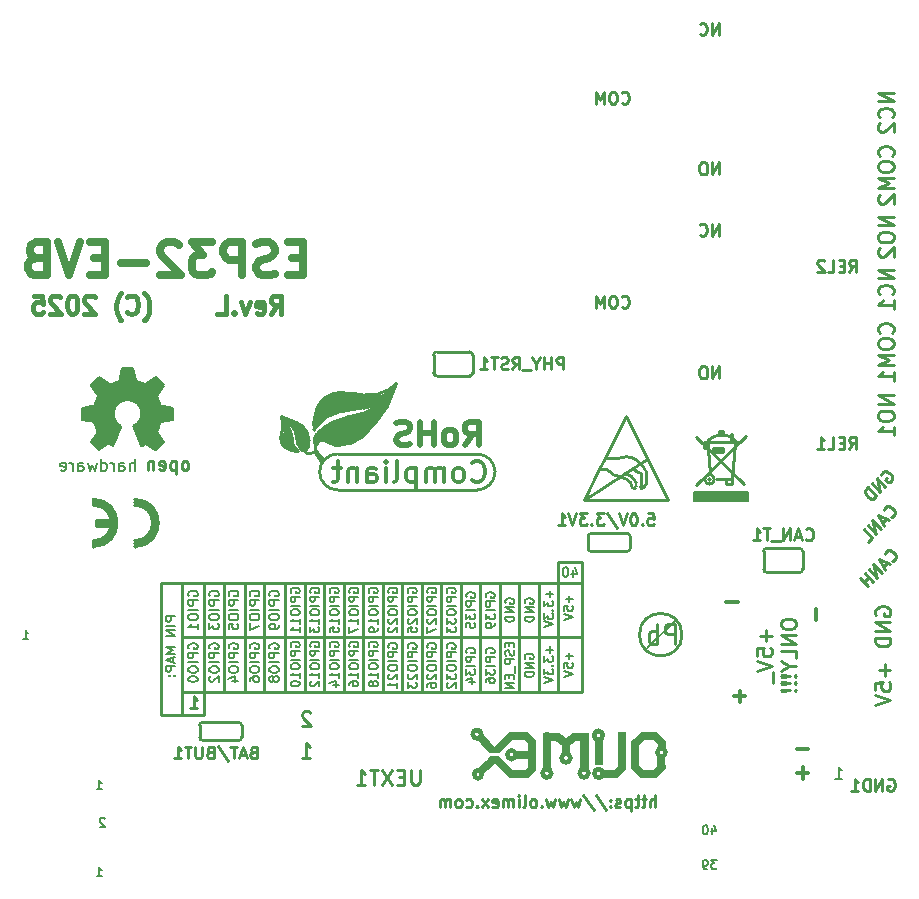
<source format=gbr>
%TF.GenerationSoftware,KiCad,Pcbnew,7.0.9-7.0.9~ubuntu22.04.1*%
%TF.CreationDate,2025-05-12T16:08:44+03:00*%
%TF.ProjectId,ESP32-EVB_Rev_L,45535033-322d-4455-9642-5f5265765f4c,L*%
%TF.SameCoordinates,PX425f360PY872a8a0*%
%TF.FileFunction,Legend,Bot*%
%TF.FilePolarity,Positive*%
%FSLAX46Y46*%
G04 Gerber Fmt 4.6, Leading zero omitted, Abs format (unit mm)*
G04 Created by KiCad (PCBNEW 7.0.9-7.0.9~ubuntu22.04.1) date 2025-05-12 16:08:44*
%MOMM*%
%LPD*%
G01*
G04 APERTURE LIST*
%ADD10C,0.317500*%
%ADD11C,0.254000*%
%ADD12C,0.250000*%
%ADD13C,0.200000*%
%ADD14C,0.187500*%
%ADD15C,0.190500*%
%ADD16C,0.381000*%
%ADD17C,0.635000*%
%ADD18C,0.180000*%
%ADD19C,0.350000*%
%ADD20C,0.500000*%
%ADD21C,0.150000*%
%ADD22C,0.370000*%
%ADD23C,0.380000*%
%ADD24C,1.000000*%
%ADD25C,0.400000*%
%ADD26C,0.420000*%
%ADD27C,0.127000*%
%ADD28C,0.508000*%
%ADD29C,0.700000*%
%ADD30C,0.100000*%
%ADD31C,0.300000*%
G04 APERTURE END LIST*
D10*
X67905206Y22376191D02*
X67905206Y23343810D01*
X60349190Y23915794D02*
X61316810Y23915794D01*
X60984190Y15914794D02*
X61951810Y15914794D01*
X61468000Y15430984D02*
X61468000Y16398603D01*
D11*
X14224000Y25527000D02*
X48133000Y25527000D01*
X27940000Y25527000D02*
X27940000Y16256000D01*
X26289000Y25400000D02*
X26289000Y16256000D01*
X46101000Y25527000D02*
X46101000Y16256000D01*
X12446000Y25527000D02*
X12446000Y14351000D01*
X17780000Y25527000D02*
X17780000Y16256000D01*
X37846000Y25527000D02*
X37846000Y16256000D01*
X48133000Y27305000D02*
X48133000Y16256000D01*
X14224000Y16256000D02*
X48133000Y16256000D01*
X14224000Y20955000D02*
X48133000Y20955000D01*
X42799000Y25527000D02*
X42799000Y16256000D01*
X22987000Y25527000D02*
X22987000Y16256000D01*
X31242000Y25527000D02*
X31242000Y16256000D01*
X34544000Y25527000D02*
X34544000Y16256000D01*
X46101000Y25400000D02*
X46101000Y27305000D01*
X41148000Y25527000D02*
X41148000Y16256000D01*
X16129000Y25527000D02*
X16129000Y14351000D01*
X46101000Y27305000D02*
X48133000Y27305000D01*
X21209000Y25527000D02*
X21209000Y16256000D01*
X29591000Y25527000D02*
X29591000Y16256000D01*
X14224000Y14351000D02*
X16129000Y14351000D01*
X32893000Y25527000D02*
X32893000Y16256000D01*
X19558000Y25527000D02*
X19558000Y16256000D01*
X39497000Y25527000D02*
X39497000Y16256000D01*
X14224000Y25527000D02*
X14224000Y14351000D01*
X24638000Y25527000D02*
X24638000Y16256000D01*
X12446000Y14351000D02*
X14224000Y14351000D01*
X36195000Y25527000D02*
X36195000Y16256000D01*
X44450000Y25527000D02*
X44450000Y16256000D01*
X14224000Y25527000D02*
X12446000Y25527000D01*
D12*
X14954285Y14917381D02*
X15525713Y14917381D01*
X15239999Y14917381D02*
X15239999Y15917381D01*
X15239999Y15917381D02*
X15335237Y15774524D01*
X15335237Y15774524D02*
X15430475Y15679286D01*
X15430475Y15679286D02*
X15525713Y15631667D01*
D13*
X18266790Y19976953D02*
X18228695Y20053143D01*
X18228695Y20053143D02*
X18228695Y20167429D01*
X18228695Y20167429D02*
X18266790Y20281715D01*
X18266790Y20281715D02*
X18342980Y20357905D01*
X18342980Y20357905D02*
X18419171Y20396000D01*
X18419171Y20396000D02*
X18571552Y20434096D01*
X18571552Y20434096D02*
X18685838Y20434096D01*
X18685838Y20434096D02*
X18838219Y20396000D01*
X18838219Y20396000D02*
X18914409Y20357905D01*
X18914409Y20357905D02*
X18990600Y20281715D01*
X18990600Y20281715D02*
X19028695Y20167429D01*
X19028695Y20167429D02*
X19028695Y20091238D01*
X19028695Y20091238D02*
X18990600Y19976953D01*
X18990600Y19976953D02*
X18952504Y19938857D01*
X18952504Y19938857D02*
X18685838Y19938857D01*
X18685838Y19938857D02*
X18685838Y20091238D01*
X19028695Y19596000D02*
X18228695Y19596000D01*
X18228695Y19596000D02*
X18228695Y19291238D01*
X18228695Y19291238D02*
X18266790Y19215048D01*
X18266790Y19215048D02*
X18304885Y19176953D01*
X18304885Y19176953D02*
X18381076Y19138857D01*
X18381076Y19138857D02*
X18495361Y19138857D01*
X18495361Y19138857D02*
X18571552Y19176953D01*
X18571552Y19176953D02*
X18609647Y19215048D01*
X18609647Y19215048D02*
X18647742Y19291238D01*
X18647742Y19291238D02*
X18647742Y19596000D01*
X19028695Y18796000D02*
X18228695Y18796000D01*
X18228695Y18262667D02*
X18228695Y18110286D01*
X18228695Y18110286D02*
X18266790Y18034096D01*
X18266790Y18034096D02*
X18342980Y17957905D01*
X18342980Y17957905D02*
X18495361Y17919810D01*
X18495361Y17919810D02*
X18762028Y17919810D01*
X18762028Y17919810D02*
X18914409Y17957905D01*
X18914409Y17957905D02*
X18990600Y18034096D01*
X18990600Y18034096D02*
X19028695Y18110286D01*
X19028695Y18110286D02*
X19028695Y18262667D01*
X19028695Y18262667D02*
X18990600Y18338858D01*
X18990600Y18338858D02*
X18914409Y18415048D01*
X18914409Y18415048D02*
X18762028Y18453144D01*
X18762028Y18453144D02*
X18495361Y18453144D01*
X18495361Y18453144D02*
X18342980Y18415048D01*
X18342980Y18415048D02*
X18266790Y18338858D01*
X18266790Y18338858D02*
X18228695Y18262667D01*
X18495361Y17234096D02*
X19028695Y17234096D01*
X18190600Y17424572D02*
X18762028Y17615049D01*
X18762028Y17615049D02*
X18762028Y17119810D01*
X18266790Y24421953D02*
X18228695Y24498143D01*
X18228695Y24498143D02*
X18228695Y24612429D01*
X18228695Y24612429D02*
X18266790Y24726715D01*
X18266790Y24726715D02*
X18342980Y24802905D01*
X18342980Y24802905D02*
X18419171Y24841000D01*
X18419171Y24841000D02*
X18571552Y24879096D01*
X18571552Y24879096D02*
X18685838Y24879096D01*
X18685838Y24879096D02*
X18838219Y24841000D01*
X18838219Y24841000D02*
X18914409Y24802905D01*
X18914409Y24802905D02*
X18990600Y24726715D01*
X18990600Y24726715D02*
X19028695Y24612429D01*
X19028695Y24612429D02*
X19028695Y24536238D01*
X19028695Y24536238D02*
X18990600Y24421953D01*
X18990600Y24421953D02*
X18952504Y24383857D01*
X18952504Y24383857D02*
X18685838Y24383857D01*
X18685838Y24383857D02*
X18685838Y24536238D01*
X19028695Y24041000D02*
X18228695Y24041000D01*
X18228695Y24041000D02*
X18228695Y23736238D01*
X18228695Y23736238D02*
X18266790Y23660048D01*
X18266790Y23660048D02*
X18304885Y23621953D01*
X18304885Y23621953D02*
X18381076Y23583857D01*
X18381076Y23583857D02*
X18495361Y23583857D01*
X18495361Y23583857D02*
X18571552Y23621953D01*
X18571552Y23621953D02*
X18609647Y23660048D01*
X18609647Y23660048D02*
X18647742Y23736238D01*
X18647742Y23736238D02*
X18647742Y24041000D01*
X19028695Y23241000D02*
X18228695Y23241000D01*
X18228695Y22707667D02*
X18228695Y22555286D01*
X18228695Y22555286D02*
X18266790Y22479096D01*
X18266790Y22479096D02*
X18342980Y22402905D01*
X18342980Y22402905D02*
X18495361Y22364810D01*
X18495361Y22364810D02*
X18762028Y22364810D01*
X18762028Y22364810D02*
X18914409Y22402905D01*
X18914409Y22402905D02*
X18990600Y22479096D01*
X18990600Y22479096D02*
X19028695Y22555286D01*
X19028695Y22555286D02*
X19028695Y22707667D01*
X19028695Y22707667D02*
X18990600Y22783858D01*
X18990600Y22783858D02*
X18914409Y22860048D01*
X18914409Y22860048D02*
X18762028Y22898144D01*
X18762028Y22898144D02*
X18495361Y22898144D01*
X18495361Y22898144D02*
X18342980Y22860048D01*
X18342980Y22860048D02*
X18266790Y22783858D01*
X18266790Y22783858D02*
X18228695Y22707667D01*
X18228695Y21641001D02*
X18228695Y22021953D01*
X18228695Y22021953D02*
X18609647Y22060049D01*
X18609647Y22060049D02*
X18571552Y22021953D01*
X18571552Y22021953D02*
X18533457Y21945763D01*
X18533457Y21945763D02*
X18533457Y21755287D01*
X18533457Y21755287D02*
X18571552Y21679096D01*
X18571552Y21679096D02*
X18609647Y21641001D01*
X18609647Y21641001D02*
X18685838Y21602906D01*
X18685838Y21602906D02*
X18876314Y21602906D01*
X18876314Y21602906D02*
X18952504Y21641001D01*
X18952504Y21641001D02*
X18990600Y21679096D01*
X18990600Y21679096D02*
X19028695Y21755287D01*
X19028695Y21755287D02*
X19028695Y21945763D01*
X19028695Y21945763D02*
X18990600Y22021953D01*
X18990600Y22021953D02*
X18952504Y22060049D01*
X20044790Y19976953D02*
X20006695Y20053143D01*
X20006695Y20053143D02*
X20006695Y20167429D01*
X20006695Y20167429D02*
X20044790Y20281715D01*
X20044790Y20281715D02*
X20120980Y20357905D01*
X20120980Y20357905D02*
X20197171Y20396000D01*
X20197171Y20396000D02*
X20349552Y20434096D01*
X20349552Y20434096D02*
X20463838Y20434096D01*
X20463838Y20434096D02*
X20616219Y20396000D01*
X20616219Y20396000D02*
X20692409Y20357905D01*
X20692409Y20357905D02*
X20768600Y20281715D01*
X20768600Y20281715D02*
X20806695Y20167429D01*
X20806695Y20167429D02*
X20806695Y20091238D01*
X20806695Y20091238D02*
X20768600Y19976953D01*
X20768600Y19976953D02*
X20730504Y19938857D01*
X20730504Y19938857D02*
X20463838Y19938857D01*
X20463838Y19938857D02*
X20463838Y20091238D01*
X20806695Y19596000D02*
X20006695Y19596000D01*
X20006695Y19596000D02*
X20006695Y19291238D01*
X20006695Y19291238D02*
X20044790Y19215048D01*
X20044790Y19215048D02*
X20082885Y19176953D01*
X20082885Y19176953D02*
X20159076Y19138857D01*
X20159076Y19138857D02*
X20273361Y19138857D01*
X20273361Y19138857D02*
X20349552Y19176953D01*
X20349552Y19176953D02*
X20387647Y19215048D01*
X20387647Y19215048D02*
X20425742Y19291238D01*
X20425742Y19291238D02*
X20425742Y19596000D01*
X20806695Y18796000D02*
X20006695Y18796000D01*
X20006695Y18262667D02*
X20006695Y18110286D01*
X20006695Y18110286D02*
X20044790Y18034096D01*
X20044790Y18034096D02*
X20120980Y17957905D01*
X20120980Y17957905D02*
X20273361Y17919810D01*
X20273361Y17919810D02*
X20540028Y17919810D01*
X20540028Y17919810D02*
X20692409Y17957905D01*
X20692409Y17957905D02*
X20768600Y18034096D01*
X20768600Y18034096D02*
X20806695Y18110286D01*
X20806695Y18110286D02*
X20806695Y18262667D01*
X20806695Y18262667D02*
X20768600Y18338858D01*
X20768600Y18338858D02*
X20692409Y18415048D01*
X20692409Y18415048D02*
X20540028Y18453144D01*
X20540028Y18453144D02*
X20273361Y18453144D01*
X20273361Y18453144D02*
X20120980Y18415048D01*
X20120980Y18415048D02*
X20044790Y18338858D01*
X20044790Y18338858D02*
X20006695Y18262667D01*
X20006695Y17234096D02*
X20006695Y17386477D01*
X20006695Y17386477D02*
X20044790Y17462668D01*
X20044790Y17462668D02*
X20082885Y17500763D01*
X20082885Y17500763D02*
X20197171Y17576953D01*
X20197171Y17576953D02*
X20349552Y17615049D01*
X20349552Y17615049D02*
X20654314Y17615049D01*
X20654314Y17615049D02*
X20730504Y17576953D01*
X20730504Y17576953D02*
X20768600Y17538858D01*
X20768600Y17538858D02*
X20806695Y17462668D01*
X20806695Y17462668D02*
X20806695Y17310287D01*
X20806695Y17310287D02*
X20768600Y17234096D01*
X20768600Y17234096D02*
X20730504Y17196001D01*
X20730504Y17196001D02*
X20654314Y17157906D01*
X20654314Y17157906D02*
X20463838Y17157906D01*
X20463838Y17157906D02*
X20387647Y17196001D01*
X20387647Y17196001D02*
X20349552Y17234096D01*
X20349552Y17234096D02*
X20311457Y17310287D01*
X20311457Y17310287D02*
X20311457Y17462668D01*
X20311457Y17462668D02*
X20349552Y17538858D01*
X20349552Y17538858D02*
X20387647Y17576953D01*
X20387647Y17576953D02*
X20463838Y17615049D01*
X20044790Y24421953D02*
X20006695Y24498143D01*
X20006695Y24498143D02*
X20006695Y24612429D01*
X20006695Y24612429D02*
X20044790Y24726715D01*
X20044790Y24726715D02*
X20120980Y24802905D01*
X20120980Y24802905D02*
X20197171Y24841000D01*
X20197171Y24841000D02*
X20349552Y24879096D01*
X20349552Y24879096D02*
X20463838Y24879096D01*
X20463838Y24879096D02*
X20616219Y24841000D01*
X20616219Y24841000D02*
X20692409Y24802905D01*
X20692409Y24802905D02*
X20768600Y24726715D01*
X20768600Y24726715D02*
X20806695Y24612429D01*
X20806695Y24612429D02*
X20806695Y24536238D01*
X20806695Y24536238D02*
X20768600Y24421953D01*
X20768600Y24421953D02*
X20730504Y24383857D01*
X20730504Y24383857D02*
X20463838Y24383857D01*
X20463838Y24383857D02*
X20463838Y24536238D01*
X20806695Y24041000D02*
X20006695Y24041000D01*
X20006695Y24041000D02*
X20006695Y23736238D01*
X20006695Y23736238D02*
X20044790Y23660048D01*
X20044790Y23660048D02*
X20082885Y23621953D01*
X20082885Y23621953D02*
X20159076Y23583857D01*
X20159076Y23583857D02*
X20273361Y23583857D01*
X20273361Y23583857D02*
X20349552Y23621953D01*
X20349552Y23621953D02*
X20387647Y23660048D01*
X20387647Y23660048D02*
X20425742Y23736238D01*
X20425742Y23736238D02*
X20425742Y24041000D01*
X20806695Y23241000D02*
X20006695Y23241000D01*
X20006695Y22707667D02*
X20006695Y22555286D01*
X20006695Y22555286D02*
X20044790Y22479096D01*
X20044790Y22479096D02*
X20120980Y22402905D01*
X20120980Y22402905D02*
X20273361Y22364810D01*
X20273361Y22364810D02*
X20540028Y22364810D01*
X20540028Y22364810D02*
X20692409Y22402905D01*
X20692409Y22402905D02*
X20768600Y22479096D01*
X20768600Y22479096D02*
X20806695Y22555286D01*
X20806695Y22555286D02*
X20806695Y22707667D01*
X20806695Y22707667D02*
X20768600Y22783858D01*
X20768600Y22783858D02*
X20692409Y22860048D01*
X20692409Y22860048D02*
X20540028Y22898144D01*
X20540028Y22898144D02*
X20273361Y22898144D01*
X20273361Y22898144D02*
X20120980Y22860048D01*
X20120980Y22860048D02*
X20044790Y22783858D01*
X20044790Y22783858D02*
X20006695Y22707667D01*
X20006695Y22098144D02*
X20006695Y21564810D01*
X20006695Y21564810D02*
X20806695Y21907668D01*
X21695790Y19976953D02*
X21657695Y20053143D01*
X21657695Y20053143D02*
X21657695Y20167429D01*
X21657695Y20167429D02*
X21695790Y20281715D01*
X21695790Y20281715D02*
X21771980Y20357905D01*
X21771980Y20357905D02*
X21848171Y20396000D01*
X21848171Y20396000D02*
X22000552Y20434096D01*
X22000552Y20434096D02*
X22114838Y20434096D01*
X22114838Y20434096D02*
X22267219Y20396000D01*
X22267219Y20396000D02*
X22343409Y20357905D01*
X22343409Y20357905D02*
X22419600Y20281715D01*
X22419600Y20281715D02*
X22457695Y20167429D01*
X22457695Y20167429D02*
X22457695Y20091238D01*
X22457695Y20091238D02*
X22419600Y19976953D01*
X22419600Y19976953D02*
X22381504Y19938857D01*
X22381504Y19938857D02*
X22114838Y19938857D01*
X22114838Y19938857D02*
X22114838Y20091238D01*
X22457695Y19596000D02*
X21657695Y19596000D01*
X21657695Y19596000D02*
X21657695Y19291238D01*
X21657695Y19291238D02*
X21695790Y19215048D01*
X21695790Y19215048D02*
X21733885Y19176953D01*
X21733885Y19176953D02*
X21810076Y19138857D01*
X21810076Y19138857D02*
X21924361Y19138857D01*
X21924361Y19138857D02*
X22000552Y19176953D01*
X22000552Y19176953D02*
X22038647Y19215048D01*
X22038647Y19215048D02*
X22076742Y19291238D01*
X22076742Y19291238D02*
X22076742Y19596000D01*
X22457695Y18796000D02*
X21657695Y18796000D01*
X21657695Y18262667D02*
X21657695Y18110286D01*
X21657695Y18110286D02*
X21695790Y18034096D01*
X21695790Y18034096D02*
X21771980Y17957905D01*
X21771980Y17957905D02*
X21924361Y17919810D01*
X21924361Y17919810D02*
X22191028Y17919810D01*
X22191028Y17919810D02*
X22343409Y17957905D01*
X22343409Y17957905D02*
X22419600Y18034096D01*
X22419600Y18034096D02*
X22457695Y18110286D01*
X22457695Y18110286D02*
X22457695Y18262667D01*
X22457695Y18262667D02*
X22419600Y18338858D01*
X22419600Y18338858D02*
X22343409Y18415048D01*
X22343409Y18415048D02*
X22191028Y18453144D01*
X22191028Y18453144D02*
X21924361Y18453144D01*
X21924361Y18453144D02*
X21771980Y18415048D01*
X21771980Y18415048D02*
X21695790Y18338858D01*
X21695790Y18338858D02*
X21657695Y18262667D01*
X22000552Y17462668D02*
X21962457Y17538858D01*
X21962457Y17538858D02*
X21924361Y17576953D01*
X21924361Y17576953D02*
X21848171Y17615049D01*
X21848171Y17615049D02*
X21810076Y17615049D01*
X21810076Y17615049D02*
X21733885Y17576953D01*
X21733885Y17576953D02*
X21695790Y17538858D01*
X21695790Y17538858D02*
X21657695Y17462668D01*
X21657695Y17462668D02*
X21657695Y17310287D01*
X21657695Y17310287D02*
X21695790Y17234096D01*
X21695790Y17234096D02*
X21733885Y17196001D01*
X21733885Y17196001D02*
X21810076Y17157906D01*
X21810076Y17157906D02*
X21848171Y17157906D01*
X21848171Y17157906D02*
X21924361Y17196001D01*
X21924361Y17196001D02*
X21962457Y17234096D01*
X21962457Y17234096D02*
X22000552Y17310287D01*
X22000552Y17310287D02*
X22000552Y17462668D01*
X22000552Y17462668D02*
X22038647Y17538858D01*
X22038647Y17538858D02*
X22076742Y17576953D01*
X22076742Y17576953D02*
X22152933Y17615049D01*
X22152933Y17615049D02*
X22305314Y17615049D01*
X22305314Y17615049D02*
X22381504Y17576953D01*
X22381504Y17576953D02*
X22419600Y17538858D01*
X22419600Y17538858D02*
X22457695Y17462668D01*
X22457695Y17462668D02*
X22457695Y17310287D01*
X22457695Y17310287D02*
X22419600Y17234096D01*
X22419600Y17234096D02*
X22381504Y17196001D01*
X22381504Y17196001D02*
X22305314Y17157906D01*
X22305314Y17157906D02*
X22152933Y17157906D01*
X22152933Y17157906D02*
X22076742Y17196001D01*
X22076742Y17196001D02*
X22038647Y17234096D01*
X22038647Y17234096D02*
X22000552Y17310287D01*
X21695790Y24421953D02*
X21657695Y24498143D01*
X21657695Y24498143D02*
X21657695Y24612429D01*
X21657695Y24612429D02*
X21695790Y24726715D01*
X21695790Y24726715D02*
X21771980Y24802905D01*
X21771980Y24802905D02*
X21848171Y24841000D01*
X21848171Y24841000D02*
X22000552Y24879096D01*
X22000552Y24879096D02*
X22114838Y24879096D01*
X22114838Y24879096D02*
X22267219Y24841000D01*
X22267219Y24841000D02*
X22343409Y24802905D01*
X22343409Y24802905D02*
X22419600Y24726715D01*
X22419600Y24726715D02*
X22457695Y24612429D01*
X22457695Y24612429D02*
X22457695Y24536238D01*
X22457695Y24536238D02*
X22419600Y24421953D01*
X22419600Y24421953D02*
X22381504Y24383857D01*
X22381504Y24383857D02*
X22114838Y24383857D01*
X22114838Y24383857D02*
X22114838Y24536238D01*
X22457695Y24041000D02*
X21657695Y24041000D01*
X21657695Y24041000D02*
X21657695Y23736238D01*
X21657695Y23736238D02*
X21695790Y23660048D01*
X21695790Y23660048D02*
X21733885Y23621953D01*
X21733885Y23621953D02*
X21810076Y23583857D01*
X21810076Y23583857D02*
X21924361Y23583857D01*
X21924361Y23583857D02*
X22000552Y23621953D01*
X22000552Y23621953D02*
X22038647Y23660048D01*
X22038647Y23660048D02*
X22076742Y23736238D01*
X22076742Y23736238D02*
X22076742Y24041000D01*
X22457695Y23241000D02*
X21657695Y23241000D01*
X21657695Y22707667D02*
X21657695Y22555286D01*
X21657695Y22555286D02*
X21695790Y22479096D01*
X21695790Y22479096D02*
X21771980Y22402905D01*
X21771980Y22402905D02*
X21924361Y22364810D01*
X21924361Y22364810D02*
X22191028Y22364810D01*
X22191028Y22364810D02*
X22343409Y22402905D01*
X22343409Y22402905D02*
X22419600Y22479096D01*
X22419600Y22479096D02*
X22457695Y22555286D01*
X22457695Y22555286D02*
X22457695Y22707667D01*
X22457695Y22707667D02*
X22419600Y22783858D01*
X22419600Y22783858D02*
X22343409Y22860048D01*
X22343409Y22860048D02*
X22191028Y22898144D01*
X22191028Y22898144D02*
X21924361Y22898144D01*
X21924361Y22898144D02*
X21771980Y22860048D01*
X21771980Y22860048D02*
X21695790Y22783858D01*
X21695790Y22783858D02*
X21657695Y22707667D01*
X22457695Y21983858D02*
X22457695Y21831477D01*
X22457695Y21831477D02*
X22419600Y21755287D01*
X22419600Y21755287D02*
X22381504Y21717191D01*
X22381504Y21717191D02*
X22267219Y21641001D01*
X22267219Y21641001D02*
X22114838Y21602906D01*
X22114838Y21602906D02*
X21810076Y21602906D01*
X21810076Y21602906D02*
X21733885Y21641001D01*
X21733885Y21641001D02*
X21695790Y21679096D01*
X21695790Y21679096D02*
X21657695Y21755287D01*
X21657695Y21755287D02*
X21657695Y21907668D01*
X21657695Y21907668D02*
X21695790Y21983858D01*
X21695790Y21983858D02*
X21733885Y22021953D01*
X21733885Y22021953D02*
X21810076Y22060049D01*
X21810076Y22060049D02*
X22000552Y22060049D01*
X22000552Y22060049D02*
X22076742Y22021953D01*
X22076742Y22021953D02*
X22114838Y21983858D01*
X22114838Y21983858D02*
X22152933Y21907668D01*
X22152933Y21907668D02*
X22152933Y21755287D01*
X22152933Y21755287D02*
X22114838Y21679096D01*
X22114838Y21679096D02*
X22076742Y21641001D01*
X22076742Y21641001D02*
X22000552Y21602906D01*
D14*
X23498928Y20133286D02*
X23463214Y20204714D01*
X23463214Y20204714D02*
X23463214Y20311857D01*
X23463214Y20311857D02*
X23498928Y20419000D01*
X23498928Y20419000D02*
X23570357Y20490429D01*
X23570357Y20490429D02*
X23641785Y20526143D01*
X23641785Y20526143D02*
X23784642Y20561857D01*
X23784642Y20561857D02*
X23891785Y20561857D01*
X23891785Y20561857D02*
X24034642Y20526143D01*
X24034642Y20526143D02*
X24106071Y20490429D01*
X24106071Y20490429D02*
X24177500Y20419000D01*
X24177500Y20419000D02*
X24213214Y20311857D01*
X24213214Y20311857D02*
X24213214Y20240429D01*
X24213214Y20240429D02*
X24177500Y20133286D01*
X24177500Y20133286D02*
X24141785Y20097572D01*
X24141785Y20097572D02*
X23891785Y20097572D01*
X23891785Y20097572D02*
X23891785Y20240429D01*
X24213214Y19776143D02*
X23463214Y19776143D01*
X23463214Y19776143D02*
X23463214Y19490429D01*
X23463214Y19490429D02*
X23498928Y19419000D01*
X23498928Y19419000D02*
X23534642Y19383286D01*
X23534642Y19383286D02*
X23606071Y19347572D01*
X23606071Y19347572D02*
X23713214Y19347572D01*
X23713214Y19347572D02*
X23784642Y19383286D01*
X23784642Y19383286D02*
X23820357Y19419000D01*
X23820357Y19419000D02*
X23856071Y19490429D01*
X23856071Y19490429D02*
X23856071Y19776143D01*
X24213214Y19026143D02*
X23463214Y19026143D01*
X23463214Y18526143D02*
X23463214Y18383286D01*
X23463214Y18383286D02*
X23498928Y18311857D01*
X23498928Y18311857D02*
X23570357Y18240429D01*
X23570357Y18240429D02*
X23713214Y18204714D01*
X23713214Y18204714D02*
X23963214Y18204714D01*
X23963214Y18204714D02*
X24106071Y18240429D01*
X24106071Y18240429D02*
X24177500Y18311857D01*
X24177500Y18311857D02*
X24213214Y18383286D01*
X24213214Y18383286D02*
X24213214Y18526143D01*
X24213214Y18526143D02*
X24177500Y18597571D01*
X24177500Y18597571D02*
X24106071Y18669000D01*
X24106071Y18669000D02*
X23963214Y18704714D01*
X23963214Y18704714D02*
X23713214Y18704714D01*
X23713214Y18704714D02*
X23570357Y18669000D01*
X23570357Y18669000D02*
X23498928Y18597571D01*
X23498928Y18597571D02*
X23463214Y18526143D01*
X24213214Y17490429D02*
X24213214Y17919000D01*
X24213214Y17704715D02*
X23463214Y17704715D01*
X23463214Y17704715D02*
X23570357Y17776143D01*
X23570357Y17776143D02*
X23641785Y17847572D01*
X23641785Y17847572D02*
X23677500Y17919000D01*
X23463214Y17026143D02*
X23463214Y16954714D01*
X23463214Y16954714D02*
X23498928Y16883286D01*
X23498928Y16883286D02*
X23534642Y16847571D01*
X23534642Y16847571D02*
X23606071Y16811857D01*
X23606071Y16811857D02*
X23748928Y16776143D01*
X23748928Y16776143D02*
X23927500Y16776143D01*
X23927500Y16776143D02*
X24070357Y16811857D01*
X24070357Y16811857D02*
X24141785Y16847571D01*
X24141785Y16847571D02*
X24177500Y16883286D01*
X24177500Y16883286D02*
X24213214Y16954714D01*
X24213214Y16954714D02*
X24213214Y17026143D01*
X24213214Y17026143D02*
X24177500Y17097571D01*
X24177500Y17097571D02*
X24141785Y17133286D01*
X24141785Y17133286D02*
X24070357Y17169000D01*
X24070357Y17169000D02*
X23927500Y17204714D01*
X23927500Y17204714D02*
X23748928Y17204714D01*
X23748928Y17204714D02*
X23606071Y17169000D01*
X23606071Y17169000D02*
X23534642Y17133286D01*
X23534642Y17133286D02*
X23498928Y17097571D01*
X23498928Y17097571D02*
X23463214Y17026143D01*
X23498928Y24705286D02*
X23463214Y24776714D01*
X23463214Y24776714D02*
X23463214Y24883857D01*
X23463214Y24883857D02*
X23498928Y24991000D01*
X23498928Y24991000D02*
X23570357Y25062429D01*
X23570357Y25062429D02*
X23641785Y25098143D01*
X23641785Y25098143D02*
X23784642Y25133857D01*
X23784642Y25133857D02*
X23891785Y25133857D01*
X23891785Y25133857D02*
X24034642Y25098143D01*
X24034642Y25098143D02*
X24106071Y25062429D01*
X24106071Y25062429D02*
X24177500Y24991000D01*
X24177500Y24991000D02*
X24213214Y24883857D01*
X24213214Y24883857D02*
X24213214Y24812429D01*
X24213214Y24812429D02*
X24177500Y24705286D01*
X24177500Y24705286D02*
X24141785Y24669572D01*
X24141785Y24669572D02*
X23891785Y24669572D01*
X23891785Y24669572D02*
X23891785Y24812429D01*
X24213214Y24348143D02*
X23463214Y24348143D01*
X23463214Y24348143D02*
X23463214Y24062429D01*
X23463214Y24062429D02*
X23498928Y23991000D01*
X23498928Y23991000D02*
X23534642Y23955286D01*
X23534642Y23955286D02*
X23606071Y23919572D01*
X23606071Y23919572D02*
X23713214Y23919572D01*
X23713214Y23919572D02*
X23784642Y23955286D01*
X23784642Y23955286D02*
X23820357Y23991000D01*
X23820357Y23991000D02*
X23856071Y24062429D01*
X23856071Y24062429D02*
X23856071Y24348143D01*
X24213214Y23598143D02*
X23463214Y23598143D01*
X23463214Y23098143D02*
X23463214Y22955286D01*
X23463214Y22955286D02*
X23498928Y22883857D01*
X23498928Y22883857D02*
X23570357Y22812429D01*
X23570357Y22812429D02*
X23713214Y22776714D01*
X23713214Y22776714D02*
X23963214Y22776714D01*
X23963214Y22776714D02*
X24106071Y22812429D01*
X24106071Y22812429D02*
X24177500Y22883857D01*
X24177500Y22883857D02*
X24213214Y22955286D01*
X24213214Y22955286D02*
X24213214Y23098143D01*
X24213214Y23098143D02*
X24177500Y23169571D01*
X24177500Y23169571D02*
X24106071Y23241000D01*
X24106071Y23241000D02*
X23963214Y23276714D01*
X23963214Y23276714D02*
X23713214Y23276714D01*
X23713214Y23276714D02*
X23570357Y23241000D01*
X23570357Y23241000D02*
X23498928Y23169571D01*
X23498928Y23169571D02*
X23463214Y23098143D01*
X24213214Y22062429D02*
X24213214Y22491000D01*
X24213214Y22276715D02*
X23463214Y22276715D01*
X23463214Y22276715D02*
X23570357Y22348143D01*
X23570357Y22348143D02*
X23641785Y22419572D01*
X23641785Y22419572D02*
X23677500Y22491000D01*
X24213214Y21348143D02*
X24213214Y21776714D01*
X24213214Y21562429D02*
X23463214Y21562429D01*
X23463214Y21562429D02*
X23570357Y21633857D01*
X23570357Y21633857D02*
X23641785Y21705286D01*
X23641785Y21705286D02*
X23677500Y21776714D01*
X25149928Y20133286D02*
X25114214Y20204714D01*
X25114214Y20204714D02*
X25114214Y20311857D01*
X25114214Y20311857D02*
X25149928Y20419000D01*
X25149928Y20419000D02*
X25221357Y20490429D01*
X25221357Y20490429D02*
X25292785Y20526143D01*
X25292785Y20526143D02*
X25435642Y20561857D01*
X25435642Y20561857D02*
X25542785Y20561857D01*
X25542785Y20561857D02*
X25685642Y20526143D01*
X25685642Y20526143D02*
X25757071Y20490429D01*
X25757071Y20490429D02*
X25828500Y20419000D01*
X25828500Y20419000D02*
X25864214Y20311857D01*
X25864214Y20311857D02*
X25864214Y20240429D01*
X25864214Y20240429D02*
X25828500Y20133286D01*
X25828500Y20133286D02*
X25792785Y20097572D01*
X25792785Y20097572D02*
X25542785Y20097572D01*
X25542785Y20097572D02*
X25542785Y20240429D01*
X25864214Y19776143D02*
X25114214Y19776143D01*
X25114214Y19776143D02*
X25114214Y19490429D01*
X25114214Y19490429D02*
X25149928Y19419000D01*
X25149928Y19419000D02*
X25185642Y19383286D01*
X25185642Y19383286D02*
X25257071Y19347572D01*
X25257071Y19347572D02*
X25364214Y19347572D01*
X25364214Y19347572D02*
X25435642Y19383286D01*
X25435642Y19383286D02*
X25471357Y19419000D01*
X25471357Y19419000D02*
X25507071Y19490429D01*
X25507071Y19490429D02*
X25507071Y19776143D01*
X25864214Y19026143D02*
X25114214Y19026143D01*
X25114214Y18526143D02*
X25114214Y18383286D01*
X25114214Y18383286D02*
X25149928Y18311857D01*
X25149928Y18311857D02*
X25221357Y18240429D01*
X25221357Y18240429D02*
X25364214Y18204714D01*
X25364214Y18204714D02*
X25614214Y18204714D01*
X25614214Y18204714D02*
X25757071Y18240429D01*
X25757071Y18240429D02*
X25828500Y18311857D01*
X25828500Y18311857D02*
X25864214Y18383286D01*
X25864214Y18383286D02*
X25864214Y18526143D01*
X25864214Y18526143D02*
X25828500Y18597571D01*
X25828500Y18597571D02*
X25757071Y18669000D01*
X25757071Y18669000D02*
X25614214Y18704714D01*
X25614214Y18704714D02*
X25364214Y18704714D01*
X25364214Y18704714D02*
X25221357Y18669000D01*
X25221357Y18669000D02*
X25149928Y18597571D01*
X25149928Y18597571D02*
X25114214Y18526143D01*
X25864214Y17490429D02*
X25864214Y17919000D01*
X25864214Y17704715D02*
X25114214Y17704715D01*
X25114214Y17704715D02*
X25221357Y17776143D01*
X25221357Y17776143D02*
X25292785Y17847572D01*
X25292785Y17847572D02*
X25328500Y17919000D01*
X25185642Y17204714D02*
X25149928Y17169000D01*
X25149928Y17169000D02*
X25114214Y17097571D01*
X25114214Y17097571D02*
X25114214Y16919000D01*
X25114214Y16919000D02*
X25149928Y16847571D01*
X25149928Y16847571D02*
X25185642Y16811857D01*
X25185642Y16811857D02*
X25257071Y16776143D01*
X25257071Y16776143D02*
X25328500Y16776143D01*
X25328500Y16776143D02*
X25435642Y16811857D01*
X25435642Y16811857D02*
X25864214Y17240429D01*
X25864214Y17240429D02*
X25864214Y16776143D01*
X25149928Y24705286D02*
X25114214Y24776714D01*
X25114214Y24776714D02*
X25114214Y24883857D01*
X25114214Y24883857D02*
X25149928Y24991000D01*
X25149928Y24991000D02*
X25221357Y25062429D01*
X25221357Y25062429D02*
X25292785Y25098143D01*
X25292785Y25098143D02*
X25435642Y25133857D01*
X25435642Y25133857D02*
X25542785Y25133857D01*
X25542785Y25133857D02*
X25685642Y25098143D01*
X25685642Y25098143D02*
X25757071Y25062429D01*
X25757071Y25062429D02*
X25828500Y24991000D01*
X25828500Y24991000D02*
X25864214Y24883857D01*
X25864214Y24883857D02*
X25864214Y24812429D01*
X25864214Y24812429D02*
X25828500Y24705286D01*
X25828500Y24705286D02*
X25792785Y24669572D01*
X25792785Y24669572D02*
X25542785Y24669572D01*
X25542785Y24669572D02*
X25542785Y24812429D01*
X25864214Y24348143D02*
X25114214Y24348143D01*
X25114214Y24348143D02*
X25114214Y24062429D01*
X25114214Y24062429D02*
X25149928Y23991000D01*
X25149928Y23991000D02*
X25185642Y23955286D01*
X25185642Y23955286D02*
X25257071Y23919572D01*
X25257071Y23919572D02*
X25364214Y23919572D01*
X25364214Y23919572D02*
X25435642Y23955286D01*
X25435642Y23955286D02*
X25471357Y23991000D01*
X25471357Y23991000D02*
X25507071Y24062429D01*
X25507071Y24062429D02*
X25507071Y24348143D01*
X25864214Y23598143D02*
X25114214Y23598143D01*
X25114214Y23098143D02*
X25114214Y22955286D01*
X25114214Y22955286D02*
X25149928Y22883857D01*
X25149928Y22883857D02*
X25221357Y22812429D01*
X25221357Y22812429D02*
X25364214Y22776714D01*
X25364214Y22776714D02*
X25614214Y22776714D01*
X25614214Y22776714D02*
X25757071Y22812429D01*
X25757071Y22812429D02*
X25828500Y22883857D01*
X25828500Y22883857D02*
X25864214Y22955286D01*
X25864214Y22955286D02*
X25864214Y23098143D01*
X25864214Y23098143D02*
X25828500Y23169571D01*
X25828500Y23169571D02*
X25757071Y23241000D01*
X25757071Y23241000D02*
X25614214Y23276714D01*
X25614214Y23276714D02*
X25364214Y23276714D01*
X25364214Y23276714D02*
X25221357Y23241000D01*
X25221357Y23241000D02*
X25149928Y23169571D01*
X25149928Y23169571D02*
X25114214Y23098143D01*
X25864214Y22062429D02*
X25864214Y22491000D01*
X25864214Y22276715D02*
X25114214Y22276715D01*
X25114214Y22276715D02*
X25221357Y22348143D01*
X25221357Y22348143D02*
X25292785Y22419572D01*
X25292785Y22419572D02*
X25328500Y22491000D01*
X25114214Y21812429D02*
X25114214Y21348143D01*
X25114214Y21348143D02*
X25399928Y21598143D01*
X25399928Y21598143D02*
X25399928Y21491000D01*
X25399928Y21491000D02*
X25435642Y21419571D01*
X25435642Y21419571D02*
X25471357Y21383857D01*
X25471357Y21383857D02*
X25542785Y21348143D01*
X25542785Y21348143D02*
X25721357Y21348143D01*
X25721357Y21348143D02*
X25792785Y21383857D01*
X25792785Y21383857D02*
X25828500Y21419571D01*
X25828500Y21419571D02*
X25864214Y21491000D01*
X25864214Y21491000D02*
X25864214Y21705286D01*
X25864214Y21705286D02*
X25828500Y21776714D01*
X25828500Y21776714D02*
X25792785Y21812429D01*
X26800928Y20133286D02*
X26765214Y20204714D01*
X26765214Y20204714D02*
X26765214Y20311857D01*
X26765214Y20311857D02*
X26800928Y20419000D01*
X26800928Y20419000D02*
X26872357Y20490429D01*
X26872357Y20490429D02*
X26943785Y20526143D01*
X26943785Y20526143D02*
X27086642Y20561857D01*
X27086642Y20561857D02*
X27193785Y20561857D01*
X27193785Y20561857D02*
X27336642Y20526143D01*
X27336642Y20526143D02*
X27408071Y20490429D01*
X27408071Y20490429D02*
X27479500Y20419000D01*
X27479500Y20419000D02*
X27515214Y20311857D01*
X27515214Y20311857D02*
X27515214Y20240429D01*
X27515214Y20240429D02*
X27479500Y20133286D01*
X27479500Y20133286D02*
X27443785Y20097572D01*
X27443785Y20097572D02*
X27193785Y20097572D01*
X27193785Y20097572D02*
X27193785Y20240429D01*
X27515214Y19776143D02*
X26765214Y19776143D01*
X26765214Y19776143D02*
X26765214Y19490429D01*
X26765214Y19490429D02*
X26800928Y19419000D01*
X26800928Y19419000D02*
X26836642Y19383286D01*
X26836642Y19383286D02*
X26908071Y19347572D01*
X26908071Y19347572D02*
X27015214Y19347572D01*
X27015214Y19347572D02*
X27086642Y19383286D01*
X27086642Y19383286D02*
X27122357Y19419000D01*
X27122357Y19419000D02*
X27158071Y19490429D01*
X27158071Y19490429D02*
X27158071Y19776143D01*
X27515214Y19026143D02*
X26765214Y19026143D01*
X26765214Y18526143D02*
X26765214Y18383286D01*
X26765214Y18383286D02*
X26800928Y18311857D01*
X26800928Y18311857D02*
X26872357Y18240429D01*
X26872357Y18240429D02*
X27015214Y18204714D01*
X27015214Y18204714D02*
X27265214Y18204714D01*
X27265214Y18204714D02*
X27408071Y18240429D01*
X27408071Y18240429D02*
X27479500Y18311857D01*
X27479500Y18311857D02*
X27515214Y18383286D01*
X27515214Y18383286D02*
X27515214Y18526143D01*
X27515214Y18526143D02*
X27479500Y18597571D01*
X27479500Y18597571D02*
X27408071Y18669000D01*
X27408071Y18669000D02*
X27265214Y18704714D01*
X27265214Y18704714D02*
X27015214Y18704714D01*
X27015214Y18704714D02*
X26872357Y18669000D01*
X26872357Y18669000D02*
X26800928Y18597571D01*
X26800928Y18597571D02*
X26765214Y18526143D01*
X27515214Y17490429D02*
X27515214Y17919000D01*
X27515214Y17704715D02*
X26765214Y17704715D01*
X26765214Y17704715D02*
X26872357Y17776143D01*
X26872357Y17776143D02*
X26943785Y17847572D01*
X26943785Y17847572D02*
X26979500Y17919000D01*
X27015214Y16847571D02*
X27515214Y16847571D01*
X26729500Y17026143D02*
X27265214Y17204714D01*
X27265214Y17204714D02*
X27265214Y16740429D01*
X26800928Y24705286D02*
X26765214Y24776714D01*
X26765214Y24776714D02*
X26765214Y24883857D01*
X26765214Y24883857D02*
X26800928Y24991000D01*
X26800928Y24991000D02*
X26872357Y25062429D01*
X26872357Y25062429D02*
X26943785Y25098143D01*
X26943785Y25098143D02*
X27086642Y25133857D01*
X27086642Y25133857D02*
X27193785Y25133857D01*
X27193785Y25133857D02*
X27336642Y25098143D01*
X27336642Y25098143D02*
X27408071Y25062429D01*
X27408071Y25062429D02*
X27479500Y24991000D01*
X27479500Y24991000D02*
X27515214Y24883857D01*
X27515214Y24883857D02*
X27515214Y24812429D01*
X27515214Y24812429D02*
X27479500Y24705286D01*
X27479500Y24705286D02*
X27443785Y24669572D01*
X27443785Y24669572D02*
X27193785Y24669572D01*
X27193785Y24669572D02*
X27193785Y24812429D01*
X27515214Y24348143D02*
X26765214Y24348143D01*
X26765214Y24348143D02*
X26765214Y24062429D01*
X26765214Y24062429D02*
X26800928Y23991000D01*
X26800928Y23991000D02*
X26836642Y23955286D01*
X26836642Y23955286D02*
X26908071Y23919572D01*
X26908071Y23919572D02*
X27015214Y23919572D01*
X27015214Y23919572D02*
X27086642Y23955286D01*
X27086642Y23955286D02*
X27122357Y23991000D01*
X27122357Y23991000D02*
X27158071Y24062429D01*
X27158071Y24062429D02*
X27158071Y24348143D01*
X27515214Y23598143D02*
X26765214Y23598143D01*
X26765214Y23098143D02*
X26765214Y22955286D01*
X26765214Y22955286D02*
X26800928Y22883857D01*
X26800928Y22883857D02*
X26872357Y22812429D01*
X26872357Y22812429D02*
X27015214Y22776714D01*
X27015214Y22776714D02*
X27265214Y22776714D01*
X27265214Y22776714D02*
X27408071Y22812429D01*
X27408071Y22812429D02*
X27479500Y22883857D01*
X27479500Y22883857D02*
X27515214Y22955286D01*
X27515214Y22955286D02*
X27515214Y23098143D01*
X27515214Y23098143D02*
X27479500Y23169571D01*
X27479500Y23169571D02*
X27408071Y23241000D01*
X27408071Y23241000D02*
X27265214Y23276714D01*
X27265214Y23276714D02*
X27015214Y23276714D01*
X27015214Y23276714D02*
X26872357Y23241000D01*
X26872357Y23241000D02*
X26800928Y23169571D01*
X26800928Y23169571D02*
X26765214Y23098143D01*
X27515214Y22062429D02*
X27515214Y22491000D01*
X27515214Y22276715D02*
X26765214Y22276715D01*
X26765214Y22276715D02*
X26872357Y22348143D01*
X26872357Y22348143D02*
X26943785Y22419572D01*
X26943785Y22419572D02*
X26979500Y22491000D01*
X26765214Y21383857D02*
X26765214Y21741000D01*
X26765214Y21741000D02*
X27122357Y21776714D01*
X27122357Y21776714D02*
X27086642Y21741000D01*
X27086642Y21741000D02*
X27050928Y21669571D01*
X27050928Y21669571D02*
X27050928Y21491000D01*
X27050928Y21491000D02*
X27086642Y21419571D01*
X27086642Y21419571D02*
X27122357Y21383857D01*
X27122357Y21383857D02*
X27193785Y21348143D01*
X27193785Y21348143D02*
X27372357Y21348143D01*
X27372357Y21348143D02*
X27443785Y21383857D01*
X27443785Y21383857D02*
X27479500Y21419571D01*
X27479500Y21419571D02*
X27515214Y21491000D01*
X27515214Y21491000D02*
X27515214Y21669571D01*
X27515214Y21669571D02*
X27479500Y21741000D01*
X27479500Y21741000D02*
X27443785Y21776714D01*
X28451928Y20133286D02*
X28416214Y20204714D01*
X28416214Y20204714D02*
X28416214Y20311857D01*
X28416214Y20311857D02*
X28451928Y20419000D01*
X28451928Y20419000D02*
X28523357Y20490429D01*
X28523357Y20490429D02*
X28594785Y20526143D01*
X28594785Y20526143D02*
X28737642Y20561857D01*
X28737642Y20561857D02*
X28844785Y20561857D01*
X28844785Y20561857D02*
X28987642Y20526143D01*
X28987642Y20526143D02*
X29059071Y20490429D01*
X29059071Y20490429D02*
X29130500Y20419000D01*
X29130500Y20419000D02*
X29166214Y20311857D01*
X29166214Y20311857D02*
X29166214Y20240429D01*
X29166214Y20240429D02*
X29130500Y20133286D01*
X29130500Y20133286D02*
X29094785Y20097572D01*
X29094785Y20097572D02*
X28844785Y20097572D01*
X28844785Y20097572D02*
X28844785Y20240429D01*
X29166214Y19776143D02*
X28416214Y19776143D01*
X28416214Y19776143D02*
X28416214Y19490429D01*
X28416214Y19490429D02*
X28451928Y19419000D01*
X28451928Y19419000D02*
X28487642Y19383286D01*
X28487642Y19383286D02*
X28559071Y19347572D01*
X28559071Y19347572D02*
X28666214Y19347572D01*
X28666214Y19347572D02*
X28737642Y19383286D01*
X28737642Y19383286D02*
X28773357Y19419000D01*
X28773357Y19419000D02*
X28809071Y19490429D01*
X28809071Y19490429D02*
X28809071Y19776143D01*
X29166214Y19026143D02*
X28416214Y19026143D01*
X28416214Y18526143D02*
X28416214Y18383286D01*
X28416214Y18383286D02*
X28451928Y18311857D01*
X28451928Y18311857D02*
X28523357Y18240429D01*
X28523357Y18240429D02*
X28666214Y18204714D01*
X28666214Y18204714D02*
X28916214Y18204714D01*
X28916214Y18204714D02*
X29059071Y18240429D01*
X29059071Y18240429D02*
X29130500Y18311857D01*
X29130500Y18311857D02*
X29166214Y18383286D01*
X29166214Y18383286D02*
X29166214Y18526143D01*
X29166214Y18526143D02*
X29130500Y18597571D01*
X29130500Y18597571D02*
X29059071Y18669000D01*
X29059071Y18669000D02*
X28916214Y18704714D01*
X28916214Y18704714D02*
X28666214Y18704714D01*
X28666214Y18704714D02*
X28523357Y18669000D01*
X28523357Y18669000D02*
X28451928Y18597571D01*
X28451928Y18597571D02*
X28416214Y18526143D01*
X29166214Y17490429D02*
X29166214Y17919000D01*
X29166214Y17704715D02*
X28416214Y17704715D01*
X28416214Y17704715D02*
X28523357Y17776143D01*
X28523357Y17776143D02*
X28594785Y17847572D01*
X28594785Y17847572D02*
X28630500Y17919000D01*
X28416214Y16847571D02*
X28416214Y16990429D01*
X28416214Y16990429D02*
X28451928Y17061857D01*
X28451928Y17061857D02*
X28487642Y17097571D01*
X28487642Y17097571D02*
X28594785Y17169000D01*
X28594785Y17169000D02*
X28737642Y17204714D01*
X28737642Y17204714D02*
X29023357Y17204714D01*
X29023357Y17204714D02*
X29094785Y17169000D01*
X29094785Y17169000D02*
X29130500Y17133286D01*
X29130500Y17133286D02*
X29166214Y17061857D01*
X29166214Y17061857D02*
X29166214Y16919000D01*
X29166214Y16919000D02*
X29130500Y16847571D01*
X29130500Y16847571D02*
X29094785Y16811857D01*
X29094785Y16811857D02*
X29023357Y16776143D01*
X29023357Y16776143D02*
X28844785Y16776143D01*
X28844785Y16776143D02*
X28773357Y16811857D01*
X28773357Y16811857D02*
X28737642Y16847571D01*
X28737642Y16847571D02*
X28701928Y16919000D01*
X28701928Y16919000D02*
X28701928Y17061857D01*
X28701928Y17061857D02*
X28737642Y17133286D01*
X28737642Y17133286D02*
X28773357Y17169000D01*
X28773357Y17169000D02*
X28844785Y17204714D01*
X28451928Y24705286D02*
X28416214Y24776714D01*
X28416214Y24776714D02*
X28416214Y24883857D01*
X28416214Y24883857D02*
X28451928Y24991000D01*
X28451928Y24991000D02*
X28523357Y25062429D01*
X28523357Y25062429D02*
X28594785Y25098143D01*
X28594785Y25098143D02*
X28737642Y25133857D01*
X28737642Y25133857D02*
X28844785Y25133857D01*
X28844785Y25133857D02*
X28987642Y25098143D01*
X28987642Y25098143D02*
X29059071Y25062429D01*
X29059071Y25062429D02*
X29130500Y24991000D01*
X29130500Y24991000D02*
X29166214Y24883857D01*
X29166214Y24883857D02*
X29166214Y24812429D01*
X29166214Y24812429D02*
X29130500Y24705286D01*
X29130500Y24705286D02*
X29094785Y24669572D01*
X29094785Y24669572D02*
X28844785Y24669572D01*
X28844785Y24669572D02*
X28844785Y24812429D01*
X29166214Y24348143D02*
X28416214Y24348143D01*
X28416214Y24348143D02*
X28416214Y24062429D01*
X28416214Y24062429D02*
X28451928Y23991000D01*
X28451928Y23991000D02*
X28487642Y23955286D01*
X28487642Y23955286D02*
X28559071Y23919572D01*
X28559071Y23919572D02*
X28666214Y23919572D01*
X28666214Y23919572D02*
X28737642Y23955286D01*
X28737642Y23955286D02*
X28773357Y23991000D01*
X28773357Y23991000D02*
X28809071Y24062429D01*
X28809071Y24062429D02*
X28809071Y24348143D01*
X29166214Y23598143D02*
X28416214Y23598143D01*
X28416214Y23098143D02*
X28416214Y22955286D01*
X28416214Y22955286D02*
X28451928Y22883857D01*
X28451928Y22883857D02*
X28523357Y22812429D01*
X28523357Y22812429D02*
X28666214Y22776714D01*
X28666214Y22776714D02*
X28916214Y22776714D01*
X28916214Y22776714D02*
X29059071Y22812429D01*
X29059071Y22812429D02*
X29130500Y22883857D01*
X29130500Y22883857D02*
X29166214Y22955286D01*
X29166214Y22955286D02*
X29166214Y23098143D01*
X29166214Y23098143D02*
X29130500Y23169571D01*
X29130500Y23169571D02*
X29059071Y23241000D01*
X29059071Y23241000D02*
X28916214Y23276714D01*
X28916214Y23276714D02*
X28666214Y23276714D01*
X28666214Y23276714D02*
X28523357Y23241000D01*
X28523357Y23241000D02*
X28451928Y23169571D01*
X28451928Y23169571D02*
X28416214Y23098143D01*
X29166214Y22062429D02*
X29166214Y22491000D01*
X29166214Y22276715D02*
X28416214Y22276715D01*
X28416214Y22276715D02*
X28523357Y22348143D01*
X28523357Y22348143D02*
X28594785Y22419572D01*
X28594785Y22419572D02*
X28630500Y22491000D01*
X28416214Y21812429D02*
X28416214Y21312429D01*
X28416214Y21312429D02*
X29166214Y21633857D01*
X30102928Y20133286D02*
X30067214Y20204714D01*
X30067214Y20204714D02*
X30067214Y20311857D01*
X30067214Y20311857D02*
X30102928Y20419000D01*
X30102928Y20419000D02*
X30174357Y20490429D01*
X30174357Y20490429D02*
X30245785Y20526143D01*
X30245785Y20526143D02*
X30388642Y20561857D01*
X30388642Y20561857D02*
X30495785Y20561857D01*
X30495785Y20561857D02*
X30638642Y20526143D01*
X30638642Y20526143D02*
X30710071Y20490429D01*
X30710071Y20490429D02*
X30781500Y20419000D01*
X30781500Y20419000D02*
X30817214Y20311857D01*
X30817214Y20311857D02*
X30817214Y20240429D01*
X30817214Y20240429D02*
X30781500Y20133286D01*
X30781500Y20133286D02*
X30745785Y20097572D01*
X30745785Y20097572D02*
X30495785Y20097572D01*
X30495785Y20097572D02*
X30495785Y20240429D01*
X30817214Y19776143D02*
X30067214Y19776143D01*
X30067214Y19776143D02*
X30067214Y19490429D01*
X30067214Y19490429D02*
X30102928Y19419000D01*
X30102928Y19419000D02*
X30138642Y19383286D01*
X30138642Y19383286D02*
X30210071Y19347572D01*
X30210071Y19347572D02*
X30317214Y19347572D01*
X30317214Y19347572D02*
X30388642Y19383286D01*
X30388642Y19383286D02*
X30424357Y19419000D01*
X30424357Y19419000D02*
X30460071Y19490429D01*
X30460071Y19490429D02*
X30460071Y19776143D01*
X30817214Y19026143D02*
X30067214Y19026143D01*
X30067214Y18526143D02*
X30067214Y18383286D01*
X30067214Y18383286D02*
X30102928Y18311857D01*
X30102928Y18311857D02*
X30174357Y18240429D01*
X30174357Y18240429D02*
X30317214Y18204714D01*
X30317214Y18204714D02*
X30567214Y18204714D01*
X30567214Y18204714D02*
X30710071Y18240429D01*
X30710071Y18240429D02*
X30781500Y18311857D01*
X30781500Y18311857D02*
X30817214Y18383286D01*
X30817214Y18383286D02*
X30817214Y18526143D01*
X30817214Y18526143D02*
X30781500Y18597571D01*
X30781500Y18597571D02*
X30710071Y18669000D01*
X30710071Y18669000D02*
X30567214Y18704714D01*
X30567214Y18704714D02*
X30317214Y18704714D01*
X30317214Y18704714D02*
X30174357Y18669000D01*
X30174357Y18669000D02*
X30102928Y18597571D01*
X30102928Y18597571D02*
X30067214Y18526143D01*
X30817214Y17490429D02*
X30817214Y17919000D01*
X30817214Y17704715D02*
X30067214Y17704715D01*
X30067214Y17704715D02*
X30174357Y17776143D01*
X30174357Y17776143D02*
X30245785Y17847572D01*
X30245785Y17847572D02*
X30281500Y17919000D01*
X30388642Y17061857D02*
X30352928Y17133286D01*
X30352928Y17133286D02*
X30317214Y17169000D01*
X30317214Y17169000D02*
X30245785Y17204714D01*
X30245785Y17204714D02*
X30210071Y17204714D01*
X30210071Y17204714D02*
X30138642Y17169000D01*
X30138642Y17169000D02*
X30102928Y17133286D01*
X30102928Y17133286D02*
X30067214Y17061857D01*
X30067214Y17061857D02*
X30067214Y16919000D01*
X30067214Y16919000D02*
X30102928Y16847571D01*
X30102928Y16847571D02*
X30138642Y16811857D01*
X30138642Y16811857D02*
X30210071Y16776143D01*
X30210071Y16776143D02*
X30245785Y16776143D01*
X30245785Y16776143D02*
X30317214Y16811857D01*
X30317214Y16811857D02*
X30352928Y16847571D01*
X30352928Y16847571D02*
X30388642Y16919000D01*
X30388642Y16919000D02*
X30388642Y17061857D01*
X30388642Y17061857D02*
X30424357Y17133286D01*
X30424357Y17133286D02*
X30460071Y17169000D01*
X30460071Y17169000D02*
X30531500Y17204714D01*
X30531500Y17204714D02*
X30674357Y17204714D01*
X30674357Y17204714D02*
X30745785Y17169000D01*
X30745785Y17169000D02*
X30781500Y17133286D01*
X30781500Y17133286D02*
X30817214Y17061857D01*
X30817214Y17061857D02*
X30817214Y16919000D01*
X30817214Y16919000D02*
X30781500Y16847571D01*
X30781500Y16847571D02*
X30745785Y16811857D01*
X30745785Y16811857D02*
X30674357Y16776143D01*
X30674357Y16776143D02*
X30531500Y16776143D01*
X30531500Y16776143D02*
X30460071Y16811857D01*
X30460071Y16811857D02*
X30424357Y16847571D01*
X30424357Y16847571D02*
X30388642Y16919000D01*
X30102928Y24705286D02*
X30067214Y24776714D01*
X30067214Y24776714D02*
X30067214Y24883857D01*
X30067214Y24883857D02*
X30102928Y24991000D01*
X30102928Y24991000D02*
X30174357Y25062429D01*
X30174357Y25062429D02*
X30245785Y25098143D01*
X30245785Y25098143D02*
X30388642Y25133857D01*
X30388642Y25133857D02*
X30495785Y25133857D01*
X30495785Y25133857D02*
X30638642Y25098143D01*
X30638642Y25098143D02*
X30710071Y25062429D01*
X30710071Y25062429D02*
X30781500Y24991000D01*
X30781500Y24991000D02*
X30817214Y24883857D01*
X30817214Y24883857D02*
X30817214Y24812429D01*
X30817214Y24812429D02*
X30781500Y24705286D01*
X30781500Y24705286D02*
X30745785Y24669572D01*
X30745785Y24669572D02*
X30495785Y24669572D01*
X30495785Y24669572D02*
X30495785Y24812429D01*
X30817214Y24348143D02*
X30067214Y24348143D01*
X30067214Y24348143D02*
X30067214Y24062429D01*
X30067214Y24062429D02*
X30102928Y23991000D01*
X30102928Y23991000D02*
X30138642Y23955286D01*
X30138642Y23955286D02*
X30210071Y23919572D01*
X30210071Y23919572D02*
X30317214Y23919572D01*
X30317214Y23919572D02*
X30388642Y23955286D01*
X30388642Y23955286D02*
X30424357Y23991000D01*
X30424357Y23991000D02*
X30460071Y24062429D01*
X30460071Y24062429D02*
X30460071Y24348143D01*
X30817214Y23598143D02*
X30067214Y23598143D01*
X30067214Y23098143D02*
X30067214Y22955286D01*
X30067214Y22955286D02*
X30102928Y22883857D01*
X30102928Y22883857D02*
X30174357Y22812429D01*
X30174357Y22812429D02*
X30317214Y22776714D01*
X30317214Y22776714D02*
X30567214Y22776714D01*
X30567214Y22776714D02*
X30710071Y22812429D01*
X30710071Y22812429D02*
X30781500Y22883857D01*
X30781500Y22883857D02*
X30817214Y22955286D01*
X30817214Y22955286D02*
X30817214Y23098143D01*
X30817214Y23098143D02*
X30781500Y23169571D01*
X30781500Y23169571D02*
X30710071Y23241000D01*
X30710071Y23241000D02*
X30567214Y23276714D01*
X30567214Y23276714D02*
X30317214Y23276714D01*
X30317214Y23276714D02*
X30174357Y23241000D01*
X30174357Y23241000D02*
X30102928Y23169571D01*
X30102928Y23169571D02*
X30067214Y23098143D01*
X30817214Y22062429D02*
X30817214Y22491000D01*
X30817214Y22276715D02*
X30067214Y22276715D01*
X30067214Y22276715D02*
X30174357Y22348143D01*
X30174357Y22348143D02*
X30245785Y22419572D01*
X30245785Y22419572D02*
X30281500Y22491000D01*
X30817214Y21705286D02*
X30817214Y21562429D01*
X30817214Y21562429D02*
X30781500Y21491000D01*
X30781500Y21491000D02*
X30745785Y21455286D01*
X30745785Y21455286D02*
X30638642Y21383857D01*
X30638642Y21383857D02*
X30495785Y21348143D01*
X30495785Y21348143D02*
X30210071Y21348143D01*
X30210071Y21348143D02*
X30138642Y21383857D01*
X30138642Y21383857D02*
X30102928Y21419571D01*
X30102928Y21419571D02*
X30067214Y21491000D01*
X30067214Y21491000D02*
X30067214Y21633857D01*
X30067214Y21633857D02*
X30102928Y21705286D01*
X30102928Y21705286D02*
X30138642Y21741000D01*
X30138642Y21741000D02*
X30210071Y21776714D01*
X30210071Y21776714D02*
X30388642Y21776714D01*
X30388642Y21776714D02*
X30460071Y21741000D01*
X30460071Y21741000D02*
X30495785Y21705286D01*
X30495785Y21705286D02*
X30531500Y21633857D01*
X30531500Y21633857D02*
X30531500Y21491000D01*
X30531500Y21491000D02*
X30495785Y21419571D01*
X30495785Y21419571D02*
X30460071Y21383857D01*
X30460071Y21383857D02*
X30388642Y21348143D01*
X31753928Y20006286D02*
X31718214Y20077714D01*
X31718214Y20077714D02*
X31718214Y20184857D01*
X31718214Y20184857D02*
X31753928Y20292000D01*
X31753928Y20292000D02*
X31825357Y20363429D01*
X31825357Y20363429D02*
X31896785Y20399143D01*
X31896785Y20399143D02*
X32039642Y20434857D01*
X32039642Y20434857D02*
X32146785Y20434857D01*
X32146785Y20434857D02*
X32289642Y20399143D01*
X32289642Y20399143D02*
X32361071Y20363429D01*
X32361071Y20363429D02*
X32432500Y20292000D01*
X32432500Y20292000D02*
X32468214Y20184857D01*
X32468214Y20184857D02*
X32468214Y20113429D01*
X32468214Y20113429D02*
X32432500Y20006286D01*
X32432500Y20006286D02*
X32396785Y19970572D01*
X32396785Y19970572D02*
X32146785Y19970572D01*
X32146785Y19970572D02*
X32146785Y20113429D01*
X32468214Y19649143D02*
X31718214Y19649143D01*
X31718214Y19649143D02*
X31718214Y19363429D01*
X31718214Y19363429D02*
X31753928Y19292000D01*
X31753928Y19292000D02*
X31789642Y19256286D01*
X31789642Y19256286D02*
X31861071Y19220572D01*
X31861071Y19220572D02*
X31968214Y19220572D01*
X31968214Y19220572D02*
X32039642Y19256286D01*
X32039642Y19256286D02*
X32075357Y19292000D01*
X32075357Y19292000D02*
X32111071Y19363429D01*
X32111071Y19363429D02*
X32111071Y19649143D01*
X32468214Y18899143D02*
X31718214Y18899143D01*
X31718214Y18399143D02*
X31718214Y18256286D01*
X31718214Y18256286D02*
X31753928Y18184857D01*
X31753928Y18184857D02*
X31825357Y18113429D01*
X31825357Y18113429D02*
X31968214Y18077714D01*
X31968214Y18077714D02*
X32218214Y18077714D01*
X32218214Y18077714D02*
X32361071Y18113429D01*
X32361071Y18113429D02*
X32432500Y18184857D01*
X32432500Y18184857D02*
X32468214Y18256286D01*
X32468214Y18256286D02*
X32468214Y18399143D01*
X32468214Y18399143D02*
X32432500Y18470571D01*
X32432500Y18470571D02*
X32361071Y18542000D01*
X32361071Y18542000D02*
X32218214Y18577714D01*
X32218214Y18577714D02*
X31968214Y18577714D01*
X31968214Y18577714D02*
X31825357Y18542000D01*
X31825357Y18542000D02*
X31753928Y18470571D01*
X31753928Y18470571D02*
X31718214Y18399143D01*
X31789642Y17792000D02*
X31753928Y17756286D01*
X31753928Y17756286D02*
X31718214Y17684857D01*
X31718214Y17684857D02*
X31718214Y17506286D01*
X31718214Y17506286D02*
X31753928Y17434857D01*
X31753928Y17434857D02*
X31789642Y17399143D01*
X31789642Y17399143D02*
X31861071Y17363429D01*
X31861071Y17363429D02*
X31932500Y17363429D01*
X31932500Y17363429D02*
X32039642Y17399143D01*
X32039642Y17399143D02*
X32468214Y17827715D01*
X32468214Y17827715D02*
X32468214Y17363429D01*
X32468214Y16649143D02*
X32468214Y17077714D01*
X32468214Y16863429D02*
X31718214Y16863429D01*
X31718214Y16863429D02*
X31825357Y16934857D01*
X31825357Y16934857D02*
X31896785Y17006286D01*
X31896785Y17006286D02*
X31932500Y17077714D01*
X31753928Y24705286D02*
X31718214Y24776714D01*
X31718214Y24776714D02*
X31718214Y24883857D01*
X31718214Y24883857D02*
X31753928Y24991000D01*
X31753928Y24991000D02*
X31825357Y25062429D01*
X31825357Y25062429D02*
X31896785Y25098143D01*
X31896785Y25098143D02*
X32039642Y25133857D01*
X32039642Y25133857D02*
X32146785Y25133857D01*
X32146785Y25133857D02*
X32289642Y25098143D01*
X32289642Y25098143D02*
X32361071Y25062429D01*
X32361071Y25062429D02*
X32432500Y24991000D01*
X32432500Y24991000D02*
X32468214Y24883857D01*
X32468214Y24883857D02*
X32468214Y24812429D01*
X32468214Y24812429D02*
X32432500Y24705286D01*
X32432500Y24705286D02*
X32396785Y24669572D01*
X32396785Y24669572D02*
X32146785Y24669572D01*
X32146785Y24669572D02*
X32146785Y24812429D01*
X32468214Y24348143D02*
X31718214Y24348143D01*
X31718214Y24348143D02*
X31718214Y24062429D01*
X31718214Y24062429D02*
X31753928Y23991000D01*
X31753928Y23991000D02*
X31789642Y23955286D01*
X31789642Y23955286D02*
X31861071Y23919572D01*
X31861071Y23919572D02*
X31968214Y23919572D01*
X31968214Y23919572D02*
X32039642Y23955286D01*
X32039642Y23955286D02*
X32075357Y23991000D01*
X32075357Y23991000D02*
X32111071Y24062429D01*
X32111071Y24062429D02*
X32111071Y24348143D01*
X32468214Y23598143D02*
X31718214Y23598143D01*
X31718214Y23098143D02*
X31718214Y22955286D01*
X31718214Y22955286D02*
X31753928Y22883857D01*
X31753928Y22883857D02*
X31825357Y22812429D01*
X31825357Y22812429D02*
X31968214Y22776714D01*
X31968214Y22776714D02*
X32218214Y22776714D01*
X32218214Y22776714D02*
X32361071Y22812429D01*
X32361071Y22812429D02*
X32432500Y22883857D01*
X32432500Y22883857D02*
X32468214Y22955286D01*
X32468214Y22955286D02*
X32468214Y23098143D01*
X32468214Y23098143D02*
X32432500Y23169571D01*
X32432500Y23169571D02*
X32361071Y23241000D01*
X32361071Y23241000D02*
X32218214Y23276714D01*
X32218214Y23276714D02*
X31968214Y23276714D01*
X31968214Y23276714D02*
X31825357Y23241000D01*
X31825357Y23241000D02*
X31753928Y23169571D01*
X31753928Y23169571D02*
X31718214Y23098143D01*
X31789642Y22491000D02*
X31753928Y22455286D01*
X31753928Y22455286D02*
X31718214Y22383857D01*
X31718214Y22383857D02*
X31718214Y22205286D01*
X31718214Y22205286D02*
X31753928Y22133857D01*
X31753928Y22133857D02*
X31789642Y22098143D01*
X31789642Y22098143D02*
X31861071Y22062429D01*
X31861071Y22062429D02*
X31932500Y22062429D01*
X31932500Y22062429D02*
X32039642Y22098143D01*
X32039642Y22098143D02*
X32468214Y22526715D01*
X32468214Y22526715D02*
X32468214Y22062429D01*
X31789642Y21776714D02*
X31753928Y21741000D01*
X31753928Y21741000D02*
X31718214Y21669571D01*
X31718214Y21669571D02*
X31718214Y21491000D01*
X31718214Y21491000D02*
X31753928Y21419571D01*
X31753928Y21419571D02*
X31789642Y21383857D01*
X31789642Y21383857D02*
X31861071Y21348143D01*
X31861071Y21348143D02*
X31932500Y21348143D01*
X31932500Y21348143D02*
X32039642Y21383857D01*
X32039642Y21383857D02*
X32468214Y21812429D01*
X32468214Y21812429D02*
X32468214Y21348143D01*
X33404928Y20006286D02*
X33369214Y20077714D01*
X33369214Y20077714D02*
X33369214Y20184857D01*
X33369214Y20184857D02*
X33404928Y20292000D01*
X33404928Y20292000D02*
X33476357Y20363429D01*
X33476357Y20363429D02*
X33547785Y20399143D01*
X33547785Y20399143D02*
X33690642Y20434857D01*
X33690642Y20434857D02*
X33797785Y20434857D01*
X33797785Y20434857D02*
X33940642Y20399143D01*
X33940642Y20399143D02*
X34012071Y20363429D01*
X34012071Y20363429D02*
X34083500Y20292000D01*
X34083500Y20292000D02*
X34119214Y20184857D01*
X34119214Y20184857D02*
X34119214Y20113429D01*
X34119214Y20113429D02*
X34083500Y20006286D01*
X34083500Y20006286D02*
X34047785Y19970572D01*
X34047785Y19970572D02*
X33797785Y19970572D01*
X33797785Y19970572D02*
X33797785Y20113429D01*
X34119214Y19649143D02*
X33369214Y19649143D01*
X33369214Y19649143D02*
X33369214Y19363429D01*
X33369214Y19363429D02*
X33404928Y19292000D01*
X33404928Y19292000D02*
X33440642Y19256286D01*
X33440642Y19256286D02*
X33512071Y19220572D01*
X33512071Y19220572D02*
X33619214Y19220572D01*
X33619214Y19220572D02*
X33690642Y19256286D01*
X33690642Y19256286D02*
X33726357Y19292000D01*
X33726357Y19292000D02*
X33762071Y19363429D01*
X33762071Y19363429D02*
X33762071Y19649143D01*
X34119214Y18899143D02*
X33369214Y18899143D01*
X33369214Y18399143D02*
X33369214Y18256286D01*
X33369214Y18256286D02*
X33404928Y18184857D01*
X33404928Y18184857D02*
X33476357Y18113429D01*
X33476357Y18113429D02*
X33619214Y18077714D01*
X33619214Y18077714D02*
X33869214Y18077714D01*
X33869214Y18077714D02*
X34012071Y18113429D01*
X34012071Y18113429D02*
X34083500Y18184857D01*
X34083500Y18184857D02*
X34119214Y18256286D01*
X34119214Y18256286D02*
X34119214Y18399143D01*
X34119214Y18399143D02*
X34083500Y18470571D01*
X34083500Y18470571D02*
X34012071Y18542000D01*
X34012071Y18542000D02*
X33869214Y18577714D01*
X33869214Y18577714D02*
X33619214Y18577714D01*
X33619214Y18577714D02*
X33476357Y18542000D01*
X33476357Y18542000D02*
X33404928Y18470571D01*
X33404928Y18470571D02*
X33369214Y18399143D01*
X33440642Y17792000D02*
X33404928Y17756286D01*
X33404928Y17756286D02*
X33369214Y17684857D01*
X33369214Y17684857D02*
X33369214Y17506286D01*
X33369214Y17506286D02*
X33404928Y17434857D01*
X33404928Y17434857D02*
X33440642Y17399143D01*
X33440642Y17399143D02*
X33512071Y17363429D01*
X33512071Y17363429D02*
X33583500Y17363429D01*
X33583500Y17363429D02*
X33690642Y17399143D01*
X33690642Y17399143D02*
X34119214Y17827715D01*
X34119214Y17827715D02*
X34119214Y17363429D01*
X33369214Y17113429D02*
X33369214Y16649143D01*
X33369214Y16649143D02*
X33654928Y16899143D01*
X33654928Y16899143D02*
X33654928Y16792000D01*
X33654928Y16792000D02*
X33690642Y16720571D01*
X33690642Y16720571D02*
X33726357Y16684857D01*
X33726357Y16684857D02*
X33797785Y16649143D01*
X33797785Y16649143D02*
X33976357Y16649143D01*
X33976357Y16649143D02*
X34047785Y16684857D01*
X34047785Y16684857D02*
X34083500Y16720571D01*
X34083500Y16720571D02*
X34119214Y16792000D01*
X34119214Y16792000D02*
X34119214Y17006286D01*
X34119214Y17006286D02*
X34083500Y17077714D01*
X34083500Y17077714D02*
X34047785Y17113429D01*
X33404928Y24705286D02*
X33369214Y24776714D01*
X33369214Y24776714D02*
X33369214Y24883857D01*
X33369214Y24883857D02*
X33404928Y24991000D01*
X33404928Y24991000D02*
X33476357Y25062429D01*
X33476357Y25062429D02*
X33547785Y25098143D01*
X33547785Y25098143D02*
X33690642Y25133857D01*
X33690642Y25133857D02*
X33797785Y25133857D01*
X33797785Y25133857D02*
X33940642Y25098143D01*
X33940642Y25098143D02*
X34012071Y25062429D01*
X34012071Y25062429D02*
X34083500Y24991000D01*
X34083500Y24991000D02*
X34119214Y24883857D01*
X34119214Y24883857D02*
X34119214Y24812429D01*
X34119214Y24812429D02*
X34083500Y24705286D01*
X34083500Y24705286D02*
X34047785Y24669572D01*
X34047785Y24669572D02*
X33797785Y24669572D01*
X33797785Y24669572D02*
X33797785Y24812429D01*
X34119214Y24348143D02*
X33369214Y24348143D01*
X33369214Y24348143D02*
X33369214Y24062429D01*
X33369214Y24062429D02*
X33404928Y23991000D01*
X33404928Y23991000D02*
X33440642Y23955286D01*
X33440642Y23955286D02*
X33512071Y23919572D01*
X33512071Y23919572D02*
X33619214Y23919572D01*
X33619214Y23919572D02*
X33690642Y23955286D01*
X33690642Y23955286D02*
X33726357Y23991000D01*
X33726357Y23991000D02*
X33762071Y24062429D01*
X33762071Y24062429D02*
X33762071Y24348143D01*
X34119214Y23598143D02*
X33369214Y23598143D01*
X33369214Y23098143D02*
X33369214Y22955286D01*
X33369214Y22955286D02*
X33404928Y22883857D01*
X33404928Y22883857D02*
X33476357Y22812429D01*
X33476357Y22812429D02*
X33619214Y22776714D01*
X33619214Y22776714D02*
X33869214Y22776714D01*
X33869214Y22776714D02*
X34012071Y22812429D01*
X34012071Y22812429D02*
X34083500Y22883857D01*
X34083500Y22883857D02*
X34119214Y22955286D01*
X34119214Y22955286D02*
X34119214Y23098143D01*
X34119214Y23098143D02*
X34083500Y23169571D01*
X34083500Y23169571D02*
X34012071Y23241000D01*
X34012071Y23241000D02*
X33869214Y23276714D01*
X33869214Y23276714D02*
X33619214Y23276714D01*
X33619214Y23276714D02*
X33476357Y23241000D01*
X33476357Y23241000D02*
X33404928Y23169571D01*
X33404928Y23169571D02*
X33369214Y23098143D01*
X33440642Y22491000D02*
X33404928Y22455286D01*
X33404928Y22455286D02*
X33369214Y22383857D01*
X33369214Y22383857D02*
X33369214Y22205286D01*
X33369214Y22205286D02*
X33404928Y22133857D01*
X33404928Y22133857D02*
X33440642Y22098143D01*
X33440642Y22098143D02*
X33512071Y22062429D01*
X33512071Y22062429D02*
X33583500Y22062429D01*
X33583500Y22062429D02*
X33690642Y22098143D01*
X33690642Y22098143D02*
X34119214Y22526715D01*
X34119214Y22526715D02*
X34119214Y22062429D01*
X33369214Y21383857D02*
X33369214Y21741000D01*
X33369214Y21741000D02*
X33726357Y21776714D01*
X33726357Y21776714D02*
X33690642Y21741000D01*
X33690642Y21741000D02*
X33654928Y21669571D01*
X33654928Y21669571D02*
X33654928Y21491000D01*
X33654928Y21491000D02*
X33690642Y21419571D01*
X33690642Y21419571D02*
X33726357Y21383857D01*
X33726357Y21383857D02*
X33797785Y21348143D01*
X33797785Y21348143D02*
X33976357Y21348143D01*
X33976357Y21348143D02*
X34047785Y21383857D01*
X34047785Y21383857D02*
X34083500Y21419571D01*
X34083500Y21419571D02*
X34119214Y21491000D01*
X34119214Y21491000D02*
X34119214Y21669571D01*
X34119214Y21669571D02*
X34083500Y21741000D01*
X34083500Y21741000D02*
X34047785Y21776714D01*
D13*
X13694695Y22707285D02*
X12894695Y22707285D01*
X12894695Y22707285D02*
X12894695Y22402523D01*
X12894695Y22402523D02*
X12932790Y22326333D01*
X12932790Y22326333D02*
X12970885Y22288238D01*
X12970885Y22288238D02*
X13047076Y22250142D01*
X13047076Y22250142D02*
X13161361Y22250142D01*
X13161361Y22250142D02*
X13237552Y22288238D01*
X13237552Y22288238D02*
X13275647Y22326333D01*
X13275647Y22326333D02*
X13313742Y22402523D01*
X13313742Y22402523D02*
X13313742Y22707285D01*
X13694695Y21907285D02*
X12894695Y21907285D01*
X13694695Y21526333D02*
X12894695Y21526333D01*
X12894695Y21526333D02*
X13694695Y21069190D01*
X13694695Y21069190D02*
X12894695Y21069190D01*
X13694695Y20078714D02*
X12894695Y20078714D01*
X12894695Y20078714D02*
X13466123Y19812048D01*
X13466123Y19812048D02*
X12894695Y19545381D01*
X12894695Y19545381D02*
X13694695Y19545381D01*
X13466123Y19202524D02*
X13466123Y18821571D01*
X13694695Y19278714D02*
X12894695Y19012047D01*
X12894695Y19012047D02*
X13694695Y18745381D01*
X13694695Y18478714D02*
X12894695Y18478714D01*
X12894695Y18478714D02*
X12894695Y18173952D01*
X12894695Y18173952D02*
X12932790Y18097762D01*
X12932790Y18097762D02*
X12970885Y18059667D01*
X12970885Y18059667D02*
X13047076Y18021571D01*
X13047076Y18021571D02*
X13161361Y18021571D01*
X13161361Y18021571D02*
X13237552Y18059667D01*
X13237552Y18059667D02*
X13275647Y18097762D01*
X13275647Y18097762D02*
X13313742Y18173952D01*
X13313742Y18173952D02*
X13313742Y18478714D01*
X13618504Y17678714D02*
X13656600Y17640619D01*
X13656600Y17640619D02*
X13694695Y17678714D01*
X13694695Y17678714D02*
X13656600Y17716810D01*
X13656600Y17716810D02*
X13618504Y17678714D01*
X13618504Y17678714D02*
X13694695Y17678714D01*
X13199457Y17678714D02*
X13237552Y17640619D01*
X13237552Y17640619D02*
X13275647Y17678714D01*
X13275647Y17678714D02*
X13237552Y17716810D01*
X13237552Y17716810D02*
X13199457Y17678714D01*
X13199457Y17678714D02*
X13275647Y17678714D01*
D14*
X35055928Y20006286D02*
X35020214Y20077714D01*
X35020214Y20077714D02*
X35020214Y20184857D01*
X35020214Y20184857D02*
X35055928Y20292000D01*
X35055928Y20292000D02*
X35127357Y20363429D01*
X35127357Y20363429D02*
X35198785Y20399143D01*
X35198785Y20399143D02*
X35341642Y20434857D01*
X35341642Y20434857D02*
X35448785Y20434857D01*
X35448785Y20434857D02*
X35591642Y20399143D01*
X35591642Y20399143D02*
X35663071Y20363429D01*
X35663071Y20363429D02*
X35734500Y20292000D01*
X35734500Y20292000D02*
X35770214Y20184857D01*
X35770214Y20184857D02*
X35770214Y20113429D01*
X35770214Y20113429D02*
X35734500Y20006286D01*
X35734500Y20006286D02*
X35698785Y19970572D01*
X35698785Y19970572D02*
X35448785Y19970572D01*
X35448785Y19970572D02*
X35448785Y20113429D01*
X35770214Y19649143D02*
X35020214Y19649143D01*
X35020214Y19649143D02*
X35020214Y19363429D01*
X35020214Y19363429D02*
X35055928Y19292000D01*
X35055928Y19292000D02*
X35091642Y19256286D01*
X35091642Y19256286D02*
X35163071Y19220572D01*
X35163071Y19220572D02*
X35270214Y19220572D01*
X35270214Y19220572D02*
X35341642Y19256286D01*
X35341642Y19256286D02*
X35377357Y19292000D01*
X35377357Y19292000D02*
X35413071Y19363429D01*
X35413071Y19363429D02*
X35413071Y19649143D01*
X35770214Y18899143D02*
X35020214Y18899143D01*
X35020214Y18399143D02*
X35020214Y18256286D01*
X35020214Y18256286D02*
X35055928Y18184857D01*
X35055928Y18184857D02*
X35127357Y18113429D01*
X35127357Y18113429D02*
X35270214Y18077714D01*
X35270214Y18077714D02*
X35520214Y18077714D01*
X35520214Y18077714D02*
X35663071Y18113429D01*
X35663071Y18113429D02*
X35734500Y18184857D01*
X35734500Y18184857D02*
X35770214Y18256286D01*
X35770214Y18256286D02*
X35770214Y18399143D01*
X35770214Y18399143D02*
X35734500Y18470571D01*
X35734500Y18470571D02*
X35663071Y18542000D01*
X35663071Y18542000D02*
X35520214Y18577714D01*
X35520214Y18577714D02*
X35270214Y18577714D01*
X35270214Y18577714D02*
X35127357Y18542000D01*
X35127357Y18542000D02*
X35055928Y18470571D01*
X35055928Y18470571D02*
X35020214Y18399143D01*
X35091642Y17792000D02*
X35055928Y17756286D01*
X35055928Y17756286D02*
X35020214Y17684857D01*
X35020214Y17684857D02*
X35020214Y17506286D01*
X35020214Y17506286D02*
X35055928Y17434857D01*
X35055928Y17434857D02*
X35091642Y17399143D01*
X35091642Y17399143D02*
X35163071Y17363429D01*
X35163071Y17363429D02*
X35234500Y17363429D01*
X35234500Y17363429D02*
X35341642Y17399143D01*
X35341642Y17399143D02*
X35770214Y17827715D01*
X35770214Y17827715D02*
X35770214Y17363429D01*
X35020214Y16720571D02*
X35020214Y16863429D01*
X35020214Y16863429D02*
X35055928Y16934857D01*
X35055928Y16934857D02*
X35091642Y16970571D01*
X35091642Y16970571D02*
X35198785Y17042000D01*
X35198785Y17042000D02*
X35341642Y17077714D01*
X35341642Y17077714D02*
X35627357Y17077714D01*
X35627357Y17077714D02*
X35698785Y17042000D01*
X35698785Y17042000D02*
X35734500Y17006286D01*
X35734500Y17006286D02*
X35770214Y16934857D01*
X35770214Y16934857D02*
X35770214Y16792000D01*
X35770214Y16792000D02*
X35734500Y16720571D01*
X35734500Y16720571D02*
X35698785Y16684857D01*
X35698785Y16684857D02*
X35627357Y16649143D01*
X35627357Y16649143D02*
X35448785Y16649143D01*
X35448785Y16649143D02*
X35377357Y16684857D01*
X35377357Y16684857D02*
X35341642Y16720571D01*
X35341642Y16720571D02*
X35305928Y16792000D01*
X35305928Y16792000D02*
X35305928Y16934857D01*
X35305928Y16934857D02*
X35341642Y17006286D01*
X35341642Y17006286D02*
X35377357Y17042000D01*
X35377357Y17042000D02*
X35448785Y17077714D01*
X35055928Y24705286D02*
X35020214Y24776714D01*
X35020214Y24776714D02*
X35020214Y24883857D01*
X35020214Y24883857D02*
X35055928Y24991000D01*
X35055928Y24991000D02*
X35127357Y25062429D01*
X35127357Y25062429D02*
X35198785Y25098143D01*
X35198785Y25098143D02*
X35341642Y25133857D01*
X35341642Y25133857D02*
X35448785Y25133857D01*
X35448785Y25133857D02*
X35591642Y25098143D01*
X35591642Y25098143D02*
X35663071Y25062429D01*
X35663071Y25062429D02*
X35734500Y24991000D01*
X35734500Y24991000D02*
X35770214Y24883857D01*
X35770214Y24883857D02*
X35770214Y24812429D01*
X35770214Y24812429D02*
X35734500Y24705286D01*
X35734500Y24705286D02*
X35698785Y24669572D01*
X35698785Y24669572D02*
X35448785Y24669572D01*
X35448785Y24669572D02*
X35448785Y24812429D01*
X35770214Y24348143D02*
X35020214Y24348143D01*
X35020214Y24348143D02*
X35020214Y24062429D01*
X35020214Y24062429D02*
X35055928Y23991000D01*
X35055928Y23991000D02*
X35091642Y23955286D01*
X35091642Y23955286D02*
X35163071Y23919572D01*
X35163071Y23919572D02*
X35270214Y23919572D01*
X35270214Y23919572D02*
X35341642Y23955286D01*
X35341642Y23955286D02*
X35377357Y23991000D01*
X35377357Y23991000D02*
X35413071Y24062429D01*
X35413071Y24062429D02*
X35413071Y24348143D01*
X35770214Y23598143D02*
X35020214Y23598143D01*
X35020214Y23098143D02*
X35020214Y22955286D01*
X35020214Y22955286D02*
X35055928Y22883857D01*
X35055928Y22883857D02*
X35127357Y22812429D01*
X35127357Y22812429D02*
X35270214Y22776714D01*
X35270214Y22776714D02*
X35520214Y22776714D01*
X35520214Y22776714D02*
X35663071Y22812429D01*
X35663071Y22812429D02*
X35734500Y22883857D01*
X35734500Y22883857D02*
X35770214Y22955286D01*
X35770214Y22955286D02*
X35770214Y23098143D01*
X35770214Y23098143D02*
X35734500Y23169571D01*
X35734500Y23169571D02*
X35663071Y23241000D01*
X35663071Y23241000D02*
X35520214Y23276714D01*
X35520214Y23276714D02*
X35270214Y23276714D01*
X35270214Y23276714D02*
X35127357Y23241000D01*
X35127357Y23241000D02*
X35055928Y23169571D01*
X35055928Y23169571D02*
X35020214Y23098143D01*
X35091642Y22491000D02*
X35055928Y22455286D01*
X35055928Y22455286D02*
X35020214Y22383857D01*
X35020214Y22383857D02*
X35020214Y22205286D01*
X35020214Y22205286D02*
X35055928Y22133857D01*
X35055928Y22133857D02*
X35091642Y22098143D01*
X35091642Y22098143D02*
X35163071Y22062429D01*
X35163071Y22062429D02*
X35234500Y22062429D01*
X35234500Y22062429D02*
X35341642Y22098143D01*
X35341642Y22098143D02*
X35770214Y22526715D01*
X35770214Y22526715D02*
X35770214Y22062429D01*
X35020214Y21812429D02*
X35020214Y21312429D01*
X35020214Y21312429D02*
X35770214Y21633857D01*
X36706928Y20006286D02*
X36671214Y20077714D01*
X36671214Y20077714D02*
X36671214Y20184857D01*
X36671214Y20184857D02*
X36706928Y20292000D01*
X36706928Y20292000D02*
X36778357Y20363429D01*
X36778357Y20363429D02*
X36849785Y20399143D01*
X36849785Y20399143D02*
X36992642Y20434857D01*
X36992642Y20434857D02*
X37099785Y20434857D01*
X37099785Y20434857D02*
X37242642Y20399143D01*
X37242642Y20399143D02*
X37314071Y20363429D01*
X37314071Y20363429D02*
X37385500Y20292000D01*
X37385500Y20292000D02*
X37421214Y20184857D01*
X37421214Y20184857D02*
X37421214Y20113429D01*
X37421214Y20113429D02*
X37385500Y20006286D01*
X37385500Y20006286D02*
X37349785Y19970572D01*
X37349785Y19970572D02*
X37099785Y19970572D01*
X37099785Y19970572D02*
X37099785Y20113429D01*
X37421214Y19649143D02*
X36671214Y19649143D01*
X36671214Y19649143D02*
X36671214Y19363429D01*
X36671214Y19363429D02*
X36706928Y19292000D01*
X36706928Y19292000D02*
X36742642Y19256286D01*
X36742642Y19256286D02*
X36814071Y19220572D01*
X36814071Y19220572D02*
X36921214Y19220572D01*
X36921214Y19220572D02*
X36992642Y19256286D01*
X36992642Y19256286D02*
X37028357Y19292000D01*
X37028357Y19292000D02*
X37064071Y19363429D01*
X37064071Y19363429D02*
X37064071Y19649143D01*
X37421214Y18899143D02*
X36671214Y18899143D01*
X36671214Y18399143D02*
X36671214Y18256286D01*
X36671214Y18256286D02*
X36706928Y18184857D01*
X36706928Y18184857D02*
X36778357Y18113429D01*
X36778357Y18113429D02*
X36921214Y18077714D01*
X36921214Y18077714D02*
X37171214Y18077714D01*
X37171214Y18077714D02*
X37314071Y18113429D01*
X37314071Y18113429D02*
X37385500Y18184857D01*
X37385500Y18184857D02*
X37421214Y18256286D01*
X37421214Y18256286D02*
X37421214Y18399143D01*
X37421214Y18399143D02*
X37385500Y18470571D01*
X37385500Y18470571D02*
X37314071Y18542000D01*
X37314071Y18542000D02*
X37171214Y18577714D01*
X37171214Y18577714D02*
X36921214Y18577714D01*
X36921214Y18577714D02*
X36778357Y18542000D01*
X36778357Y18542000D02*
X36706928Y18470571D01*
X36706928Y18470571D02*
X36671214Y18399143D01*
X36671214Y17827715D02*
X36671214Y17363429D01*
X36671214Y17363429D02*
X36956928Y17613429D01*
X36956928Y17613429D02*
X36956928Y17506286D01*
X36956928Y17506286D02*
X36992642Y17434857D01*
X36992642Y17434857D02*
X37028357Y17399143D01*
X37028357Y17399143D02*
X37099785Y17363429D01*
X37099785Y17363429D02*
X37278357Y17363429D01*
X37278357Y17363429D02*
X37349785Y17399143D01*
X37349785Y17399143D02*
X37385500Y17434857D01*
X37385500Y17434857D02*
X37421214Y17506286D01*
X37421214Y17506286D02*
X37421214Y17720572D01*
X37421214Y17720572D02*
X37385500Y17792000D01*
X37385500Y17792000D02*
X37349785Y17827715D01*
X36742642Y17077714D02*
X36706928Y17042000D01*
X36706928Y17042000D02*
X36671214Y16970571D01*
X36671214Y16970571D02*
X36671214Y16792000D01*
X36671214Y16792000D02*
X36706928Y16720571D01*
X36706928Y16720571D02*
X36742642Y16684857D01*
X36742642Y16684857D02*
X36814071Y16649143D01*
X36814071Y16649143D02*
X36885500Y16649143D01*
X36885500Y16649143D02*
X36992642Y16684857D01*
X36992642Y16684857D02*
X37421214Y17113429D01*
X37421214Y17113429D02*
X37421214Y16649143D01*
X36706928Y24705286D02*
X36671214Y24776714D01*
X36671214Y24776714D02*
X36671214Y24883857D01*
X36671214Y24883857D02*
X36706928Y24991000D01*
X36706928Y24991000D02*
X36778357Y25062429D01*
X36778357Y25062429D02*
X36849785Y25098143D01*
X36849785Y25098143D02*
X36992642Y25133857D01*
X36992642Y25133857D02*
X37099785Y25133857D01*
X37099785Y25133857D02*
X37242642Y25098143D01*
X37242642Y25098143D02*
X37314071Y25062429D01*
X37314071Y25062429D02*
X37385500Y24991000D01*
X37385500Y24991000D02*
X37421214Y24883857D01*
X37421214Y24883857D02*
X37421214Y24812429D01*
X37421214Y24812429D02*
X37385500Y24705286D01*
X37385500Y24705286D02*
X37349785Y24669572D01*
X37349785Y24669572D02*
X37099785Y24669572D01*
X37099785Y24669572D02*
X37099785Y24812429D01*
X37421214Y24348143D02*
X36671214Y24348143D01*
X36671214Y24348143D02*
X36671214Y24062429D01*
X36671214Y24062429D02*
X36706928Y23991000D01*
X36706928Y23991000D02*
X36742642Y23955286D01*
X36742642Y23955286D02*
X36814071Y23919572D01*
X36814071Y23919572D02*
X36921214Y23919572D01*
X36921214Y23919572D02*
X36992642Y23955286D01*
X36992642Y23955286D02*
X37028357Y23991000D01*
X37028357Y23991000D02*
X37064071Y24062429D01*
X37064071Y24062429D02*
X37064071Y24348143D01*
X37421214Y23598143D02*
X36671214Y23598143D01*
X36671214Y23098143D02*
X36671214Y22955286D01*
X36671214Y22955286D02*
X36706928Y22883857D01*
X36706928Y22883857D02*
X36778357Y22812429D01*
X36778357Y22812429D02*
X36921214Y22776714D01*
X36921214Y22776714D02*
X37171214Y22776714D01*
X37171214Y22776714D02*
X37314071Y22812429D01*
X37314071Y22812429D02*
X37385500Y22883857D01*
X37385500Y22883857D02*
X37421214Y22955286D01*
X37421214Y22955286D02*
X37421214Y23098143D01*
X37421214Y23098143D02*
X37385500Y23169571D01*
X37385500Y23169571D02*
X37314071Y23241000D01*
X37314071Y23241000D02*
X37171214Y23276714D01*
X37171214Y23276714D02*
X36921214Y23276714D01*
X36921214Y23276714D02*
X36778357Y23241000D01*
X36778357Y23241000D02*
X36706928Y23169571D01*
X36706928Y23169571D02*
X36671214Y23098143D01*
X36671214Y22526715D02*
X36671214Y22062429D01*
X36671214Y22062429D02*
X36956928Y22312429D01*
X36956928Y22312429D02*
X36956928Y22205286D01*
X36956928Y22205286D02*
X36992642Y22133857D01*
X36992642Y22133857D02*
X37028357Y22098143D01*
X37028357Y22098143D02*
X37099785Y22062429D01*
X37099785Y22062429D02*
X37278357Y22062429D01*
X37278357Y22062429D02*
X37349785Y22098143D01*
X37349785Y22098143D02*
X37385500Y22133857D01*
X37385500Y22133857D02*
X37421214Y22205286D01*
X37421214Y22205286D02*
X37421214Y22419572D01*
X37421214Y22419572D02*
X37385500Y22491000D01*
X37385500Y22491000D02*
X37349785Y22526715D01*
X36671214Y21812429D02*
X36671214Y21348143D01*
X36671214Y21348143D02*
X36956928Y21598143D01*
X36956928Y21598143D02*
X36956928Y21491000D01*
X36956928Y21491000D02*
X36992642Y21419571D01*
X36992642Y21419571D02*
X37028357Y21383857D01*
X37028357Y21383857D02*
X37099785Y21348143D01*
X37099785Y21348143D02*
X37278357Y21348143D01*
X37278357Y21348143D02*
X37349785Y21383857D01*
X37349785Y21383857D02*
X37385500Y21419571D01*
X37385500Y21419571D02*
X37421214Y21491000D01*
X37421214Y21491000D02*
X37421214Y21705286D01*
X37421214Y21705286D02*
X37385500Y21776714D01*
X37385500Y21776714D02*
X37349785Y21812429D01*
X38357928Y19613429D02*
X38322214Y19684857D01*
X38322214Y19684857D02*
X38322214Y19792000D01*
X38322214Y19792000D02*
X38357928Y19899143D01*
X38357928Y19899143D02*
X38429357Y19970572D01*
X38429357Y19970572D02*
X38500785Y20006286D01*
X38500785Y20006286D02*
X38643642Y20042000D01*
X38643642Y20042000D02*
X38750785Y20042000D01*
X38750785Y20042000D02*
X38893642Y20006286D01*
X38893642Y20006286D02*
X38965071Y19970572D01*
X38965071Y19970572D02*
X39036500Y19899143D01*
X39036500Y19899143D02*
X39072214Y19792000D01*
X39072214Y19792000D02*
X39072214Y19720572D01*
X39072214Y19720572D02*
X39036500Y19613429D01*
X39036500Y19613429D02*
X39000785Y19577715D01*
X39000785Y19577715D02*
X38750785Y19577715D01*
X38750785Y19577715D02*
X38750785Y19720572D01*
X39072214Y19256286D02*
X38322214Y19256286D01*
X38322214Y19256286D02*
X38322214Y18970572D01*
X38322214Y18970572D02*
X38357928Y18899143D01*
X38357928Y18899143D02*
X38393642Y18863429D01*
X38393642Y18863429D02*
X38465071Y18827715D01*
X38465071Y18827715D02*
X38572214Y18827715D01*
X38572214Y18827715D02*
X38643642Y18863429D01*
X38643642Y18863429D02*
X38679357Y18899143D01*
X38679357Y18899143D02*
X38715071Y18970572D01*
X38715071Y18970572D02*
X38715071Y19256286D01*
X39072214Y18506286D02*
X38322214Y18506286D01*
X38322214Y18220572D02*
X38322214Y17756286D01*
X38322214Y17756286D02*
X38607928Y18006286D01*
X38607928Y18006286D02*
X38607928Y17899143D01*
X38607928Y17899143D02*
X38643642Y17827714D01*
X38643642Y17827714D02*
X38679357Y17792000D01*
X38679357Y17792000D02*
X38750785Y17756286D01*
X38750785Y17756286D02*
X38929357Y17756286D01*
X38929357Y17756286D02*
X39000785Y17792000D01*
X39000785Y17792000D02*
X39036500Y17827714D01*
X39036500Y17827714D02*
X39072214Y17899143D01*
X39072214Y17899143D02*
X39072214Y18113429D01*
X39072214Y18113429D02*
X39036500Y18184857D01*
X39036500Y18184857D02*
X39000785Y18220572D01*
X38572214Y17113428D02*
X39072214Y17113428D01*
X38286500Y17292000D02*
X38822214Y17470571D01*
X38822214Y17470571D02*
X38822214Y17006286D01*
X38357928Y24312429D02*
X38322214Y24383857D01*
X38322214Y24383857D02*
X38322214Y24491000D01*
X38322214Y24491000D02*
X38357928Y24598143D01*
X38357928Y24598143D02*
X38429357Y24669572D01*
X38429357Y24669572D02*
X38500785Y24705286D01*
X38500785Y24705286D02*
X38643642Y24741000D01*
X38643642Y24741000D02*
X38750785Y24741000D01*
X38750785Y24741000D02*
X38893642Y24705286D01*
X38893642Y24705286D02*
X38965071Y24669572D01*
X38965071Y24669572D02*
X39036500Y24598143D01*
X39036500Y24598143D02*
X39072214Y24491000D01*
X39072214Y24491000D02*
X39072214Y24419572D01*
X39072214Y24419572D02*
X39036500Y24312429D01*
X39036500Y24312429D02*
X39000785Y24276715D01*
X39000785Y24276715D02*
X38750785Y24276715D01*
X38750785Y24276715D02*
X38750785Y24419572D01*
X39072214Y23955286D02*
X38322214Y23955286D01*
X38322214Y23955286D02*
X38322214Y23669572D01*
X38322214Y23669572D02*
X38357928Y23598143D01*
X38357928Y23598143D02*
X38393642Y23562429D01*
X38393642Y23562429D02*
X38465071Y23526715D01*
X38465071Y23526715D02*
X38572214Y23526715D01*
X38572214Y23526715D02*
X38643642Y23562429D01*
X38643642Y23562429D02*
X38679357Y23598143D01*
X38679357Y23598143D02*
X38715071Y23669572D01*
X38715071Y23669572D02*
X38715071Y23955286D01*
X39072214Y23205286D02*
X38322214Y23205286D01*
X38322214Y22919572D02*
X38322214Y22455286D01*
X38322214Y22455286D02*
X38607928Y22705286D01*
X38607928Y22705286D02*
X38607928Y22598143D01*
X38607928Y22598143D02*
X38643642Y22526714D01*
X38643642Y22526714D02*
X38679357Y22491000D01*
X38679357Y22491000D02*
X38750785Y22455286D01*
X38750785Y22455286D02*
X38929357Y22455286D01*
X38929357Y22455286D02*
X39000785Y22491000D01*
X39000785Y22491000D02*
X39036500Y22526714D01*
X39036500Y22526714D02*
X39072214Y22598143D01*
X39072214Y22598143D02*
X39072214Y22812429D01*
X39072214Y22812429D02*
X39036500Y22883857D01*
X39036500Y22883857D02*
X39000785Y22919572D01*
X38322214Y21776714D02*
X38322214Y22133857D01*
X38322214Y22133857D02*
X38679357Y22169571D01*
X38679357Y22169571D02*
X38643642Y22133857D01*
X38643642Y22133857D02*
X38607928Y22062428D01*
X38607928Y22062428D02*
X38607928Y21883857D01*
X38607928Y21883857D02*
X38643642Y21812428D01*
X38643642Y21812428D02*
X38679357Y21776714D01*
X38679357Y21776714D02*
X38750785Y21741000D01*
X38750785Y21741000D02*
X38929357Y21741000D01*
X38929357Y21741000D02*
X39000785Y21776714D01*
X39000785Y21776714D02*
X39036500Y21812428D01*
X39036500Y21812428D02*
X39072214Y21883857D01*
X39072214Y21883857D02*
X39072214Y22062428D01*
X39072214Y22062428D02*
X39036500Y22133857D01*
X39036500Y22133857D02*
X39000785Y22169571D01*
X40008928Y19613429D02*
X39973214Y19684857D01*
X39973214Y19684857D02*
X39973214Y19792000D01*
X39973214Y19792000D02*
X40008928Y19899143D01*
X40008928Y19899143D02*
X40080357Y19970572D01*
X40080357Y19970572D02*
X40151785Y20006286D01*
X40151785Y20006286D02*
X40294642Y20042000D01*
X40294642Y20042000D02*
X40401785Y20042000D01*
X40401785Y20042000D02*
X40544642Y20006286D01*
X40544642Y20006286D02*
X40616071Y19970572D01*
X40616071Y19970572D02*
X40687500Y19899143D01*
X40687500Y19899143D02*
X40723214Y19792000D01*
X40723214Y19792000D02*
X40723214Y19720572D01*
X40723214Y19720572D02*
X40687500Y19613429D01*
X40687500Y19613429D02*
X40651785Y19577715D01*
X40651785Y19577715D02*
X40401785Y19577715D01*
X40401785Y19577715D02*
X40401785Y19720572D01*
X40723214Y19256286D02*
X39973214Y19256286D01*
X39973214Y19256286D02*
X39973214Y18970572D01*
X39973214Y18970572D02*
X40008928Y18899143D01*
X40008928Y18899143D02*
X40044642Y18863429D01*
X40044642Y18863429D02*
X40116071Y18827715D01*
X40116071Y18827715D02*
X40223214Y18827715D01*
X40223214Y18827715D02*
X40294642Y18863429D01*
X40294642Y18863429D02*
X40330357Y18899143D01*
X40330357Y18899143D02*
X40366071Y18970572D01*
X40366071Y18970572D02*
X40366071Y19256286D01*
X40723214Y18506286D02*
X39973214Y18506286D01*
X39973214Y18220572D02*
X39973214Y17756286D01*
X39973214Y17756286D02*
X40258928Y18006286D01*
X40258928Y18006286D02*
X40258928Y17899143D01*
X40258928Y17899143D02*
X40294642Y17827714D01*
X40294642Y17827714D02*
X40330357Y17792000D01*
X40330357Y17792000D02*
X40401785Y17756286D01*
X40401785Y17756286D02*
X40580357Y17756286D01*
X40580357Y17756286D02*
X40651785Y17792000D01*
X40651785Y17792000D02*
X40687500Y17827714D01*
X40687500Y17827714D02*
X40723214Y17899143D01*
X40723214Y17899143D02*
X40723214Y18113429D01*
X40723214Y18113429D02*
X40687500Y18184857D01*
X40687500Y18184857D02*
X40651785Y18220572D01*
X39973214Y17113428D02*
X39973214Y17256286D01*
X39973214Y17256286D02*
X40008928Y17327714D01*
X40008928Y17327714D02*
X40044642Y17363428D01*
X40044642Y17363428D02*
X40151785Y17434857D01*
X40151785Y17434857D02*
X40294642Y17470571D01*
X40294642Y17470571D02*
X40580357Y17470571D01*
X40580357Y17470571D02*
X40651785Y17434857D01*
X40651785Y17434857D02*
X40687500Y17399143D01*
X40687500Y17399143D02*
X40723214Y17327714D01*
X40723214Y17327714D02*
X40723214Y17184857D01*
X40723214Y17184857D02*
X40687500Y17113428D01*
X40687500Y17113428D02*
X40651785Y17077714D01*
X40651785Y17077714D02*
X40580357Y17042000D01*
X40580357Y17042000D02*
X40401785Y17042000D01*
X40401785Y17042000D02*
X40330357Y17077714D01*
X40330357Y17077714D02*
X40294642Y17113428D01*
X40294642Y17113428D02*
X40258928Y17184857D01*
X40258928Y17184857D02*
X40258928Y17327714D01*
X40258928Y17327714D02*
X40294642Y17399143D01*
X40294642Y17399143D02*
X40330357Y17434857D01*
X40330357Y17434857D02*
X40401785Y17470571D01*
X40008928Y24312429D02*
X39973214Y24383857D01*
X39973214Y24383857D02*
X39973214Y24491000D01*
X39973214Y24491000D02*
X40008928Y24598143D01*
X40008928Y24598143D02*
X40080357Y24669572D01*
X40080357Y24669572D02*
X40151785Y24705286D01*
X40151785Y24705286D02*
X40294642Y24741000D01*
X40294642Y24741000D02*
X40401785Y24741000D01*
X40401785Y24741000D02*
X40544642Y24705286D01*
X40544642Y24705286D02*
X40616071Y24669572D01*
X40616071Y24669572D02*
X40687500Y24598143D01*
X40687500Y24598143D02*
X40723214Y24491000D01*
X40723214Y24491000D02*
X40723214Y24419572D01*
X40723214Y24419572D02*
X40687500Y24312429D01*
X40687500Y24312429D02*
X40651785Y24276715D01*
X40651785Y24276715D02*
X40401785Y24276715D01*
X40401785Y24276715D02*
X40401785Y24419572D01*
X40723214Y23955286D02*
X39973214Y23955286D01*
X39973214Y23955286D02*
X39973214Y23669572D01*
X39973214Y23669572D02*
X40008928Y23598143D01*
X40008928Y23598143D02*
X40044642Y23562429D01*
X40044642Y23562429D02*
X40116071Y23526715D01*
X40116071Y23526715D02*
X40223214Y23526715D01*
X40223214Y23526715D02*
X40294642Y23562429D01*
X40294642Y23562429D02*
X40330357Y23598143D01*
X40330357Y23598143D02*
X40366071Y23669572D01*
X40366071Y23669572D02*
X40366071Y23955286D01*
X40723214Y23205286D02*
X39973214Y23205286D01*
X39973214Y22919572D02*
X39973214Y22455286D01*
X39973214Y22455286D02*
X40258928Y22705286D01*
X40258928Y22705286D02*
X40258928Y22598143D01*
X40258928Y22598143D02*
X40294642Y22526714D01*
X40294642Y22526714D02*
X40330357Y22491000D01*
X40330357Y22491000D02*
X40401785Y22455286D01*
X40401785Y22455286D02*
X40580357Y22455286D01*
X40580357Y22455286D02*
X40651785Y22491000D01*
X40651785Y22491000D02*
X40687500Y22526714D01*
X40687500Y22526714D02*
X40723214Y22598143D01*
X40723214Y22598143D02*
X40723214Y22812429D01*
X40723214Y22812429D02*
X40687500Y22883857D01*
X40687500Y22883857D02*
X40651785Y22919572D01*
X40723214Y22098143D02*
X40723214Y21955286D01*
X40723214Y21955286D02*
X40687500Y21883857D01*
X40687500Y21883857D02*
X40651785Y21848143D01*
X40651785Y21848143D02*
X40544642Y21776714D01*
X40544642Y21776714D02*
X40401785Y21741000D01*
X40401785Y21741000D02*
X40116071Y21741000D01*
X40116071Y21741000D02*
X40044642Y21776714D01*
X40044642Y21776714D02*
X40008928Y21812428D01*
X40008928Y21812428D02*
X39973214Y21883857D01*
X39973214Y21883857D02*
X39973214Y22026714D01*
X39973214Y22026714D02*
X40008928Y22098143D01*
X40008928Y22098143D02*
X40044642Y22133857D01*
X40044642Y22133857D02*
X40116071Y22169571D01*
X40116071Y22169571D02*
X40294642Y22169571D01*
X40294642Y22169571D02*
X40366071Y22133857D01*
X40366071Y22133857D02*
X40401785Y22098143D01*
X40401785Y22098143D02*
X40437500Y22026714D01*
X40437500Y22026714D02*
X40437500Y21883857D01*
X40437500Y21883857D02*
X40401785Y21812428D01*
X40401785Y21812428D02*
X40366071Y21776714D01*
X40366071Y21776714D02*
X40294642Y21741000D01*
X41981357Y20452714D02*
X41981357Y20202714D01*
X42374214Y20095571D02*
X42374214Y20452714D01*
X42374214Y20452714D02*
X41624214Y20452714D01*
X41624214Y20452714D02*
X41624214Y20095571D01*
X42338500Y19809857D02*
X42374214Y19702714D01*
X42374214Y19702714D02*
X42374214Y19524143D01*
X42374214Y19524143D02*
X42338500Y19452714D01*
X42338500Y19452714D02*
X42302785Y19417000D01*
X42302785Y19417000D02*
X42231357Y19381286D01*
X42231357Y19381286D02*
X42159928Y19381286D01*
X42159928Y19381286D02*
X42088500Y19417000D01*
X42088500Y19417000D02*
X42052785Y19452714D01*
X42052785Y19452714D02*
X42017071Y19524143D01*
X42017071Y19524143D02*
X41981357Y19667000D01*
X41981357Y19667000D02*
X41945642Y19738429D01*
X41945642Y19738429D02*
X41909928Y19774143D01*
X41909928Y19774143D02*
X41838500Y19809857D01*
X41838500Y19809857D02*
X41767071Y19809857D01*
X41767071Y19809857D02*
X41695642Y19774143D01*
X41695642Y19774143D02*
X41659928Y19738429D01*
X41659928Y19738429D02*
X41624214Y19667000D01*
X41624214Y19667000D02*
X41624214Y19488429D01*
X41624214Y19488429D02*
X41659928Y19381286D01*
X42374214Y19059857D02*
X41624214Y19059857D01*
X41624214Y19059857D02*
X41624214Y18774143D01*
X41624214Y18774143D02*
X41659928Y18702714D01*
X41659928Y18702714D02*
X41695642Y18667000D01*
X41695642Y18667000D02*
X41767071Y18631286D01*
X41767071Y18631286D02*
X41874214Y18631286D01*
X41874214Y18631286D02*
X41945642Y18667000D01*
X41945642Y18667000D02*
X41981357Y18702714D01*
X41981357Y18702714D02*
X42017071Y18774143D01*
X42017071Y18774143D02*
X42017071Y19059857D01*
X42445642Y18488428D02*
X42445642Y17917000D01*
X41981357Y17738428D02*
X41981357Y17488428D01*
X42374214Y17381285D02*
X42374214Y17738428D01*
X42374214Y17738428D02*
X41624214Y17738428D01*
X41624214Y17738428D02*
X41624214Y17381285D01*
X42374214Y17059857D02*
X41624214Y17059857D01*
X41624214Y17059857D02*
X42374214Y16631286D01*
X42374214Y16631286D02*
X41624214Y16631286D01*
X41659928Y23812429D02*
X41624214Y23883857D01*
X41624214Y23883857D02*
X41624214Y23991000D01*
X41624214Y23991000D02*
X41659928Y24098143D01*
X41659928Y24098143D02*
X41731357Y24169572D01*
X41731357Y24169572D02*
X41802785Y24205286D01*
X41802785Y24205286D02*
X41945642Y24241000D01*
X41945642Y24241000D02*
X42052785Y24241000D01*
X42052785Y24241000D02*
X42195642Y24205286D01*
X42195642Y24205286D02*
X42267071Y24169572D01*
X42267071Y24169572D02*
X42338500Y24098143D01*
X42338500Y24098143D02*
X42374214Y23991000D01*
X42374214Y23991000D02*
X42374214Y23919572D01*
X42374214Y23919572D02*
X42338500Y23812429D01*
X42338500Y23812429D02*
X42302785Y23776715D01*
X42302785Y23776715D02*
X42052785Y23776715D01*
X42052785Y23776715D02*
X42052785Y23919572D01*
X42374214Y23455286D02*
X41624214Y23455286D01*
X41624214Y23455286D02*
X42374214Y23026715D01*
X42374214Y23026715D02*
X41624214Y23026715D01*
X42374214Y22669572D02*
X41624214Y22669572D01*
X41624214Y22669572D02*
X41624214Y22491001D01*
X41624214Y22491001D02*
X41659928Y22383858D01*
X41659928Y22383858D02*
X41731357Y22312429D01*
X41731357Y22312429D02*
X41802785Y22276715D01*
X41802785Y22276715D02*
X41945642Y22241001D01*
X41945642Y22241001D02*
X42052785Y22241001D01*
X42052785Y22241001D02*
X42195642Y22276715D01*
X42195642Y22276715D02*
X42267071Y22312429D01*
X42267071Y22312429D02*
X42338500Y22383858D01*
X42338500Y22383858D02*
X42374214Y22491001D01*
X42374214Y22491001D02*
X42374214Y22669572D01*
X43310928Y19113429D02*
X43275214Y19184857D01*
X43275214Y19184857D02*
X43275214Y19292000D01*
X43275214Y19292000D02*
X43310928Y19399143D01*
X43310928Y19399143D02*
X43382357Y19470572D01*
X43382357Y19470572D02*
X43453785Y19506286D01*
X43453785Y19506286D02*
X43596642Y19542000D01*
X43596642Y19542000D02*
X43703785Y19542000D01*
X43703785Y19542000D02*
X43846642Y19506286D01*
X43846642Y19506286D02*
X43918071Y19470572D01*
X43918071Y19470572D02*
X43989500Y19399143D01*
X43989500Y19399143D02*
X44025214Y19292000D01*
X44025214Y19292000D02*
X44025214Y19220572D01*
X44025214Y19220572D02*
X43989500Y19113429D01*
X43989500Y19113429D02*
X43953785Y19077715D01*
X43953785Y19077715D02*
X43703785Y19077715D01*
X43703785Y19077715D02*
X43703785Y19220572D01*
X44025214Y18756286D02*
X43275214Y18756286D01*
X43275214Y18756286D02*
X44025214Y18327715D01*
X44025214Y18327715D02*
X43275214Y18327715D01*
X44025214Y17970572D02*
X43275214Y17970572D01*
X43275214Y17970572D02*
X43275214Y17792001D01*
X43275214Y17792001D02*
X43310928Y17684858D01*
X43310928Y17684858D02*
X43382357Y17613429D01*
X43382357Y17613429D02*
X43453785Y17577715D01*
X43453785Y17577715D02*
X43596642Y17542001D01*
X43596642Y17542001D02*
X43703785Y17542001D01*
X43703785Y17542001D02*
X43846642Y17577715D01*
X43846642Y17577715D02*
X43918071Y17613429D01*
X43918071Y17613429D02*
X43989500Y17684858D01*
X43989500Y17684858D02*
X44025214Y17792001D01*
X44025214Y17792001D02*
X44025214Y17970572D01*
X43310928Y23812429D02*
X43275214Y23883857D01*
X43275214Y23883857D02*
X43275214Y23991000D01*
X43275214Y23991000D02*
X43310928Y24098143D01*
X43310928Y24098143D02*
X43382357Y24169572D01*
X43382357Y24169572D02*
X43453785Y24205286D01*
X43453785Y24205286D02*
X43596642Y24241000D01*
X43596642Y24241000D02*
X43703785Y24241000D01*
X43703785Y24241000D02*
X43846642Y24205286D01*
X43846642Y24205286D02*
X43918071Y24169572D01*
X43918071Y24169572D02*
X43989500Y24098143D01*
X43989500Y24098143D02*
X44025214Y23991000D01*
X44025214Y23991000D02*
X44025214Y23919572D01*
X44025214Y23919572D02*
X43989500Y23812429D01*
X43989500Y23812429D02*
X43953785Y23776715D01*
X43953785Y23776715D02*
X43703785Y23776715D01*
X43703785Y23776715D02*
X43703785Y23919572D01*
X44025214Y23455286D02*
X43275214Y23455286D01*
X43275214Y23455286D02*
X44025214Y23026715D01*
X44025214Y23026715D02*
X43275214Y23026715D01*
X44025214Y22669572D02*
X43275214Y22669572D01*
X43275214Y22669572D02*
X43275214Y22491001D01*
X43275214Y22491001D02*
X43310928Y22383858D01*
X43310928Y22383858D02*
X43382357Y22312429D01*
X43382357Y22312429D02*
X43453785Y22276715D01*
X43453785Y22276715D02*
X43596642Y22241001D01*
X43596642Y22241001D02*
X43703785Y22241001D01*
X43703785Y22241001D02*
X43846642Y22276715D01*
X43846642Y22276715D02*
X43918071Y22312429D01*
X43918071Y22312429D02*
X43989500Y22383858D01*
X43989500Y22383858D02*
X44025214Y22491001D01*
X44025214Y22491001D02*
X44025214Y22669572D01*
X45390500Y20169000D02*
X45390500Y19597571D01*
X45676214Y19883286D02*
X45104785Y19883286D01*
X44926214Y19311858D02*
X44926214Y18847572D01*
X44926214Y18847572D02*
X45211928Y19097572D01*
X45211928Y19097572D02*
X45211928Y18990429D01*
X45211928Y18990429D02*
X45247642Y18919000D01*
X45247642Y18919000D02*
X45283357Y18883286D01*
X45283357Y18883286D02*
X45354785Y18847572D01*
X45354785Y18847572D02*
X45533357Y18847572D01*
X45533357Y18847572D02*
X45604785Y18883286D01*
X45604785Y18883286D02*
X45640500Y18919000D01*
X45640500Y18919000D02*
X45676214Y18990429D01*
X45676214Y18990429D02*
X45676214Y19204715D01*
X45676214Y19204715D02*
X45640500Y19276143D01*
X45640500Y19276143D02*
X45604785Y19311858D01*
X45604785Y18526143D02*
X45640500Y18490429D01*
X45640500Y18490429D02*
X45676214Y18526143D01*
X45676214Y18526143D02*
X45640500Y18561857D01*
X45640500Y18561857D02*
X45604785Y18526143D01*
X45604785Y18526143D02*
X45676214Y18526143D01*
X44926214Y18240429D02*
X44926214Y17776143D01*
X44926214Y17776143D02*
X45211928Y18026143D01*
X45211928Y18026143D02*
X45211928Y17919000D01*
X45211928Y17919000D02*
X45247642Y17847571D01*
X45247642Y17847571D02*
X45283357Y17811857D01*
X45283357Y17811857D02*
X45354785Y17776143D01*
X45354785Y17776143D02*
X45533357Y17776143D01*
X45533357Y17776143D02*
X45604785Y17811857D01*
X45604785Y17811857D02*
X45640500Y17847571D01*
X45640500Y17847571D02*
X45676214Y17919000D01*
X45676214Y17919000D02*
X45676214Y18133286D01*
X45676214Y18133286D02*
X45640500Y18204714D01*
X45640500Y18204714D02*
X45604785Y18240429D01*
X44926214Y17561857D02*
X45676214Y17311857D01*
X45676214Y17311857D02*
X44926214Y17061857D01*
X45390500Y24868000D02*
X45390500Y24296571D01*
X45676214Y24582286D02*
X45104785Y24582286D01*
X44926214Y24010858D02*
X44926214Y23546572D01*
X44926214Y23546572D02*
X45211928Y23796572D01*
X45211928Y23796572D02*
X45211928Y23689429D01*
X45211928Y23689429D02*
X45247642Y23618000D01*
X45247642Y23618000D02*
X45283357Y23582286D01*
X45283357Y23582286D02*
X45354785Y23546572D01*
X45354785Y23546572D02*
X45533357Y23546572D01*
X45533357Y23546572D02*
X45604785Y23582286D01*
X45604785Y23582286D02*
X45640500Y23618000D01*
X45640500Y23618000D02*
X45676214Y23689429D01*
X45676214Y23689429D02*
X45676214Y23903715D01*
X45676214Y23903715D02*
X45640500Y23975143D01*
X45640500Y23975143D02*
X45604785Y24010858D01*
X45604785Y23225143D02*
X45640500Y23189429D01*
X45640500Y23189429D02*
X45676214Y23225143D01*
X45676214Y23225143D02*
X45640500Y23260857D01*
X45640500Y23260857D02*
X45604785Y23225143D01*
X45604785Y23225143D02*
X45676214Y23225143D01*
X44926214Y22939429D02*
X44926214Y22475143D01*
X44926214Y22475143D02*
X45211928Y22725143D01*
X45211928Y22725143D02*
X45211928Y22618000D01*
X45211928Y22618000D02*
X45247642Y22546571D01*
X45247642Y22546571D02*
X45283357Y22510857D01*
X45283357Y22510857D02*
X45354785Y22475143D01*
X45354785Y22475143D02*
X45533357Y22475143D01*
X45533357Y22475143D02*
X45604785Y22510857D01*
X45604785Y22510857D02*
X45640500Y22546571D01*
X45640500Y22546571D02*
X45676214Y22618000D01*
X45676214Y22618000D02*
X45676214Y22832286D01*
X45676214Y22832286D02*
X45640500Y22903714D01*
X45640500Y22903714D02*
X45604785Y22939429D01*
X44926214Y22260857D02*
X45676214Y22010857D01*
X45676214Y22010857D02*
X44926214Y21760857D01*
X47041500Y19633286D02*
X47041500Y19061857D01*
X47327214Y19347572D02*
X46755785Y19347572D01*
X46577214Y18347572D02*
X46577214Y18704715D01*
X46577214Y18704715D02*
X46934357Y18740429D01*
X46934357Y18740429D02*
X46898642Y18704715D01*
X46898642Y18704715D02*
X46862928Y18633286D01*
X46862928Y18633286D02*
X46862928Y18454715D01*
X46862928Y18454715D02*
X46898642Y18383286D01*
X46898642Y18383286D02*
X46934357Y18347572D01*
X46934357Y18347572D02*
X47005785Y18311858D01*
X47005785Y18311858D02*
X47184357Y18311858D01*
X47184357Y18311858D02*
X47255785Y18347572D01*
X47255785Y18347572D02*
X47291500Y18383286D01*
X47291500Y18383286D02*
X47327214Y18454715D01*
X47327214Y18454715D02*
X47327214Y18633286D01*
X47327214Y18633286D02*
X47291500Y18704715D01*
X47291500Y18704715D02*
X47255785Y18740429D01*
X46577214Y18097572D02*
X47327214Y17847572D01*
X47327214Y17847572D02*
X46577214Y17597572D01*
X47041500Y24459286D02*
X47041500Y23887857D01*
X47327214Y24173572D02*
X46755785Y24173572D01*
X46577214Y23173572D02*
X46577214Y23530715D01*
X46577214Y23530715D02*
X46934357Y23566429D01*
X46934357Y23566429D02*
X46898642Y23530715D01*
X46898642Y23530715D02*
X46862928Y23459286D01*
X46862928Y23459286D02*
X46862928Y23280715D01*
X46862928Y23280715D02*
X46898642Y23209286D01*
X46898642Y23209286D02*
X46934357Y23173572D01*
X46934357Y23173572D02*
X47005785Y23137858D01*
X47005785Y23137858D02*
X47184357Y23137858D01*
X47184357Y23137858D02*
X47255785Y23173572D01*
X47255785Y23173572D02*
X47291500Y23209286D01*
X47291500Y23209286D02*
X47327214Y23280715D01*
X47327214Y23280715D02*
X47327214Y23459286D01*
X47327214Y23459286D02*
X47291500Y23530715D01*
X47291500Y23530715D02*
X47255785Y23566429D01*
X46577214Y22923572D02*
X47327214Y22673572D01*
X47327214Y22673572D02*
X46577214Y22423572D01*
D13*
X47345571Y26589639D02*
X47345571Y26056305D01*
X47536047Y26894400D02*
X47726524Y26322972D01*
X47726524Y26322972D02*
X47231285Y26322972D01*
X46774142Y26856305D02*
X46697952Y26856305D01*
X46697952Y26856305D02*
X46621761Y26818210D01*
X46621761Y26818210D02*
X46583666Y26780115D01*
X46583666Y26780115D02*
X46545571Y26703924D01*
X46545571Y26703924D02*
X46507476Y26551543D01*
X46507476Y26551543D02*
X46507476Y26361067D01*
X46507476Y26361067D02*
X46545571Y26208686D01*
X46545571Y26208686D02*
X46583666Y26132496D01*
X46583666Y26132496D02*
X46621761Y26094400D01*
X46621761Y26094400D02*
X46697952Y26056305D01*
X46697952Y26056305D02*
X46774142Y26056305D01*
X46774142Y26056305D02*
X46850333Y26094400D01*
X46850333Y26094400D02*
X46888428Y26132496D01*
X46888428Y26132496D02*
X46926523Y26208686D01*
X46926523Y26208686D02*
X46964619Y26361067D01*
X46964619Y26361067D02*
X46964619Y26551543D01*
X46964619Y26551543D02*
X46926523Y26703924D01*
X46926523Y26703924D02*
X46888428Y26780115D01*
X46888428Y26780115D02*
X46850333Y26818210D01*
X46850333Y26818210D02*
X46774142Y26856305D01*
D11*
X74502196Y56535429D02*
X73202196Y56535429D01*
X73202196Y56535429D02*
X74502196Y55792572D01*
X74502196Y55792572D02*
X73202196Y55792572D01*
X73202196Y54925905D02*
X73202196Y54678286D01*
X73202196Y54678286D02*
X73264101Y54554476D01*
X73264101Y54554476D02*
X73387911Y54430667D01*
X73387911Y54430667D02*
X73635530Y54368762D01*
X73635530Y54368762D02*
X74068863Y54368762D01*
X74068863Y54368762D02*
X74316482Y54430667D01*
X74316482Y54430667D02*
X74440292Y54554476D01*
X74440292Y54554476D02*
X74502196Y54678286D01*
X74502196Y54678286D02*
X74502196Y54925905D01*
X74502196Y54925905D02*
X74440292Y55049714D01*
X74440292Y55049714D02*
X74316482Y55173524D01*
X74316482Y55173524D02*
X74068863Y55235428D01*
X74068863Y55235428D02*
X73635530Y55235428D01*
X73635530Y55235428D02*
X73387911Y55173524D01*
X73387911Y55173524D02*
X73264101Y55049714D01*
X73264101Y55049714D02*
X73202196Y54925905D01*
X73326006Y53873523D02*
X73264101Y53811619D01*
X73264101Y53811619D02*
X73202196Y53687809D01*
X73202196Y53687809D02*
X73202196Y53378285D01*
X73202196Y53378285D02*
X73264101Y53254476D01*
X73264101Y53254476D02*
X73326006Y53192571D01*
X73326006Y53192571D02*
X73449815Y53130666D01*
X73449815Y53130666D02*
X73573625Y53130666D01*
X73573625Y53130666D02*
X73759339Y53192571D01*
X73759339Y53192571D02*
X74502196Y53935428D01*
X74502196Y53935428D02*
X74502196Y53130666D01*
X74378387Y61711477D02*
X74440292Y61773381D01*
X74440292Y61773381D02*
X74502196Y61959096D01*
X74502196Y61959096D02*
X74502196Y62082905D01*
X74502196Y62082905D02*
X74440292Y62268619D01*
X74440292Y62268619D02*
X74316482Y62392429D01*
X74316482Y62392429D02*
X74192672Y62454334D01*
X74192672Y62454334D02*
X73945053Y62516238D01*
X73945053Y62516238D02*
X73759339Y62516238D01*
X73759339Y62516238D02*
X73511720Y62454334D01*
X73511720Y62454334D02*
X73387911Y62392429D01*
X73387911Y62392429D02*
X73264101Y62268619D01*
X73264101Y62268619D02*
X73202196Y62082905D01*
X73202196Y62082905D02*
X73202196Y61959096D01*
X73202196Y61959096D02*
X73264101Y61773381D01*
X73264101Y61773381D02*
X73326006Y61711477D01*
X73202196Y60906715D02*
X73202196Y60659096D01*
X73202196Y60659096D02*
X73264101Y60535286D01*
X73264101Y60535286D02*
X73387911Y60411477D01*
X73387911Y60411477D02*
X73635530Y60349572D01*
X73635530Y60349572D02*
X74068863Y60349572D01*
X74068863Y60349572D02*
X74316482Y60411477D01*
X74316482Y60411477D02*
X74440292Y60535286D01*
X74440292Y60535286D02*
X74502196Y60659096D01*
X74502196Y60659096D02*
X74502196Y60906715D01*
X74502196Y60906715D02*
X74440292Y61030524D01*
X74440292Y61030524D02*
X74316482Y61154334D01*
X74316482Y61154334D02*
X74068863Y61216238D01*
X74068863Y61216238D02*
X73635530Y61216238D01*
X73635530Y61216238D02*
X73387911Y61154334D01*
X73387911Y61154334D02*
X73264101Y61030524D01*
X73264101Y61030524D02*
X73202196Y60906715D01*
X74502196Y59792429D02*
X73202196Y59792429D01*
X73202196Y59792429D02*
X74130768Y59359095D01*
X74130768Y59359095D02*
X73202196Y58925762D01*
X73202196Y58925762D02*
X74502196Y58925762D01*
X73326006Y58368619D02*
X73264101Y58306715D01*
X73264101Y58306715D02*
X73202196Y58182905D01*
X73202196Y58182905D02*
X73202196Y57873381D01*
X73202196Y57873381D02*
X73264101Y57749572D01*
X73264101Y57749572D02*
X73326006Y57687667D01*
X73326006Y57687667D02*
X73449815Y57625762D01*
X73449815Y57625762D02*
X73573625Y57625762D01*
X73573625Y57625762D02*
X73759339Y57687667D01*
X73759339Y57687667D02*
X74502196Y58430524D01*
X74502196Y58430524D02*
X74502196Y57625762D01*
X74502196Y67045477D02*
X73202196Y67045477D01*
X73202196Y67045477D02*
X74502196Y66302620D01*
X74502196Y66302620D02*
X73202196Y66302620D01*
X74378387Y64940715D02*
X74440292Y65002619D01*
X74440292Y65002619D02*
X74502196Y65188334D01*
X74502196Y65188334D02*
X74502196Y65312143D01*
X74502196Y65312143D02*
X74440292Y65497857D01*
X74440292Y65497857D02*
X74316482Y65621667D01*
X74316482Y65621667D02*
X74192672Y65683572D01*
X74192672Y65683572D02*
X73945053Y65745476D01*
X73945053Y65745476D02*
X73759339Y65745476D01*
X73759339Y65745476D02*
X73511720Y65683572D01*
X73511720Y65683572D02*
X73387911Y65621667D01*
X73387911Y65621667D02*
X73264101Y65497857D01*
X73264101Y65497857D02*
X73202196Y65312143D01*
X73202196Y65312143D02*
X73202196Y65188334D01*
X73202196Y65188334D02*
X73264101Y65002619D01*
X73264101Y65002619D02*
X73326006Y64940715D01*
X73326006Y64445476D02*
X73264101Y64383572D01*
X73264101Y64383572D02*
X73202196Y64259762D01*
X73202196Y64259762D02*
X73202196Y63950238D01*
X73202196Y63950238D02*
X73264101Y63826429D01*
X73264101Y63826429D02*
X73326006Y63764524D01*
X73326006Y63764524D02*
X73449815Y63702619D01*
X73449815Y63702619D02*
X73573625Y63702619D01*
X73573625Y63702619D02*
X73759339Y63764524D01*
X73759339Y63764524D02*
X74502196Y64507381D01*
X74502196Y64507381D02*
X74502196Y63702619D01*
X70763189Y51867188D02*
X71101856Y52350997D01*
X71343761Y51867188D02*
X71343761Y52883188D01*
X71343761Y52883188D02*
X70956713Y52883188D01*
X70956713Y52883188D02*
X70859951Y52834807D01*
X70859951Y52834807D02*
X70811570Y52786426D01*
X70811570Y52786426D02*
X70763189Y52689664D01*
X70763189Y52689664D02*
X70763189Y52544521D01*
X70763189Y52544521D02*
X70811570Y52447759D01*
X70811570Y52447759D02*
X70859951Y52399378D01*
X70859951Y52399378D02*
X70956713Y52350997D01*
X70956713Y52350997D02*
X71343761Y52350997D01*
X70327761Y52399378D02*
X69989094Y52399378D01*
X69843951Y51867188D02*
X70327761Y51867188D01*
X70327761Y51867188D02*
X70327761Y52883188D01*
X70327761Y52883188D02*
X69843951Y52883188D01*
X68924713Y51867188D02*
X69408523Y51867188D01*
X69408523Y51867188D02*
X69408523Y52883188D01*
X68634428Y52786426D02*
X68586047Y52834807D01*
X68586047Y52834807D02*
X68489285Y52883188D01*
X68489285Y52883188D02*
X68247380Y52883188D01*
X68247380Y52883188D02*
X68150618Y52834807D01*
X68150618Y52834807D02*
X68102237Y52786426D01*
X68102237Y52786426D02*
X68053856Y52689664D01*
X68053856Y52689664D02*
X68053856Y52592902D01*
X68053856Y52592902D02*
X68102237Y52447759D01*
X68102237Y52447759D02*
X68682809Y51867188D01*
X68682809Y51867188D02*
X68053856Y51867188D01*
D15*
X7710714Y5553819D02*
X7674428Y5590105D01*
X7674428Y5590105D02*
X7601857Y5626391D01*
X7601857Y5626391D02*
X7420428Y5626391D01*
X7420428Y5626391D02*
X7347857Y5590105D01*
X7347857Y5590105D02*
X7311571Y5553819D01*
X7311571Y5553819D02*
X7275285Y5481248D01*
X7275285Y5481248D02*
X7275285Y5408676D01*
X7275285Y5408676D02*
X7311571Y5299819D01*
X7311571Y5299819D02*
X7746999Y4864391D01*
X7746999Y4864391D02*
X7275285Y4864391D01*
X59544856Y2070391D02*
X59073142Y2070391D01*
X59073142Y2070391D02*
X59327142Y1780105D01*
X59327142Y1780105D02*
X59218285Y1780105D01*
X59218285Y1780105D02*
X59145714Y1743819D01*
X59145714Y1743819D02*
X59109428Y1707534D01*
X59109428Y1707534D02*
X59073142Y1634962D01*
X59073142Y1634962D02*
X59073142Y1453534D01*
X59073142Y1453534D02*
X59109428Y1380962D01*
X59109428Y1380962D02*
X59145714Y1344676D01*
X59145714Y1344676D02*
X59218285Y1308391D01*
X59218285Y1308391D02*
X59435999Y1308391D01*
X59435999Y1308391D02*
X59508571Y1344676D01*
X59508571Y1344676D02*
X59544856Y1380962D01*
X58710285Y1308391D02*
X58565142Y1308391D01*
X58565142Y1308391D02*
X58492571Y1344676D01*
X58492571Y1344676D02*
X58456285Y1380962D01*
X58456285Y1380962D02*
X58383714Y1489819D01*
X58383714Y1489819D02*
X58347428Y1634962D01*
X58347428Y1634962D02*
X58347428Y1925248D01*
X58347428Y1925248D02*
X58383714Y1997819D01*
X58383714Y1997819D02*
X58420000Y2034105D01*
X58420000Y2034105D02*
X58492571Y2070391D01*
X58492571Y2070391D02*
X58637714Y2070391D01*
X58637714Y2070391D02*
X58710285Y2034105D01*
X58710285Y2034105D02*
X58746571Y1997819D01*
X58746571Y1997819D02*
X58782857Y1925248D01*
X58782857Y1925248D02*
X58782857Y1743819D01*
X58782857Y1743819D02*
X58746571Y1671248D01*
X58746571Y1671248D02*
X58710285Y1634962D01*
X58710285Y1634962D02*
X58637714Y1598676D01*
X58637714Y1598676D02*
X58492571Y1598676D01*
X58492571Y1598676D02*
X58420000Y1634962D01*
X58420000Y1634962D02*
X58383714Y1671248D01*
X58383714Y1671248D02*
X58347428Y1743819D01*
D16*
X21807713Y48336781D02*
X22315713Y49062495D01*
X22678570Y48336781D02*
X22678570Y49860781D01*
X22678570Y49860781D02*
X22097999Y49860781D01*
X22097999Y49860781D02*
X21952856Y49788210D01*
X21952856Y49788210D02*
X21880285Y49715638D01*
X21880285Y49715638D02*
X21807713Y49570495D01*
X21807713Y49570495D02*
X21807713Y49352781D01*
X21807713Y49352781D02*
X21880285Y49207638D01*
X21880285Y49207638D02*
X21952856Y49135067D01*
X21952856Y49135067D02*
X22097999Y49062495D01*
X22097999Y49062495D02*
X22678570Y49062495D01*
X20573999Y48409352D02*
X20719142Y48336781D01*
X20719142Y48336781D02*
X21009428Y48336781D01*
X21009428Y48336781D02*
X21154570Y48409352D01*
X21154570Y48409352D02*
X21227142Y48554495D01*
X21227142Y48554495D02*
X21227142Y49135067D01*
X21227142Y49135067D02*
X21154570Y49280210D01*
X21154570Y49280210D02*
X21009428Y49352781D01*
X21009428Y49352781D02*
X20719142Y49352781D01*
X20719142Y49352781D02*
X20573999Y49280210D01*
X20573999Y49280210D02*
X20501428Y49135067D01*
X20501428Y49135067D02*
X20501428Y48989924D01*
X20501428Y48989924D02*
X21227142Y48844781D01*
X19993427Y49352781D02*
X19630570Y48336781D01*
X19630570Y48336781D02*
X19267713Y49352781D01*
X18687141Y48481924D02*
X18614570Y48409352D01*
X18614570Y48409352D02*
X18687141Y48336781D01*
X18687141Y48336781D02*
X18759713Y48409352D01*
X18759713Y48409352D02*
X18687141Y48481924D01*
X18687141Y48481924D02*
X18687141Y48336781D01*
X17235713Y48336781D02*
X17961427Y48336781D01*
X17961427Y48336781D02*
X17961427Y49860781D01*
D15*
X798285Y20739391D02*
X1233714Y20739391D01*
X1015999Y20739391D02*
X1015999Y21501391D01*
X1015999Y21501391D02*
X1088571Y21392534D01*
X1088571Y21392534D02*
X1161142Y21319962D01*
X1161142Y21319962D02*
X1233714Y21283676D01*
X69559713Y8937886D02*
X70140285Y8937886D01*
X69849999Y8937886D02*
X69849999Y9953886D01*
X69849999Y9953886D02*
X69946761Y9808743D01*
X69946761Y9808743D02*
X70043523Y9711981D01*
X70043523Y9711981D02*
X70140285Y9663600D01*
D17*
X24529141Y53035987D02*
X23597808Y53035987D01*
X23198665Y51572463D02*
X24529141Y51572463D01*
X24529141Y51572463D02*
X24529141Y54366463D01*
X24529141Y54366463D02*
X23198665Y54366463D01*
X22134284Y51705510D02*
X21735141Y51572463D01*
X21735141Y51572463D02*
X21069903Y51572463D01*
X21069903Y51572463D02*
X20803808Y51705510D01*
X20803808Y51705510D02*
X20670760Y51838558D01*
X20670760Y51838558D02*
X20537713Y52104653D01*
X20537713Y52104653D02*
X20537713Y52370749D01*
X20537713Y52370749D02*
X20670760Y52636844D01*
X20670760Y52636844D02*
X20803808Y52769891D01*
X20803808Y52769891D02*
X21069903Y52902939D01*
X21069903Y52902939D02*
X21602094Y53035987D01*
X21602094Y53035987D02*
X21868189Y53169034D01*
X21868189Y53169034D02*
X22001236Y53302082D01*
X22001236Y53302082D02*
X22134284Y53568177D01*
X22134284Y53568177D02*
X22134284Y53834272D01*
X22134284Y53834272D02*
X22001236Y54100368D01*
X22001236Y54100368D02*
X21868189Y54233415D01*
X21868189Y54233415D02*
X21602094Y54366463D01*
X21602094Y54366463D02*
X20936855Y54366463D01*
X20936855Y54366463D02*
X20537713Y54233415D01*
X19340284Y51572463D02*
X19340284Y54366463D01*
X19340284Y54366463D02*
X18275903Y54366463D01*
X18275903Y54366463D02*
X18009808Y54233415D01*
X18009808Y54233415D02*
X17876761Y54100368D01*
X17876761Y54100368D02*
X17743713Y53834272D01*
X17743713Y53834272D02*
X17743713Y53435130D01*
X17743713Y53435130D02*
X17876761Y53169034D01*
X17876761Y53169034D02*
X18009808Y53035987D01*
X18009808Y53035987D02*
X18275903Y52902939D01*
X18275903Y52902939D02*
X19340284Y52902939D01*
X16812380Y54366463D02*
X15082761Y54366463D01*
X15082761Y54366463D02*
X16014094Y53302082D01*
X16014094Y53302082D02*
X15614951Y53302082D01*
X15614951Y53302082D02*
X15348856Y53169034D01*
X15348856Y53169034D02*
X15215808Y53035987D01*
X15215808Y53035987D02*
X15082761Y52769891D01*
X15082761Y52769891D02*
X15082761Y52104653D01*
X15082761Y52104653D02*
X15215808Y51838558D01*
X15215808Y51838558D02*
X15348856Y51705510D01*
X15348856Y51705510D02*
X15614951Y51572463D01*
X15614951Y51572463D02*
X16413237Y51572463D01*
X16413237Y51572463D02*
X16679332Y51705510D01*
X16679332Y51705510D02*
X16812380Y51838558D01*
X14018380Y54100368D02*
X13885332Y54233415D01*
X13885332Y54233415D02*
X13619237Y54366463D01*
X13619237Y54366463D02*
X12953999Y54366463D01*
X12953999Y54366463D02*
X12687904Y54233415D01*
X12687904Y54233415D02*
X12554856Y54100368D01*
X12554856Y54100368D02*
X12421809Y53834272D01*
X12421809Y53834272D02*
X12421809Y53568177D01*
X12421809Y53568177D02*
X12554856Y53169034D01*
X12554856Y53169034D02*
X14151428Y51572463D01*
X14151428Y51572463D02*
X12421809Y51572463D01*
X11224380Y52636844D02*
X9095619Y52636844D01*
X7765142Y53035987D02*
X6833809Y53035987D01*
X6434666Y51572463D02*
X7765142Y51572463D01*
X7765142Y51572463D02*
X7765142Y54366463D01*
X7765142Y54366463D02*
X6434666Y54366463D01*
X5636380Y54366463D02*
X4705047Y51572463D01*
X4705047Y51572463D02*
X3773714Y54366463D01*
X1911047Y53035987D02*
X1511904Y52902939D01*
X1511904Y52902939D02*
X1378857Y52769891D01*
X1378857Y52769891D02*
X1245809Y52503796D01*
X1245809Y52503796D02*
X1245809Y52104653D01*
X1245809Y52104653D02*
X1378857Y51838558D01*
X1378857Y51838558D02*
X1511904Y51705510D01*
X1511904Y51705510D02*
X1777999Y51572463D01*
X1777999Y51572463D02*
X2842380Y51572463D01*
X2842380Y51572463D02*
X2842380Y54366463D01*
X2842380Y54366463D02*
X1911047Y54366463D01*
X1911047Y54366463D02*
X1644952Y54233415D01*
X1644952Y54233415D02*
X1511904Y54100368D01*
X1511904Y54100368D02*
X1378857Y53834272D01*
X1378857Y53834272D02*
X1378857Y53568177D01*
X1378857Y53568177D02*
X1511904Y53302082D01*
X1511904Y53302082D02*
X1644952Y53169034D01*
X1644952Y53169034D02*
X1911047Y53035987D01*
X1911047Y53035987D02*
X2842380Y53035987D01*
D10*
X66318190Y9437794D02*
X67285810Y9437794D01*
X66802000Y8953984D02*
X66802000Y9921603D01*
X66318190Y11469794D02*
X67285810Y11469794D01*
D11*
X74371751Y27380563D02*
X74440172Y27380563D01*
X74440172Y27380563D02*
X74577014Y27448984D01*
X74577014Y27448984D02*
X74645435Y27517405D01*
X74645435Y27517405D02*
X74713856Y27654247D01*
X74713856Y27654247D02*
X74713856Y27791089D01*
X74713856Y27791089D02*
X74679645Y27893720D01*
X74679645Y27893720D02*
X74577014Y28064773D01*
X74577014Y28064773D02*
X74474382Y28167404D01*
X74474382Y28167404D02*
X74303330Y28270036D01*
X74303330Y28270036D02*
X74200698Y28304246D01*
X74200698Y28304246D02*
X74063856Y28304246D01*
X74063856Y28304246D02*
X73927014Y28235825D01*
X73927014Y28235825D02*
X73858593Y28167404D01*
X73858593Y28167404D02*
X73790172Y28030562D01*
X73790172Y28030562D02*
X73790172Y27962141D01*
X73961225Y27243721D02*
X73619120Y26901616D01*
X74234909Y27106879D02*
X73277015Y27585826D01*
X73277015Y27585826D02*
X73755962Y26627932D01*
X73516489Y26388458D02*
X72798068Y27106879D01*
X72798068Y27106879D02*
X73105963Y25977932D01*
X73105963Y25977932D02*
X72387542Y26696353D01*
X72763857Y25635827D02*
X72045437Y26354248D01*
X72387542Y26012143D02*
X71977016Y25601617D01*
X72353332Y25225301D02*
X71634911Y25943722D01*
X74286225Y31105037D02*
X74354646Y31105037D01*
X74354646Y31105037D02*
X74491488Y31173458D01*
X74491488Y31173458D02*
X74559909Y31241879D01*
X74559909Y31241879D02*
X74628330Y31378721D01*
X74628330Y31378721D02*
X74628330Y31515563D01*
X74628330Y31515563D02*
X74594119Y31618194D01*
X74594119Y31618194D02*
X74491488Y31789247D01*
X74491488Y31789247D02*
X74388856Y31891878D01*
X74388856Y31891878D02*
X74217804Y31994510D01*
X74217804Y31994510D02*
X74115172Y32028720D01*
X74115172Y32028720D02*
X73978330Y32028720D01*
X73978330Y32028720D02*
X73841488Y31960299D01*
X73841488Y31960299D02*
X73773067Y31891878D01*
X73773067Y31891878D02*
X73704646Y31755036D01*
X73704646Y31755036D02*
X73704646Y31686615D01*
X73875699Y30968195D02*
X73533594Y30626090D01*
X74149383Y30831353D02*
X73191489Y31310300D01*
X73191489Y31310300D02*
X73670436Y30352406D01*
X73430963Y30112932D02*
X72712542Y30831353D01*
X72712542Y30831353D02*
X73020437Y29702406D01*
X73020437Y29702406D02*
X72302016Y30420827D01*
X72336227Y29018196D02*
X72678332Y29360301D01*
X72678332Y29360301D02*
X71959911Y30078722D01*
X73465173Y34690563D02*
X73499383Y34793194D01*
X73499383Y34793194D02*
X73602015Y34895826D01*
X73602015Y34895826D02*
X73738857Y34964247D01*
X73738857Y34964247D02*
X73875699Y34964247D01*
X73875699Y34964247D02*
X73978330Y34930036D01*
X73978330Y34930036D02*
X74149383Y34827405D01*
X74149383Y34827405D02*
X74252014Y34724773D01*
X74252014Y34724773D02*
X74354646Y34553721D01*
X74354646Y34553721D02*
X74388856Y34451089D01*
X74388856Y34451089D02*
X74388856Y34314247D01*
X74388856Y34314247D02*
X74320435Y34177405D01*
X74320435Y34177405D02*
X74252014Y34108984D01*
X74252014Y34108984D02*
X74115172Y34040563D01*
X74115172Y34040563D02*
X74046751Y34040563D01*
X74046751Y34040563D02*
X73807278Y34280037D01*
X73807278Y34280037D02*
X73944120Y34416879D01*
X73807278Y33664248D02*
X73088857Y34382668D01*
X73088857Y34382668D02*
X73396752Y33253722D01*
X73396752Y33253722D02*
X72678331Y33972142D01*
X73054647Y32911617D02*
X72336226Y33630037D01*
X72336226Y33630037D02*
X72165174Y33458985D01*
X72165174Y33458985D02*
X72096753Y33322143D01*
X72096753Y33322143D02*
X72096753Y33185301D01*
X72096753Y33185301D02*
X72130963Y33082669D01*
X72130963Y33082669D02*
X72233595Y32911617D01*
X72233595Y32911617D02*
X72336226Y32808985D01*
X72336226Y32808985D02*
X72507279Y32706354D01*
X72507279Y32706354D02*
X72609910Y32672143D01*
X72609910Y32672143D02*
X72746752Y32672143D01*
X72746752Y32672143D02*
X72883594Y32740564D01*
X72883594Y32740564D02*
X73054647Y32911617D01*
D15*
X7021285Y8039391D02*
X7456714Y8039391D01*
X7238999Y8039391D02*
X7238999Y8801391D01*
X7238999Y8801391D02*
X7311571Y8692534D01*
X7311571Y8692534D02*
X7384142Y8619962D01*
X7384142Y8619962D02*
X7456714Y8583676D01*
D16*
X11067143Y47756210D02*
X11139714Y47828781D01*
X11139714Y47828781D02*
X11284857Y48046495D01*
X11284857Y48046495D02*
X11357429Y48191638D01*
X11357429Y48191638D02*
X11430000Y48409352D01*
X11430000Y48409352D02*
X11502571Y48772210D01*
X11502571Y48772210D02*
X11502571Y49062495D01*
X11502571Y49062495D02*
X11430000Y49425352D01*
X11430000Y49425352D02*
X11357429Y49643067D01*
X11357429Y49643067D02*
X11284857Y49788210D01*
X11284857Y49788210D02*
X11139714Y50005924D01*
X11139714Y50005924D02*
X11067143Y50078495D01*
X9615714Y48481924D02*
X9688286Y48409352D01*
X9688286Y48409352D02*
X9906000Y48336781D01*
X9906000Y48336781D02*
X10051143Y48336781D01*
X10051143Y48336781D02*
X10268857Y48409352D01*
X10268857Y48409352D02*
X10414000Y48554495D01*
X10414000Y48554495D02*
X10486571Y48699638D01*
X10486571Y48699638D02*
X10559143Y48989924D01*
X10559143Y48989924D02*
X10559143Y49207638D01*
X10559143Y49207638D02*
X10486571Y49497924D01*
X10486571Y49497924D02*
X10414000Y49643067D01*
X10414000Y49643067D02*
X10268857Y49788210D01*
X10268857Y49788210D02*
X10051143Y49860781D01*
X10051143Y49860781D02*
X9906000Y49860781D01*
X9906000Y49860781D02*
X9688286Y49788210D01*
X9688286Y49788210D02*
X9615714Y49715638D01*
X9107714Y47756210D02*
X9035143Y47828781D01*
X9035143Y47828781D02*
X8890000Y48046495D01*
X8890000Y48046495D02*
X8817429Y48191638D01*
X8817429Y48191638D02*
X8744857Y48409352D01*
X8744857Y48409352D02*
X8672286Y48772210D01*
X8672286Y48772210D02*
X8672286Y49062495D01*
X8672286Y49062495D02*
X8744857Y49425352D01*
X8744857Y49425352D02*
X8817429Y49643067D01*
X8817429Y49643067D02*
X8890000Y49788210D01*
X8890000Y49788210D02*
X9035143Y50005924D01*
X9035143Y50005924D02*
X9107714Y50078495D01*
X6858000Y49715638D02*
X6785428Y49788210D01*
X6785428Y49788210D02*
X6640286Y49860781D01*
X6640286Y49860781D02*
X6277428Y49860781D01*
X6277428Y49860781D02*
X6132286Y49788210D01*
X6132286Y49788210D02*
X6059714Y49715638D01*
X6059714Y49715638D02*
X5987143Y49570495D01*
X5987143Y49570495D02*
X5987143Y49425352D01*
X5987143Y49425352D02*
X6059714Y49207638D01*
X6059714Y49207638D02*
X6930571Y48336781D01*
X6930571Y48336781D02*
X5987143Y48336781D01*
X5043714Y49860781D02*
X4898571Y49860781D01*
X4898571Y49860781D02*
X4753428Y49788210D01*
X4753428Y49788210D02*
X4680857Y49715638D01*
X4680857Y49715638D02*
X4608285Y49570495D01*
X4608285Y49570495D02*
X4535714Y49280210D01*
X4535714Y49280210D02*
X4535714Y48917352D01*
X4535714Y48917352D02*
X4608285Y48627067D01*
X4608285Y48627067D02*
X4680857Y48481924D01*
X4680857Y48481924D02*
X4753428Y48409352D01*
X4753428Y48409352D02*
X4898571Y48336781D01*
X4898571Y48336781D02*
X5043714Y48336781D01*
X5043714Y48336781D02*
X5188857Y48409352D01*
X5188857Y48409352D02*
X5261428Y48481924D01*
X5261428Y48481924D02*
X5333999Y48627067D01*
X5333999Y48627067D02*
X5406571Y48917352D01*
X5406571Y48917352D02*
X5406571Y49280210D01*
X5406571Y49280210D02*
X5333999Y49570495D01*
X5333999Y49570495D02*
X5261428Y49715638D01*
X5261428Y49715638D02*
X5188857Y49788210D01*
X5188857Y49788210D02*
X5043714Y49860781D01*
X3955142Y49715638D02*
X3882570Y49788210D01*
X3882570Y49788210D02*
X3737428Y49860781D01*
X3737428Y49860781D02*
X3374570Y49860781D01*
X3374570Y49860781D02*
X3229428Y49788210D01*
X3229428Y49788210D02*
X3156856Y49715638D01*
X3156856Y49715638D02*
X3084285Y49570495D01*
X3084285Y49570495D02*
X3084285Y49425352D01*
X3084285Y49425352D02*
X3156856Y49207638D01*
X3156856Y49207638D02*
X4027713Y48336781D01*
X4027713Y48336781D02*
X3084285Y48336781D01*
X1705427Y49860781D02*
X2431141Y49860781D01*
X2431141Y49860781D02*
X2503713Y49135067D01*
X2503713Y49135067D02*
X2431141Y49207638D01*
X2431141Y49207638D02*
X2285999Y49280210D01*
X2285999Y49280210D02*
X1923141Y49280210D01*
X1923141Y49280210D02*
X1777999Y49207638D01*
X1777999Y49207638D02*
X1705427Y49135067D01*
X1705427Y49135067D02*
X1632856Y48989924D01*
X1632856Y48989924D02*
X1632856Y48627067D01*
X1632856Y48627067D02*
X1705427Y48481924D01*
X1705427Y48481924D02*
X1777999Y48409352D01*
X1777999Y48409352D02*
X1923141Y48336781D01*
X1923141Y48336781D02*
X2285999Y48336781D01*
X2285999Y48336781D02*
X2431141Y48409352D01*
X2431141Y48409352D02*
X2503713Y48481924D01*
D11*
X63711158Y21547667D02*
X63711158Y20580047D01*
X64194968Y21063857D02*
X63227349Y21063857D01*
X62924968Y19370524D02*
X62924968Y19975286D01*
X62924968Y19975286D02*
X63529730Y20035762D01*
X63529730Y20035762D02*
X63469253Y19975286D01*
X63469253Y19975286D02*
X63408777Y19854333D01*
X63408777Y19854333D02*
X63408777Y19551952D01*
X63408777Y19551952D02*
X63469253Y19431000D01*
X63469253Y19431000D02*
X63529730Y19370524D01*
X63529730Y19370524D02*
X63650682Y19310047D01*
X63650682Y19310047D02*
X63953063Y19310047D01*
X63953063Y19310047D02*
X64074015Y19370524D01*
X64074015Y19370524D02*
X64134492Y19431000D01*
X64134492Y19431000D02*
X64194968Y19551952D01*
X64194968Y19551952D02*
X64194968Y19854333D01*
X64194968Y19854333D02*
X64134492Y19975286D01*
X64134492Y19975286D02*
X64074015Y20035762D01*
X62924968Y18947190D02*
X64194968Y18523857D01*
X64194968Y18523857D02*
X62924968Y18100523D01*
X64315920Y17979571D02*
X64315920Y17011952D01*
X64969668Y22182667D02*
X64969668Y21940762D01*
X64969668Y21940762D02*
X65030144Y21819810D01*
X65030144Y21819810D02*
X65151096Y21698857D01*
X65151096Y21698857D02*
X65393001Y21638381D01*
X65393001Y21638381D02*
X65816334Y21638381D01*
X65816334Y21638381D02*
X66058239Y21698857D01*
X66058239Y21698857D02*
X66179192Y21819810D01*
X66179192Y21819810D02*
X66239668Y21940762D01*
X66239668Y21940762D02*
X66239668Y22182667D01*
X66239668Y22182667D02*
X66179192Y22303619D01*
X66179192Y22303619D02*
X66058239Y22424572D01*
X66058239Y22424572D02*
X65816334Y22485048D01*
X65816334Y22485048D02*
X65393001Y22485048D01*
X65393001Y22485048D02*
X65151096Y22424572D01*
X65151096Y22424572D02*
X65030144Y22303619D01*
X65030144Y22303619D02*
X64969668Y22182667D01*
X66239668Y21094096D02*
X64969668Y21094096D01*
X64969668Y21094096D02*
X66239668Y20368381D01*
X66239668Y20368381D02*
X64969668Y20368381D01*
X66239668Y19158858D02*
X66239668Y19763620D01*
X66239668Y19763620D02*
X64969668Y19763620D01*
X65634906Y18493620D02*
X66239668Y18493620D01*
X64969668Y18916953D02*
X65634906Y18493620D01*
X65634906Y18493620D02*
X64969668Y18070286D01*
X66118715Y17646954D02*
X66179192Y17586477D01*
X66179192Y17586477D02*
X66239668Y17646954D01*
X66239668Y17646954D02*
X66179192Y17707430D01*
X66179192Y17707430D02*
X66118715Y17646954D01*
X66118715Y17646954D02*
X66239668Y17646954D01*
X65755858Y17646954D02*
X65030144Y17707430D01*
X65030144Y17707430D02*
X64969668Y17646954D01*
X64969668Y17646954D02*
X65030144Y17586477D01*
X65030144Y17586477D02*
X65755858Y17646954D01*
X65755858Y17646954D02*
X64969668Y17646954D01*
X66118715Y17042192D02*
X66179192Y16981715D01*
X66179192Y16981715D02*
X66239668Y17042192D01*
X66239668Y17042192D02*
X66179192Y17102668D01*
X66179192Y17102668D02*
X66118715Y17042192D01*
X66118715Y17042192D02*
X66239668Y17042192D01*
X65755858Y17042192D02*
X65030144Y17102668D01*
X65030144Y17102668D02*
X64969668Y17042192D01*
X64969668Y17042192D02*
X65030144Y16981715D01*
X65030144Y16981715D02*
X65755858Y17042192D01*
X65755858Y17042192D02*
X64969668Y17042192D01*
X66118715Y16437430D02*
X66179192Y16376953D01*
X66179192Y16376953D02*
X66239668Y16437430D01*
X66239668Y16437430D02*
X66179192Y16497906D01*
X66179192Y16497906D02*
X66118715Y16437430D01*
X66118715Y16437430D02*
X66239668Y16437430D01*
X65755858Y16437430D02*
X65030144Y16497906D01*
X65030144Y16497906D02*
X64969668Y16437430D01*
X64969668Y16437430D02*
X65030144Y16376953D01*
X65030144Y16376953D02*
X65755858Y16437430D01*
X65755858Y16437430D02*
X64969668Y16437430D01*
D13*
X14837790Y19976953D02*
X14799695Y20053143D01*
X14799695Y20053143D02*
X14799695Y20167429D01*
X14799695Y20167429D02*
X14837790Y20281715D01*
X14837790Y20281715D02*
X14913980Y20357905D01*
X14913980Y20357905D02*
X14990171Y20396000D01*
X14990171Y20396000D02*
X15142552Y20434096D01*
X15142552Y20434096D02*
X15256838Y20434096D01*
X15256838Y20434096D02*
X15409219Y20396000D01*
X15409219Y20396000D02*
X15485409Y20357905D01*
X15485409Y20357905D02*
X15561600Y20281715D01*
X15561600Y20281715D02*
X15599695Y20167429D01*
X15599695Y20167429D02*
X15599695Y20091238D01*
X15599695Y20091238D02*
X15561600Y19976953D01*
X15561600Y19976953D02*
X15523504Y19938857D01*
X15523504Y19938857D02*
X15256838Y19938857D01*
X15256838Y19938857D02*
X15256838Y20091238D01*
X15599695Y19596000D02*
X14799695Y19596000D01*
X14799695Y19596000D02*
X14799695Y19291238D01*
X14799695Y19291238D02*
X14837790Y19215048D01*
X14837790Y19215048D02*
X14875885Y19176953D01*
X14875885Y19176953D02*
X14952076Y19138857D01*
X14952076Y19138857D02*
X15066361Y19138857D01*
X15066361Y19138857D02*
X15142552Y19176953D01*
X15142552Y19176953D02*
X15180647Y19215048D01*
X15180647Y19215048D02*
X15218742Y19291238D01*
X15218742Y19291238D02*
X15218742Y19596000D01*
X15599695Y18796000D02*
X14799695Y18796000D01*
X14799695Y18262667D02*
X14799695Y18110286D01*
X14799695Y18110286D02*
X14837790Y18034096D01*
X14837790Y18034096D02*
X14913980Y17957905D01*
X14913980Y17957905D02*
X15066361Y17919810D01*
X15066361Y17919810D02*
X15333028Y17919810D01*
X15333028Y17919810D02*
X15485409Y17957905D01*
X15485409Y17957905D02*
X15561600Y18034096D01*
X15561600Y18034096D02*
X15599695Y18110286D01*
X15599695Y18110286D02*
X15599695Y18262667D01*
X15599695Y18262667D02*
X15561600Y18338858D01*
X15561600Y18338858D02*
X15485409Y18415048D01*
X15485409Y18415048D02*
X15333028Y18453144D01*
X15333028Y18453144D02*
X15066361Y18453144D01*
X15066361Y18453144D02*
X14913980Y18415048D01*
X14913980Y18415048D02*
X14837790Y18338858D01*
X14837790Y18338858D02*
X14799695Y18262667D01*
X14799695Y17424572D02*
X14799695Y17348382D01*
X14799695Y17348382D02*
X14837790Y17272191D01*
X14837790Y17272191D02*
X14875885Y17234096D01*
X14875885Y17234096D02*
X14952076Y17196001D01*
X14952076Y17196001D02*
X15104457Y17157906D01*
X15104457Y17157906D02*
X15294933Y17157906D01*
X15294933Y17157906D02*
X15447314Y17196001D01*
X15447314Y17196001D02*
X15523504Y17234096D01*
X15523504Y17234096D02*
X15561600Y17272191D01*
X15561600Y17272191D02*
X15599695Y17348382D01*
X15599695Y17348382D02*
X15599695Y17424572D01*
X15599695Y17424572D02*
X15561600Y17500763D01*
X15561600Y17500763D02*
X15523504Y17538858D01*
X15523504Y17538858D02*
X15447314Y17576953D01*
X15447314Y17576953D02*
X15294933Y17615049D01*
X15294933Y17615049D02*
X15104457Y17615049D01*
X15104457Y17615049D02*
X14952076Y17576953D01*
X14952076Y17576953D02*
X14875885Y17538858D01*
X14875885Y17538858D02*
X14837790Y17500763D01*
X14837790Y17500763D02*
X14799695Y17424572D01*
D11*
X74378387Y46725477D02*
X74440292Y46787381D01*
X74440292Y46787381D02*
X74502196Y46973096D01*
X74502196Y46973096D02*
X74502196Y47096905D01*
X74502196Y47096905D02*
X74440292Y47282619D01*
X74440292Y47282619D02*
X74316482Y47406429D01*
X74316482Y47406429D02*
X74192672Y47468334D01*
X74192672Y47468334D02*
X73945053Y47530238D01*
X73945053Y47530238D02*
X73759339Y47530238D01*
X73759339Y47530238D02*
X73511720Y47468334D01*
X73511720Y47468334D02*
X73387911Y47406429D01*
X73387911Y47406429D02*
X73264101Y47282619D01*
X73264101Y47282619D02*
X73202196Y47096905D01*
X73202196Y47096905D02*
X73202196Y46973096D01*
X73202196Y46973096D02*
X73264101Y46787381D01*
X73264101Y46787381D02*
X73326006Y46725477D01*
X73202196Y45920715D02*
X73202196Y45673096D01*
X73202196Y45673096D02*
X73264101Y45549286D01*
X73264101Y45549286D02*
X73387911Y45425477D01*
X73387911Y45425477D02*
X73635530Y45363572D01*
X73635530Y45363572D02*
X74068863Y45363572D01*
X74068863Y45363572D02*
X74316482Y45425477D01*
X74316482Y45425477D02*
X74440292Y45549286D01*
X74440292Y45549286D02*
X74502196Y45673096D01*
X74502196Y45673096D02*
X74502196Y45920715D01*
X74502196Y45920715D02*
X74440292Y46044524D01*
X74440292Y46044524D02*
X74316482Y46168334D01*
X74316482Y46168334D02*
X74068863Y46230238D01*
X74068863Y46230238D02*
X73635530Y46230238D01*
X73635530Y46230238D02*
X73387911Y46168334D01*
X73387911Y46168334D02*
X73264101Y46044524D01*
X73264101Y46044524D02*
X73202196Y45920715D01*
X74502196Y44806429D02*
X73202196Y44806429D01*
X73202196Y44806429D02*
X74130768Y44373095D01*
X74130768Y44373095D02*
X73202196Y43939762D01*
X73202196Y43939762D02*
X74502196Y43939762D01*
X74502196Y42639762D02*
X74502196Y43382619D01*
X74502196Y43011191D02*
X73202196Y43011191D01*
X73202196Y43011191D02*
X73387911Y43135000D01*
X73387911Y43135000D02*
X73511720Y43258810D01*
X73511720Y43258810D02*
X73573625Y43382619D01*
D15*
X7021285Y673391D02*
X7456714Y673391D01*
X7238999Y673391D02*
X7238999Y1435391D01*
X7238999Y1435391D02*
X7311571Y1326534D01*
X7311571Y1326534D02*
X7384142Y1253962D01*
X7384142Y1253962D02*
X7456714Y1217676D01*
D11*
X24402142Y10728682D02*
X25127857Y10728682D01*
X24765000Y10728682D02*
X24765000Y11998682D01*
X24765000Y11998682D02*
X24885952Y11817254D01*
X24885952Y11817254D02*
X25006904Y11696301D01*
X25006904Y11696301D02*
X25127857Y11635825D01*
X25127857Y14544730D02*
X25067381Y14605206D01*
X25067381Y14605206D02*
X24946428Y14665682D01*
X24946428Y14665682D02*
X24644047Y14665682D01*
X24644047Y14665682D02*
X24523095Y14605206D01*
X24523095Y14605206D02*
X24462619Y14544730D01*
X24462619Y14544730D02*
X24402142Y14423778D01*
X24402142Y14423778D02*
X24402142Y14302825D01*
X24402142Y14302825D02*
X24462619Y14121397D01*
X24462619Y14121397D02*
X25188333Y13395682D01*
X25188333Y13395682D02*
X24402142Y13395682D01*
X54331809Y6528188D02*
X54331809Y7544188D01*
X53896380Y6528188D02*
X53896380Y7060378D01*
X53896380Y7060378D02*
X53944761Y7157140D01*
X53944761Y7157140D02*
X54041523Y7205521D01*
X54041523Y7205521D02*
X54186666Y7205521D01*
X54186666Y7205521D02*
X54283428Y7157140D01*
X54283428Y7157140D02*
X54331809Y7108759D01*
X53557714Y7205521D02*
X53170666Y7205521D01*
X53412571Y7544188D02*
X53412571Y6673330D01*
X53412571Y6673330D02*
X53364190Y6576568D01*
X53364190Y6576568D02*
X53267428Y6528188D01*
X53267428Y6528188D02*
X53170666Y6528188D01*
X52977143Y7205521D02*
X52590095Y7205521D01*
X52832000Y7544188D02*
X52832000Y6673330D01*
X52832000Y6673330D02*
X52783619Y6576568D01*
X52783619Y6576568D02*
X52686857Y6528188D01*
X52686857Y6528188D02*
X52590095Y6528188D01*
X52251429Y7205521D02*
X52251429Y6189521D01*
X52251429Y7157140D02*
X52154667Y7205521D01*
X52154667Y7205521D02*
X51961143Y7205521D01*
X51961143Y7205521D02*
X51864381Y7157140D01*
X51864381Y7157140D02*
X51816000Y7108759D01*
X51816000Y7108759D02*
X51767619Y7011997D01*
X51767619Y7011997D02*
X51767619Y6721711D01*
X51767619Y6721711D02*
X51816000Y6624949D01*
X51816000Y6624949D02*
X51864381Y6576568D01*
X51864381Y6576568D02*
X51961143Y6528188D01*
X51961143Y6528188D02*
X52154667Y6528188D01*
X52154667Y6528188D02*
X52251429Y6576568D01*
X51380572Y6576568D02*
X51283810Y6528188D01*
X51283810Y6528188D02*
X51090286Y6528188D01*
X51090286Y6528188D02*
X50993524Y6576568D01*
X50993524Y6576568D02*
X50945143Y6673330D01*
X50945143Y6673330D02*
X50945143Y6721711D01*
X50945143Y6721711D02*
X50993524Y6818473D01*
X50993524Y6818473D02*
X51090286Y6866854D01*
X51090286Y6866854D02*
X51235429Y6866854D01*
X51235429Y6866854D02*
X51332191Y6915235D01*
X51332191Y6915235D02*
X51380572Y7011997D01*
X51380572Y7011997D02*
X51380572Y7060378D01*
X51380572Y7060378D02*
X51332191Y7157140D01*
X51332191Y7157140D02*
X51235429Y7205521D01*
X51235429Y7205521D02*
X51090286Y7205521D01*
X51090286Y7205521D02*
X50993524Y7157140D01*
X50509715Y6624949D02*
X50461334Y6576568D01*
X50461334Y6576568D02*
X50509715Y6528188D01*
X50509715Y6528188D02*
X50558096Y6576568D01*
X50558096Y6576568D02*
X50509715Y6624949D01*
X50509715Y6624949D02*
X50509715Y6528188D01*
X50509715Y7157140D02*
X50461334Y7108759D01*
X50461334Y7108759D02*
X50509715Y7060378D01*
X50509715Y7060378D02*
X50558096Y7108759D01*
X50558096Y7108759D02*
X50509715Y7157140D01*
X50509715Y7157140D02*
X50509715Y7060378D01*
X49300190Y7592568D02*
X50171048Y6286283D01*
X48235809Y7592568D02*
X49106667Y6286283D01*
X47993905Y7205521D02*
X47800381Y6528188D01*
X47800381Y6528188D02*
X47606857Y7011997D01*
X47606857Y7011997D02*
X47413333Y6528188D01*
X47413333Y6528188D02*
X47219809Y7205521D01*
X46929524Y7205521D02*
X46736000Y6528188D01*
X46736000Y6528188D02*
X46542476Y7011997D01*
X46542476Y7011997D02*
X46348952Y6528188D01*
X46348952Y6528188D02*
X46155428Y7205521D01*
X45865143Y7205521D02*
X45671619Y6528188D01*
X45671619Y6528188D02*
X45478095Y7011997D01*
X45478095Y7011997D02*
X45284571Y6528188D01*
X45284571Y6528188D02*
X45091047Y7205521D01*
X44704000Y6624949D02*
X44655619Y6576568D01*
X44655619Y6576568D02*
X44704000Y6528188D01*
X44704000Y6528188D02*
X44752381Y6576568D01*
X44752381Y6576568D02*
X44704000Y6624949D01*
X44704000Y6624949D02*
X44704000Y6528188D01*
X44075047Y6528188D02*
X44171809Y6576568D01*
X44171809Y6576568D02*
X44220190Y6624949D01*
X44220190Y6624949D02*
X44268571Y6721711D01*
X44268571Y6721711D02*
X44268571Y7011997D01*
X44268571Y7011997D02*
X44220190Y7108759D01*
X44220190Y7108759D02*
X44171809Y7157140D01*
X44171809Y7157140D02*
X44075047Y7205521D01*
X44075047Y7205521D02*
X43929904Y7205521D01*
X43929904Y7205521D02*
X43833142Y7157140D01*
X43833142Y7157140D02*
X43784761Y7108759D01*
X43784761Y7108759D02*
X43736380Y7011997D01*
X43736380Y7011997D02*
X43736380Y6721711D01*
X43736380Y6721711D02*
X43784761Y6624949D01*
X43784761Y6624949D02*
X43833142Y6576568D01*
X43833142Y6576568D02*
X43929904Y6528188D01*
X43929904Y6528188D02*
X44075047Y6528188D01*
X43155809Y6528188D02*
X43252571Y6576568D01*
X43252571Y6576568D02*
X43300952Y6673330D01*
X43300952Y6673330D02*
X43300952Y7544188D01*
X42768762Y6528188D02*
X42768762Y7205521D01*
X42768762Y7544188D02*
X42817143Y7495807D01*
X42817143Y7495807D02*
X42768762Y7447426D01*
X42768762Y7447426D02*
X42720381Y7495807D01*
X42720381Y7495807D02*
X42768762Y7544188D01*
X42768762Y7544188D02*
X42768762Y7447426D01*
X42284952Y6528188D02*
X42284952Y7205521D01*
X42284952Y7108759D02*
X42236571Y7157140D01*
X42236571Y7157140D02*
X42139809Y7205521D01*
X42139809Y7205521D02*
X41994666Y7205521D01*
X41994666Y7205521D02*
X41897904Y7157140D01*
X41897904Y7157140D02*
X41849523Y7060378D01*
X41849523Y7060378D02*
X41849523Y6528188D01*
X41849523Y7060378D02*
X41801142Y7157140D01*
X41801142Y7157140D02*
X41704380Y7205521D01*
X41704380Y7205521D02*
X41559237Y7205521D01*
X41559237Y7205521D02*
X41462476Y7157140D01*
X41462476Y7157140D02*
X41414095Y7060378D01*
X41414095Y7060378D02*
X41414095Y6528188D01*
X40543237Y6576568D02*
X40639999Y6528188D01*
X40639999Y6528188D02*
X40833523Y6528188D01*
X40833523Y6528188D02*
X40930285Y6576568D01*
X40930285Y6576568D02*
X40978666Y6673330D01*
X40978666Y6673330D02*
X40978666Y7060378D01*
X40978666Y7060378D02*
X40930285Y7157140D01*
X40930285Y7157140D02*
X40833523Y7205521D01*
X40833523Y7205521D02*
X40639999Y7205521D01*
X40639999Y7205521D02*
X40543237Y7157140D01*
X40543237Y7157140D02*
X40494856Y7060378D01*
X40494856Y7060378D02*
X40494856Y6963616D01*
X40494856Y6963616D02*
X40978666Y6866854D01*
X40156190Y6528188D02*
X39623999Y7205521D01*
X40156190Y7205521D02*
X39623999Y6528188D01*
X39236952Y6624949D02*
X39188571Y6576568D01*
X39188571Y6576568D02*
X39236952Y6528188D01*
X39236952Y6528188D02*
X39285333Y6576568D01*
X39285333Y6576568D02*
X39236952Y6624949D01*
X39236952Y6624949D02*
X39236952Y6528188D01*
X38317713Y6576568D02*
X38414475Y6528188D01*
X38414475Y6528188D02*
X38607999Y6528188D01*
X38607999Y6528188D02*
X38704761Y6576568D01*
X38704761Y6576568D02*
X38753142Y6624949D01*
X38753142Y6624949D02*
X38801523Y6721711D01*
X38801523Y6721711D02*
X38801523Y7011997D01*
X38801523Y7011997D02*
X38753142Y7108759D01*
X38753142Y7108759D02*
X38704761Y7157140D01*
X38704761Y7157140D02*
X38607999Y7205521D01*
X38607999Y7205521D02*
X38414475Y7205521D01*
X38414475Y7205521D02*
X38317713Y7157140D01*
X37737142Y6528188D02*
X37833904Y6576568D01*
X37833904Y6576568D02*
X37882285Y6624949D01*
X37882285Y6624949D02*
X37930666Y6721711D01*
X37930666Y6721711D02*
X37930666Y7011997D01*
X37930666Y7011997D02*
X37882285Y7108759D01*
X37882285Y7108759D02*
X37833904Y7157140D01*
X37833904Y7157140D02*
X37737142Y7205521D01*
X37737142Y7205521D02*
X37591999Y7205521D01*
X37591999Y7205521D02*
X37495237Y7157140D01*
X37495237Y7157140D02*
X37446856Y7108759D01*
X37446856Y7108759D02*
X37398475Y7011997D01*
X37398475Y7011997D02*
X37398475Y6721711D01*
X37398475Y6721711D02*
X37446856Y6624949D01*
X37446856Y6624949D02*
X37495237Y6576568D01*
X37495237Y6576568D02*
X37591999Y6528188D01*
X37591999Y6528188D02*
X37737142Y6528188D01*
X36963047Y6528188D02*
X36963047Y7205521D01*
X36963047Y7108759D02*
X36914666Y7157140D01*
X36914666Y7157140D02*
X36817904Y7205521D01*
X36817904Y7205521D02*
X36672761Y7205521D01*
X36672761Y7205521D02*
X36575999Y7157140D01*
X36575999Y7157140D02*
X36527618Y7060378D01*
X36527618Y7060378D02*
X36527618Y6528188D01*
X36527618Y7060378D02*
X36479237Y7157140D01*
X36479237Y7157140D02*
X36382475Y7205521D01*
X36382475Y7205521D02*
X36237332Y7205521D01*
X36237332Y7205521D02*
X36140571Y7157140D01*
X36140571Y7157140D02*
X36092190Y7060378D01*
X36092190Y7060378D02*
X36092190Y6528188D01*
X73750508Y18650858D02*
X73750508Y17683238D01*
X74234318Y18167048D02*
X73266699Y18167048D01*
X72964318Y16473715D02*
X72964318Y17078477D01*
X72964318Y17078477D02*
X73569080Y17138953D01*
X73569080Y17138953D02*
X73508603Y17078477D01*
X73508603Y17078477D02*
X73448127Y16957524D01*
X73448127Y16957524D02*
X73448127Y16655143D01*
X73448127Y16655143D02*
X73508603Y16534191D01*
X73508603Y16534191D02*
X73569080Y16473715D01*
X73569080Y16473715D02*
X73690032Y16413238D01*
X73690032Y16413238D02*
X73992413Y16413238D01*
X73992413Y16413238D02*
X74113365Y16473715D01*
X74113365Y16473715D02*
X74173842Y16534191D01*
X74173842Y16534191D02*
X74234318Y16655143D01*
X74234318Y16655143D02*
X74234318Y16957524D01*
X74234318Y16957524D02*
X74173842Y17078477D01*
X74173842Y17078477D02*
X74113365Y17138953D01*
X72964318Y16050381D02*
X74234318Y15627048D01*
X74234318Y15627048D02*
X72964318Y15203714D01*
X74502196Y52059477D02*
X73202196Y52059477D01*
X73202196Y52059477D02*
X74502196Y51316620D01*
X74502196Y51316620D02*
X73202196Y51316620D01*
X74378387Y49954715D02*
X74440292Y50016619D01*
X74440292Y50016619D02*
X74502196Y50202334D01*
X74502196Y50202334D02*
X74502196Y50326143D01*
X74502196Y50326143D02*
X74440292Y50511857D01*
X74440292Y50511857D02*
X74316482Y50635667D01*
X74316482Y50635667D02*
X74192672Y50697572D01*
X74192672Y50697572D02*
X73945053Y50759476D01*
X73945053Y50759476D02*
X73759339Y50759476D01*
X73759339Y50759476D02*
X73511720Y50697572D01*
X73511720Y50697572D02*
X73387911Y50635667D01*
X73387911Y50635667D02*
X73264101Y50511857D01*
X73264101Y50511857D02*
X73202196Y50326143D01*
X73202196Y50326143D02*
X73202196Y50202334D01*
X73202196Y50202334D02*
X73264101Y50016619D01*
X73264101Y50016619D02*
X73326006Y49954715D01*
X74502196Y48716619D02*
X74502196Y49459476D01*
X74502196Y49088048D02*
X73202196Y49088048D01*
X73202196Y49088048D02*
X73387911Y49211857D01*
X73387911Y49211857D02*
X73511720Y49335667D01*
X73511720Y49335667D02*
X73573625Y49459476D01*
D13*
X16615790Y24421953D02*
X16577695Y24498143D01*
X16577695Y24498143D02*
X16577695Y24612429D01*
X16577695Y24612429D02*
X16615790Y24726715D01*
X16615790Y24726715D02*
X16691980Y24802905D01*
X16691980Y24802905D02*
X16768171Y24841000D01*
X16768171Y24841000D02*
X16920552Y24879096D01*
X16920552Y24879096D02*
X17034838Y24879096D01*
X17034838Y24879096D02*
X17187219Y24841000D01*
X17187219Y24841000D02*
X17263409Y24802905D01*
X17263409Y24802905D02*
X17339600Y24726715D01*
X17339600Y24726715D02*
X17377695Y24612429D01*
X17377695Y24612429D02*
X17377695Y24536238D01*
X17377695Y24536238D02*
X17339600Y24421953D01*
X17339600Y24421953D02*
X17301504Y24383857D01*
X17301504Y24383857D02*
X17034838Y24383857D01*
X17034838Y24383857D02*
X17034838Y24536238D01*
X17377695Y24041000D02*
X16577695Y24041000D01*
X16577695Y24041000D02*
X16577695Y23736238D01*
X16577695Y23736238D02*
X16615790Y23660048D01*
X16615790Y23660048D02*
X16653885Y23621953D01*
X16653885Y23621953D02*
X16730076Y23583857D01*
X16730076Y23583857D02*
X16844361Y23583857D01*
X16844361Y23583857D02*
X16920552Y23621953D01*
X16920552Y23621953D02*
X16958647Y23660048D01*
X16958647Y23660048D02*
X16996742Y23736238D01*
X16996742Y23736238D02*
X16996742Y24041000D01*
X17377695Y23241000D02*
X16577695Y23241000D01*
X16577695Y22707667D02*
X16577695Y22555286D01*
X16577695Y22555286D02*
X16615790Y22479096D01*
X16615790Y22479096D02*
X16691980Y22402905D01*
X16691980Y22402905D02*
X16844361Y22364810D01*
X16844361Y22364810D02*
X17111028Y22364810D01*
X17111028Y22364810D02*
X17263409Y22402905D01*
X17263409Y22402905D02*
X17339600Y22479096D01*
X17339600Y22479096D02*
X17377695Y22555286D01*
X17377695Y22555286D02*
X17377695Y22707667D01*
X17377695Y22707667D02*
X17339600Y22783858D01*
X17339600Y22783858D02*
X17263409Y22860048D01*
X17263409Y22860048D02*
X17111028Y22898144D01*
X17111028Y22898144D02*
X16844361Y22898144D01*
X16844361Y22898144D02*
X16691980Y22860048D01*
X16691980Y22860048D02*
X16615790Y22783858D01*
X16615790Y22783858D02*
X16577695Y22707667D01*
X16577695Y22098144D02*
X16577695Y21602906D01*
X16577695Y21602906D02*
X16882457Y21869572D01*
X16882457Y21869572D02*
X16882457Y21755287D01*
X16882457Y21755287D02*
X16920552Y21679096D01*
X16920552Y21679096D02*
X16958647Y21641001D01*
X16958647Y21641001D02*
X17034838Y21602906D01*
X17034838Y21602906D02*
X17225314Y21602906D01*
X17225314Y21602906D02*
X17301504Y21641001D01*
X17301504Y21641001D02*
X17339600Y21679096D01*
X17339600Y21679096D02*
X17377695Y21755287D01*
X17377695Y21755287D02*
X17377695Y21983858D01*
X17377695Y21983858D02*
X17339600Y22060049D01*
X17339600Y22060049D02*
X17301504Y22098144D01*
X14837790Y24421953D02*
X14799695Y24498143D01*
X14799695Y24498143D02*
X14799695Y24612429D01*
X14799695Y24612429D02*
X14837790Y24726715D01*
X14837790Y24726715D02*
X14913980Y24802905D01*
X14913980Y24802905D02*
X14990171Y24841000D01*
X14990171Y24841000D02*
X15142552Y24879096D01*
X15142552Y24879096D02*
X15256838Y24879096D01*
X15256838Y24879096D02*
X15409219Y24841000D01*
X15409219Y24841000D02*
X15485409Y24802905D01*
X15485409Y24802905D02*
X15561600Y24726715D01*
X15561600Y24726715D02*
X15599695Y24612429D01*
X15599695Y24612429D02*
X15599695Y24536238D01*
X15599695Y24536238D02*
X15561600Y24421953D01*
X15561600Y24421953D02*
X15523504Y24383857D01*
X15523504Y24383857D02*
X15256838Y24383857D01*
X15256838Y24383857D02*
X15256838Y24536238D01*
X15599695Y24041000D02*
X14799695Y24041000D01*
X14799695Y24041000D02*
X14799695Y23736238D01*
X14799695Y23736238D02*
X14837790Y23660048D01*
X14837790Y23660048D02*
X14875885Y23621953D01*
X14875885Y23621953D02*
X14952076Y23583857D01*
X14952076Y23583857D02*
X15066361Y23583857D01*
X15066361Y23583857D02*
X15142552Y23621953D01*
X15142552Y23621953D02*
X15180647Y23660048D01*
X15180647Y23660048D02*
X15218742Y23736238D01*
X15218742Y23736238D02*
X15218742Y24041000D01*
X15599695Y23241000D02*
X14799695Y23241000D01*
X14799695Y22707667D02*
X14799695Y22555286D01*
X14799695Y22555286D02*
X14837790Y22479096D01*
X14837790Y22479096D02*
X14913980Y22402905D01*
X14913980Y22402905D02*
X15066361Y22364810D01*
X15066361Y22364810D02*
X15333028Y22364810D01*
X15333028Y22364810D02*
X15485409Y22402905D01*
X15485409Y22402905D02*
X15561600Y22479096D01*
X15561600Y22479096D02*
X15599695Y22555286D01*
X15599695Y22555286D02*
X15599695Y22707667D01*
X15599695Y22707667D02*
X15561600Y22783858D01*
X15561600Y22783858D02*
X15485409Y22860048D01*
X15485409Y22860048D02*
X15333028Y22898144D01*
X15333028Y22898144D02*
X15066361Y22898144D01*
X15066361Y22898144D02*
X14913980Y22860048D01*
X14913980Y22860048D02*
X14837790Y22783858D01*
X14837790Y22783858D02*
X14799695Y22707667D01*
X15599695Y21602906D02*
X15599695Y22060049D01*
X15599695Y21831477D02*
X14799695Y21831477D01*
X14799695Y21831477D02*
X14913980Y21907668D01*
X14913980Y21907668D02*
X14990171Y21983858D01*
X14990171Y21983858D02*
X15028266Y22060049D01*
D15*
X59145714Y4737391D02*
X59145714Y4229391D01*
X59327142Y5027676D02*
X59508571Y4483391D01*
X59508571Y4483391D02*
X59036856Y4483391D01*
X58601428Y4991391D02*
X58528857Y4991391D01*
X58528857Y4991391D02*
X58456285Y4955105D01*
X58456285Y4955105D02*
X58420000Y4918819D01*
X58420000Y4918819D02*
X58383714Y4846248D01*
X58383714Y4846248D02*
X58347428Y4701105D01*
X58347428Y4701105D02*
X58347428Y4519676D01*
X58347428Y4519676D02*
X58383714Y4374534D01*
X58383714Y4374534D02*
X58420000Y4301962D01*
X58420000Y4301962D02*
X58456285Y4265676D01*
X58456285Y4265676D02*
X58528857Y4229391D01*
X58528857Y4229391D02*
X58601428Y4229391D01*
X58601428Y4229391D02*
X58674000Y4265676D01*
X58674000Y4265676D02*
X58710285Y4301962D01*
X58710285Y4301962D02*
X58746571Y4374534D01*
X58746571Y4374534D02*
X58782857Y4519676D01*
X58782857Y4519676D02*
X58782857Y4701105D01*
X58782857Y4701105D02*
X58746571Y4846248D01*
X58746571Y4846248D02*
X58710285Y4918819D01*
X58710285Y4918819D02*
X58674000Y4955105D01*
X58674000Y4955105D02*
X58601428Y4991391D01*
D13*
X16615790Y19976953D02*
X16577695Y20053143D01*
X16577695Y20053143D02*
X16577695Y20167429D01*
X16577695Y20167429D02*
X16615790Y20281715D01*
X16615790Y20281715D02*
X16691980Y20357905D01*
X16691980Y20357905D02*
X16768171Y20396000D01*
X16768171Y20396000D02*
X16920552Y20434096D01*
X16920552Y20434096D02*
X17034838Y20434096D01*
X17034838Y20434096D02*
X17187219Y20396000D01*
X17187219Y20396000D02*
X17263409Y20357905D01*
X17263409Y20357905D02*
X17339600Y20281715D01*
X17339600Y20281715D02*
X17377695Y20167429D01*
X17377695Y20167429D02*
X17377695Y20091238D01*
X17377695Y20091238D02*
X17339600Y19976953D01*
X17339600Y19976953D02*
X17301504Y19938857D01*
X17301504Y19938857D02*
X17034838Y19938857D01*
X17034838Y19938857D02*
X17034838Y20091238D01*
X17377695Y19596000D02*
X16577695Y19596000D01*
X16577695Y19596000D02*
X16577695Y19291238D01*
X16577695Y19291238D02*
X16615790Y19215048D01*
X16615790Y19215048D02*
X16653885Y19176953D01*
X16653885Y19176953D02*
X16730076Y19138857D01*
X16730076Y19138857D02*
X16844361Y19138857D01*
X16844361Y19138857D02*
X16920552Y19176953D01*
X16920552Y19176953D02*
X16958647Y19215048D01*
X16958647Y19215048D02*
X16996742Y19291238D01*
X16996742Y19291238D02*
X16996742Y19596000D01*
X17377695Y18796000D02*
X16577695Y18796000D01*
X16577695Y18262667D02*
X16577695Y18110286D01*
X16577695Y18110286D02*
X16615790Y18034096D01*
X16615790Y18034096D02*
X16691980Y17957905D01*
X16691980Y17957905D02*
X16844361Y17919810D01*
X16844361Y17919810D02*
X17111028Y17919810D01*
X17111028Y17919810D02*
X17263409Y17957905D01*
X17263409Y17957905D02*
X17339600Y18034096D01*
X17339600Y18034096D02*
X17377695Y18110286D01*
X17377695Y18110286D02*
X17377695Y18262667D01*
X17377695Y18262667D02*
X17339600Y18338858D01*
X17339600Y18338858D02*
X17263409Y18415048D01*
X17263409Y18415048D02*
X17111028Y18453144D01*
X17111028Y18453144D02*
X16844361Y18453144D01*
X16844361Y18453144D02*
X16691980Y18415048D01*
X16691980Y18415048D02*
X16615790Y18338858D01*
X16615790Y18338858D02*
X16577695Y18262667D01*
X16653885Y17615049D02*
X16615790Y17576953D01*
X16615790Y17576953D02*
X16577695Y17500763D01*
X16577695Y17500763D02*
X16577695Y17310287D01*
X16577695Y17310287D02*
X16615790Y17234096D01*
X16615790Y17234096D02*
X16653885Y17196001D01*
X16653885Y17196001D02*
X16730076Y17157906D01*
X16730076Y17157906D02*
X16806266Y17157906D01*
X16806266Y17157906D02*
X16920552Y17196001D01*
X16920552Y17196001D02*
X17377695Y17653144D01*
X17377695Y17653144D02*
X17377695Y17157906D01*
D11*
X70763189Y36881188D02*
X71101856Y37364997D01*
X71343761Y36881188D02*
X71343761Y37897188D01*
X71343761Y37897188D02*
X70956713Y37897188D01*
X70956713Y37897188D02*
X70859951Y37848807D01*
X70859951Y37848807D02*
X70811570Y37800426D01*
X70811570Y37800426D02*
X70763189Y37703664D01*
X70763189Y37703664D02*
X70763189Y37558521D01*
X70763189Y37558521D02*
X70811570Y37461759D01*
X70811570Y37461759D02*
X70859951Y37413378D01*
X70859951Y37413378D02*
X70956713Y37364997D01*
X70956713Y37364997D02*
X71343761Y37364997D01*
X70327761Y37413378D02*
X69989094Y37413378D01*
X69843951Y36881188D02*
X70327761Y36881188D01*
X70327761Y36881188D02*
X70327761Y37897188D01*
X70327761Y37897188D02*
X69843951Y37897188D01*
X68924713Y36881188D02*
X69408523Y36881188D01*
X69408523Y36881188D02*
X69408523Y37897188D01*
X68053856Y36881188D02*
X68634428Y36881188D01*
X68344142Y36881188D02*
X68344142Y37897188D01*
X68344142Y37897188D02*
X68440904Y37752045D01*
X68440904Y37752045D02*
X68537666Y37655283D01*
X68537666Y37655283D02*
X68634428Y37606902D01*
X73024794Y22811619D02*
X72964318Y22932572D01*
X72964318Y22932572D02*
X72964318Y23114000D01*
X72964318Y23114000D02*
X73024794Y23295429D01*
X73024794Y23295429D02*
X73145746Y23416381D01*
X73145746Y23416381D02*
X73266699Y23476858D01*
X73266699Y23476858D02*
X73508603Y23537334D01*
X73508603Y23537334D02*
X73690032Y23537334D01*
X73690032Y23537334D02*
X73931937Y23476858D01*
X73931937Y23476858D02*
X74052889Y23416381D01*
X74052889Y23416381D02*
X74173842Y23295429D01*
X74173842Y23295429D02*
X74234318Y23114000D01*
X74234318Y23114000D02*
X74234318Y22993048D01*
X74234318Y22993048D02*
X74173842Y22811619D01*
X74173842Y22811619D02*
X74113365Y22751143D01*
X74113365Y22751143D02*
X73690032Y22751143D01*
X73690032Y22751143D02*
X73690032Y22993048D01*
X74234318Y22206858D02*
X72964318Y22206858D01*
X72964318Y22206858D02*
X74234318Y21481143D01*
X74234318Y21481143D02*
X72964318Y21481143D01*
X74234318Y20876382D02*
X72964318Y20876382D01*
X72964318Y20876382D02*
X72964318Y20574001D01*
X72964318Y20574001D02*
X73024794Y20392572D01*
X73024794Y20392572D02*
X73145746Y20271620D01*
X73145746Y20271620D02*
X73266699Y20211143D01*
X73266699Y20211143D02*
X73508603Y20150667D01*
X73508603Y20150667D02*
X73690032Y20150667D01*
X73690032Y20150667D02*
X73931937Y20211143D01*
X73931937Y20211143D02*
X74052889Y20271620D01*
X74052889Y20271620D02*
X74173842Y20392572D01*
X74173842Y20392572D02*
X74234318Y20574001D01*
X74234318Y20574001D02*
X74234318Y20876382D01*
X74502196Y41422429D02*
X73202196Y41422429D01*
X73202196Y41422429D02*
X74502196Y40679572D01*
X74502196Y40679572D02*
X73202196Y40679572D01*
X73202196Y39812905D02*
X73202196Y39565286D01*
X73202196Y39565286D02*
X73264101Y39441476D01*
X73264101Y39441476D02*
X73387911Y39317667D01*
X73387911Y39317667D02*
X73635530Y39255762D01*
X73635530Y39255762D02*
X74068863Y39255762D01*
X74068863Y39255762D02*
X74316482Y39317667D01*
X74316482Y39317667D02*
X74440292Y39441476D01*
X74440292Y39441476D02*
X74502196Y39565286D01*
X74502196Y39565286D02*
X74502196Y39812905D01*
X74502196Y39812905D02*
X74440292Y39936714D01*
X74440292Y39936714D02*
X74316482Y40060524D01*
X74316482Y40060524D02*
X74068863Y40122428D01*
X74068863Y40122428D02*
X73635530Y40122428D01*
X73635530Y40122428D02*
X73387911Y40060524D01*
X73387911Y40060524D02*
X73264101Y39936714D01*
X73264101Y39936714D02*
X73202196Y39812905D01*
X74502196Y38017666D02*
X74502196Y38760523D01*
X74502196Y38389095D02*
X73202196Y38389095D01*
X73202196Y38389095D02*
X73387911Y38512904D01*
X73387911Y38512904D02*
X73511720Y38636714D01*
X73511720Y38636714D02*
X73573625Y38760523D01*
X34380714Y9712682D02*
X34380714Y8684587D01*
X34380714Y8684587D02*
X34320237Y8563635D01*
X34320237Y8563635D02*
X34259761Y8503158D01*
X34259761Y8503158D02*
X34138809Y8442682D01*
X34138809Y8442682D02*
X33896904Y8442682D01*
X33896904Y8442682D02*
X33775952Y8503158D01*
X33775952Y8503158D02*
X33715475Y8563635D01*
X33715475Y8563635D02*
X33654999Y8684587D01*
X33654999Y8684587D02*
X33654999Y9712682D01*
X33050238Y9107920D02*
X32626904Y9107920D01*
X32445476Y8442682D02*
X33050238Y8442682D01*
X33050238Y8442682D02*
X33050238Y9712682D01*
X33050238Y9712682D02*
X32445476Y9712682D01*
X32022142Y9712682D02*
X31175475Y8442682D01*
X31175475Y9712682D02*
X32022142Y8442682D01*
X30873094Y9712682D02*
X30147380Y9712682D01*
X30510237Y8442682D02*
X30510237Y9712682D01*
X29058808Y8442682D02*
X29784523Y8442682D01*
X29421666Y8442682D02*
X29421666Y9712682D01*
X29421666Y9712682D02*
X29542618Y9531254D01*
X29542618Y9531254D02*
X29663570Y9410301D01*
X29663570Y9410301D02*
X29784523Y9349825D01*
X51471285Y48915949D02*
X51519666Y48867568D01*
X51519666Y48867568D02*
X51664809Y48819188D01*
X51664809Y48819188D02*
X51761571Y48819188D01*
X51761571Y48819188D02*
X51906714Y48867568D01*
X51906714Y48867568D02*
X52003476Y48964330D01*
X52003476Y48964330D02*
X52051857Y49061092D01*
X52051857Y49061092D02*
X52100238Y49254616D01*
X52100238Y49254616D02*
X52100238Y49399759D01*
X52100238Y49399759D02*
X52051857Y49593283D01*
X52051857Y49593283D02*
X52003476Y49690045D01*
X52003476Y49690045D02*
X51906714Y49786807D01*
X51906714Y49786807D02*
X51761571Y49835188D01*
X51761571Y49835188D02*
X51664809Y49835188D01*
X51664809Y49835188D02*
X51519666Y49786807D01*
X51519666Y49786807D02*
X51471285Y49738426D01*
X50842333Y49835188D02*
X50648809Y49835188D01*
X50648809Y49835188D02*
X50552047Y49786807D01*
X50552047Y49786807D02*
X50455285Y49690045D01*
X50455285Y49690045D02*
X50406904Y49496521D01*
X50406904Y49496521D02*
X50406904Y49157854D01*
X50406904Y49157854D02*
X50455285Y48964330D01*
X50455285Y48964330D02*
X50552047Y48867568D01*
X50552047Y48867568D02*
X50648809Y48819188D01*
X50648809Y48819188D02*
X50842333Y48819188D01*
X50842333Y48819188D02*
X50939095Y48867568D01*
X50939095Y48867568D02*
X51035857Y48964330D01*
X51035857Y48964330D02*
X51084238Y49157854D01*
X51084238Y49157854D02*
X51084238Y49496521D01*
X51084238Y49496521D02*
X51035857Y49690045D01*
X51035857Y49690045D02*
X50939095Y49786807D01*
X50939095Y49786807D02*
X50842333Y49835188D01*
X49971476Y48819188D02*
X49971476Y49835188D01*
X49971476Y49835188D02*
X49632809Y49109473D01*
X49632809Y49109473D02*
X49294142Y49835188D01*
X49294142Y49835188D02*
X49294142Y48819188D01*
X59726285Y54915188D02*
X59726285Y55931188D01*
X59726285Y55931188D02*
X59145713Y54915188D01*
X59145713Y54915188D02*
X59145713Y55931188D01*
X58081332Y55011949D02*
X58129713Y54963568D01*
X58129713Y54963568D02*
X58274856Y54915188D01*
X58274856Y54915188D02*
X58371618Y54915188D01*
X58371618Y54915188D02*
X58516761Y54963568D01*
X58516761Y54963568D02*
X58613523Y55060330D01*
X58613523Y55060330D02*
X58661904Y55157092D01*
X58661904Y55157092D02*
X58710285Y55350616D01*
X58710285Y55350616D02*
X58710285Y55495759D01*
X58710285Y55495759D02*
X58661904Y55689283D01*
X58661904Y55689283D02*
X58613523Y55786045D01*
X58613523Y55786045D02*
X58516761Y55882807D01*
X58516761Y55882807D02*
X58371618Y55931188D01*
X58371618Y55931188D02*
X58274856Y55931188D01*
X58274856Y55931188D02*
X58129713Y55882807D01*
X58129713Y55882807D02*
X58081332Y55834426D01*
X59750476Y42850188D02*
X59750476Y43866188D01*
X59750476Y43866188D02*
X59169904Y42850188D01*
X59169904Y42850188D02*
X59169904Y43866188D01*
X58492571Y43866188D02*
X58299047Y43866188D01*
X58299047Y43866188D02*
X58202285Y43817807D01*
X58202285Y43817807D02*
X58105523Y43721045D01*
X58105523Y43721045D02*
X58057142Y43527521D01*
X58057142Y43527521D02*
X58057142Y43188854D01*
X58057142Y43188854D02*
X58105523Y42995330D01*
X58105523Y42995330D02*
X58202285Y42898568D01*
X58202285Y42898568D02*
X58299047Y42850188D01*
X58299047Y42850188D02*
X58492571Y42850188D01*
X58492571Y42850188D02*
X58589333Y42898568D01*
X58589333Y42898568D02*
X58686095Y42995330D01*
X58686095Y42995330D02*
X58734476Y43188854D01*
X58734476Y43188854D02*
X58734476Y43527521D01*
X58734476Y43527521D02*
X58686095Y43721045D01*
X58686095Y43721045D02*
X58589333Y43817807D01*
X58589333Y43817807D02*
X58492571Y43866188D01*
X51471285Y66187949D02*
X51519666Y66139568D01*
X51519666Y66139568D02*
X51664809Y66091188D01*
X51664809Y66091188D02*
X51761571Y66091188D01*
X51761571Y66091188D02*
X51906714Y66139568D01*
X51906714Y66139568D02*
X52003476Y66236330D01*
X52003476Y66236330D02*
X52051857Y66333092D01*
X52051857Y66333092D02*
X52100238Y66526616D01*
X52100238Y66526616D02*
X52100238Y66671759D01*
X52100238Y66671759D02*
X52051857Y66865283D01*
X52051857Y66865283D02*
X52003476Y66962045D01*
X52003476Y66962045D02*
X51906714Y67058807D01*
X51906714Y67058807D02*
X51761571Y67107188D01*
X51761571Y67107188D02*
X51664809Y67107188D01*
X51664809Y67107188D02*
X51519666Y67058807D01*
X51519666Y67058807D02*
X51471285Y67010426D01*
X50842333Y67107188D02*
X50648809Y67107188D01*
X50648809Y67107188D02*
X50552047Y67058807D01*
X50552047Y67058807D02*
X50455285Y66962045D01*
X50455285Y66962045D02*
X50406904Y66768521D01*
X50406904Y66768521D02*
X50406904Y66429854D01*
X50406904Y66429854D02*
X50455285Y66236330D01*
X50455285Y66236330D02*
X50552047Y66139568D01*
X50552047Y66139568D02*
X50648809Y66091188D01*
X50648809Y66091188D02*
X50842333Y66091188D01*
X50842333Y66091188D02*
X50939095Y66139568D01*
X50939095Y66139568D02*
X51035857Y66236330D01*
X51035857Y66236330D02*
X51084238Y66429854D01*
X51084238Y66429854D02*
X51084238Y66768521D01*
X51084238Y66768521D02*
X51035857Y66962045D01*
X51035857Y66962045D02*
X50939095Y67058807D01*
X50939095Y67058807D02*
X50842333Y67107188D01*
X49971476Y66091188D02*
X49971476Y67107188D01*
X49971476Y67107188D02*
X49632809Y66381473D01*
X49632809Y66381473D02*
X49294142Y67107188D01*
X49294142Y67107188D02*
X49294142Y66091188D01*
X59726285Y71912188D02*
X59726285Y72928188D01*
X59726285Y72928188D02*
X59145713Y71912188D01*
X59145713Y71912188D02*
X59145713Y72928188D01*
X58081332Y72008949D02*
X58129713Y71960568D01*
X58129713Y71960568D02*
X58274856Y71912188D01*
X58274856Y71912188D02*
X58371618Y71912188D01*
X58371618Y71912188D02*
X58516761Y71960568D01*
X58516761Y71960568D02*
X58613523Y72057330D01*
X58613523Y72057330D02*
X58661904Y72154092D01*
X58661904Y72154092D02*
X58710285Y72347616D01*
X58710285Y72347616D02*
X58710285Y72492759D01*
X58710285Y72492759D02*
X58661904Y72686283D01*
X58661904Y72686283D02*
X58613523Y72783045D01*
X58613523Y72783045D02*
X58516761Y72879807D01*
X58516761Y72879807D02*
X58371618Y72928188D01*
X58371618Y72928188D02*
X58274856Y72928188D01*
X58274856Y72928188D02*
X58129713Y72879807D01*
X58129713Y72879807D02*
X58081332Y72831426D01*
X59750476Y60122188D02*
X59750476Y61138188D01*
X59750476Y61138188D02*
X59169904Y60122188D01*
X59169904Y60122188D02*
X59169904Y61138188D01*
X58492571Y61138188D02*
X58299047Y61138188D01*
X58299047Y61138188D02*
X58202285Y61089807D01*
X58202285Y61089807D02*
X58105523Y60993045D01*
X58105523Y60993045D02*
X58057142Y60799521D01*
X58057142Y60799521D02*
X58057142Y60460854D01*
X58057142Y60460854D02*
X58105523Y60267330D01*
X58105523Y60267330D02*
X58202285Y60170568D01*
X58202285Y60170568D02*
X58299047Y60122188D01*
X58299047Y60122188D02*
X58492571Y60122188D01*
X58492571Y60122188D02*
X58589333Y60170568D01*
X58589333Y60170568D02*
X58686095Y60267330D01*
X58686095Y60267330D02*
X58734476Y60460854D01*
X58734476Y60460854D02*
X58734476Y60799521D01*
X58734476Y60799521D02*
X58686095Y60993045D01*
X58686095Y60993045D02*
X58589333Y61089807D01*
X58589333Y61089807D02*
X58492571Y61138188D01*
X46536428Y43612188D02*
X46536428Y44628188D01*
X46536428Y44628188D02*
X46149380Y44628188D01*
X46149380Y44628188D02*
X46052618Y44579807D01*
X46052618Y44579807D02*
X46004237Y44531426D01*
X46004237Y44531426D02*
X45955856Y44434664D01*
X45955856Y44434664D02*
X45955856Y44289521D01*
X45955856Y44289521D02*
X46004237Y44192759D01*
X46004237Y44192759D02*
X46052618Y44144378D01*
X46052618Y44144378D02*
X46149380Y44095997D01*
X46149380Y44095997D02*
X46536428Y44095997D01*
X45520428Y43612188D02*
X45520428Y44628188D01*
X45520428Y44144378D02*
X44939856Y44144378D01*
X44939856Y43612188D02*
X44939856Y44628188D01*
X44262523Y44095997D02*
X44262523Y43612188D01*
X44601190Y44628188D02*
X44262523Y44095997D01*
X44262523Y44095997D02*
X43923856Y44628188D01*
X43827095Y43515426D02*
X43052999Y43515426D01*
X42230523Y43612188D02*
X42569190Y44095997D01*
X42811095Y43612188D02*
X42811095Y44628188D01*
X42811095Y44628188D02*
X42424047Y44628188D01*
X42424047Y44628188D02*
X42327285Y44579807D01*
X42327285Y44579807D02*
X42278904Y44531426D01*
X42278904Y44531426D02*
X42230523Y44434664D01*
X42230523Y44434664D02*
X42230523Y44289521D01*
X42230523Y44289521D02*
X42278904Y44192759D01*
X42278904Y44192759D02*
X42327285Y44144378D01*
X42327285Y44144378D02*
X42424047Y44095997D01*
X42424047Y44095997D02*
X42811095Y44095997D01*
X41843476Y43660568D02*
X41698333Y43612188D01*
X41698333Y43612188D02*
X41456428Y43612188D01*
X41456428Y43612188D02*
X41359666Y43660568D01*
X41359666Y43660568D02*
X41311285Y43708949D01*
X41311285Y43708949D02*
X41262904Y43805711D01*
X41262904Y43805711D02*
X41262904Y43902473D01*
X41262904Y43902473D02*
X41311285Y43999235D01*
X41311285Y43999235D02*
X41359666Y44047616D01*
X41359666Y44047616D02*
X41456428Y44095997D01*
X41456428Y44095997D02*
X41649952Y44144378D01*
X41649952Y44144378D02*
X41746714Y44192759D01*
X41746714Y44192759D02*
X41795095Y44241140D01*
X41795095Y44241140D02*
X41843476Y44337902D01*
X41843476Y44337902D02*
X41843476Y44434664D01*
X41843476Y44434664D02*
X41795095Y44531426D01*
X41795095Y44531426D02*
X41746714Y44579807D01*
X41746714Y44579807D02*
X41649952Y44628188D01*
X41649952Y44628188D02*
X41408047Y44628188D01*
X41408047Y44628188D02*
X41262904Y44579807D01*
X40972619Y44628188D02*
X40392047Y44628188D01*
X40682333Y43612188D02*
X40682333Y44628188D01*
X39521190Y43612188D02*
X40101762Y43612188D01*
X39811476Y43612188D02*
X39811476Y44628188D01*
X39811476Y44628188D02*
X39908238Y44483045D01*
X39908238Y44483045D02*
X40005000Y44386283D01*
X40005000Y44386283D02*
X40101762Y44337902D01*
D12*
X53688809Y31411381D02*
X54164999Y31411381D01*
X54164999Y31411381D02*
X54212618Y30935191D01*
X54212618Y30935191D02*
X54164999Y30982810D01*
X54164999Y30982810D02*
X54069761Y31030429D01*
X54069761Y31030429D02*
X53831666Y31030429D01*
X53831666Y31030429D02*
X53736428Y30982810D01*
X53736428Y30982810D02*
X53688809Y30935191D01*
X53688809Y30935191D02*
X53641190Y30839953D01*
X53641190Y30839953D02*
X53641190Y30601858D01*
X53641190Y30601858D02*
X53688809Y30506620D01*
X53688809Y30506620D02*
X53736428Y30459000D01*
X53736428Y30459000D02*
X53831666Y30411381D01*
X53831666Y30411381D02*
X54069761Y30411381D01*
X54069761Y30411381D02*
X54164999Y30459000D01*
X54164999Y30459000D02*
X54212618Y30506620D01*
X53212618Y30506620D02*
X53164999Y30459000D01*
X53164999Y30459000D02*
X53212618Y30411381D01*
X53212618Y30411381D02*
X53260237Y30459000D01*
X53260237Y30459000D02*
X53212618Y30506620D01*
X53212618Y30506620D02*
X53212618Y30411381D01*
X52545952Y31411381D02*
X52450714Y31411381D01*
X52450714Y31411381D02*
X52355476Y31363762D01*
X52355476Y31363762D02*
X52307857Y31316143D01*
X52307857Y31316143D02*
X52260238Y31220905D01*
X52260238Y31220905D02*
X52212619Y31030429D01*
X52212619Y31030429D02*
X52212619Y30792334D01*
X52212619Y30792334D02*
X52260238Y30601858D01*
X52260238Y30601858D02*
X52307857Y30506620D01*
X52307857Y30506620D02*
X52355476Y30459000D01*
X52355476Y30459000D02*
X52450714Y30411381D01*
X52450714Y30411381D02*
X52545952Y30411381D01*
X52545952Y30411381D02*
X52641190Y30459000D01*
X52641190Y30459000D02*
X52688809Y30506620D01*
X52688809Y30506620D02*
X52736428Y30601858D01*
X52736428Y30601858D02*
X52784047Y30792334D01*
X52784047Y30792334D02*
X52784047Y31030429D01*
X52784047Y31030429D02*
X52736428Y31220905D01*
X52736428Y31220905D02*
X52688809Y31316143D01*
X52688809Y31316143D02*
X52641190Y31363762D01*
X52641190Y31363762D02*
X52545952Y31411381D01*
X51926904Y31411381D02*
X51593571Y30411381D01*
X51593571Y30411381D02*
X51260238Y31411381D01*
X50212619Y31459000D02*
X51069761Y30173286D01*
X49974523Y31411381D02*
X49355476Y31411381D01*
X49355476Y31411381D02*
X49688809Y31030429D01*
X49688809Y31030429D02*
X49545952Y31030429D01*
X49545952Y31030429D02*
X49450714Y30982810D01*
X49450714Y30982810D02*
X49403095Y30935191D01*
X49403095Y30935191D02*
X49355476Y30839953D01*
X49355476Y30839953D02*
X49355476Y30601858D01*
X49355476Y30601858D02*
X49403095Y30506620D01*
X49403095Y30506620D02*
X49450714Y30459000D01*
X49450714Y30459000D02*
X49545952Y30411381D01*
X49545952Y30411381D02*
X49831666Y30411381D01*
X49831666Y30411381D02*
X49926904Y30459000D01*
X49926904Y30459000D02*
X49974523Y30506620D01*
X48926904Y30506620D02*
X48879285Y30459000D01*
X48879285Y30459000D02*
X48926904Y30411381D01*
X48926904Y30411381D02*
X48974523Y30459000D01*
X48974523Y30459000D02*
X48926904Y30506620D01*
X48926904Y30506620D02*
X48926904Y30411381D01*
X48545952Y31411381D02*
X47926905Y31411381D01*
X47926905Y31411381D02*
X48260238Y31030429D01*
X48260238Y31030429D02*
X48117381Y31030429D01*
X48117381Y31030429D02*
X48022143Y30982810D01*
X48022143Y30982810D02*
X47974524Y30935191D01*
X47974524Y30935191D02*
X47926905Y30839953D01*
X47926905Y30839953D02*
X47926905Y30601858D01*
X47926905Y30601858D02*
X47974524Y30506620D01*
X47974524Y30506620D02*
X48022143Y30459000D01*
X48022143Y30459000D02*
X48117381Y30411381D01*
X48117381Y30411381D02*
X48403095Y30411381D01*
X48403095Y30411381D02*
X48498333Y30459000D01*
X48498333Y30459000D02*
X48545952Y30506620D01*
X47641190Y31411381D02*
X47307857Y30411381D01*
X47307857Y30411381D02*
X46974524Y31411381D01*
X46117381Y30411381D02*
X46688809Y30411381D01*
X46403095Y30411381D02*
X46403095Y31411381D01*
X46403095Y31411381D02*
X46498333Y31268524D01*
X46498333Y31268524D02*
X46593571Y31173286D01*
X46593571Y31173286D02*
X46688809Y31125667D01*
D11*
X67062046Y29230949D02*
X67110427Y29182568D01*
X67110427Y29182568D02*
X67255570Y29134188D01*
X67255570Y29134188D02*
X67352332Y29134188D01*
X67352332Y29134188D02*
X67497475Y29182568D01*
X67497475Y29182568D02*
X67594237Y29279330D01*
X67594237Y29279330D02*
X67642618Y29376092D01*
X67642618Y29376092D02*
X67690999Y29569616D01*
X67690999Y29569616D02*
X67690999Y29714759D01*
X67690999Y29714759D02*
X67642618Y29908283D01*
X67642618Y29908283D02*
X67594237Y30005045D01*
X67594237Y30005045D02*
X67497475Y30101807D01*
X67497475Y30101807D02*
X67352332Y30150188D01*
X67352332Y30150188D02*
X67255570Y30150188D01*
X67255570Y30150188D02*
X67110427Y30101807D01*
X67110427Y30101807D02*
X67062046Y30053426D01*
X66674999Y29424473D02*
X66191189Y29424473D01*
X66771761Y29134188D02*
X66433094Y30150188D01*
X66433094Y30150188D02*
X66094427Y29134188D01*
X65755761Y29134188D02*
X65755761Y30150188D01*
X65755761Y30150188D02*
X65175189Y29134188D01*
X65175189Y29134188D02*
X65175189Y30150188D01*
X64933285Y29037426D02*
X64159189Y29037426D01*
X64062428Y30150188D02*
X63481856Y30150188D01*
X63772142Y29134188D02*
X63772142Y30150188D01*
X62610999Y29134188D02*
X63191571Y29134188D01*
X62901285Y29134188D02*
X62901285Y30150188D01*
X62901285Y30150188D02*
X62998047Y30005045D01*
X62998047Y30005045D02*
X63094809Y29908283D01*
X63094809Y29908283D02*
X63191571Y29859902D01*
X14598297Y35079568D02*
X14703059Y35131948D01*
X14703059Y35131948D02*
X14755440Y35184329D01*
X14755440Y35184329D02*
X14807821Y35289091D01*
X14807821Y35289091D02*
X14807821Y35603377D01*
X14807821Y35603377D02*
X14755440Y35708139D01*
X14755440Y35708139D02*
X14703059Y35760520D01*
X14703059Y35760520D02*
X14598297Y35812901D01*
X14598297Y35812901D02*
X14441154Y35812901D01*
X14441154Y35812901D02*
X14336392Y35760520D01*
X14336392Y35760520D02*
X14284011Y35708139D01*
X14284011Y35708139D02*
X14231630Y35603377D01*
X14231630Y35603377D02*
X14231630Y35289091D01*
X14231630Y35289091D02*
X14284011Y35184329D01*
X14284011Y35184329D02*
X14336392Y35131948D01*
X14336392Y35131948D02*
X14441154Y35079568D01*
X14441154Y35079568D02*
X14598297Y35079568D01*
X13760202Y35812901D02*
X13760202Y34712901D01*
X13760202Y35760520D02*
X13655440Y35812901D01*
X13655440Y35812901D02*
X13445916Y35812901D01*
X13445916Y35812901D02*
X13341154Y35760520D01*
X13341154Y35760520D02*
X13288773Y35708139D01*
X13288773Y35708139D02*
X13236392Y35603377D01*
X13236392Y35603377D02*
X13236392Y35289091D01*
X13236392Y35289091D02*
X13288773Y35184329D01*
X13288773Y35184329D02*
X13341154Y35131948D01*
X13341154Y35131948D02*
X13445916Y35079568D01*
X13445916Y35079568D02*
X13655440Y35079568D01*
X13655440Y35079568D02*
X13760202Y35131948D01*
X12345916Y35131948D02*
X12450678Y35079568D01*
X12450678Y35079568D02*
X12660202Y35079568D01*
X12660202Y35079568D02*
X12764964Y35131948D01*
X12764964Y35131948D02*
X12817345Y35236710D01*
X12817345Y35236710D02*
X12817345Y35655758D01*
X12817345Y35655758D02*
X12764964Y35760520D01*
X12764964Y35760520D02*
X12660202Y35812901D01*
X12660202Y35812901D02*
X12450678Y35812901D01*
X12450678Y35812901D02*
X12345916Y35760520D01*
X12345916Y35760520D02*
X12293535Y35655758D01*
X12293535Y35655758D02*
X12293535Y35550996D01*
X12293535Y35550996D02*
X12817345Y35446234D01*
X11822107Y35812901D02*
X11822107Y35079568D01*
X11822107Y35708139D02*
X11769726Y35760520D01*
X11769726Y35760520D02*
X11664964Y35812901D01*
X11664964Y35812901D02*
X11507821Y35812901D01*
X11507821Y35812901D02*
X11403059Y35760520D01*
X11403059Y35760520D02*
X11350678Y35655758D01*
X11350678Y35655758D02*
X11350678Y35079568D01*
D18*
X10282797Y35030541D02*
X10282797Y36030541D01*
X9854226Y35030541D02*
X9854226Y35554351D01*
X9854226Y35554351D02*
X9901845Y35649589D01*
X9901845Y35649589D02*
X9997083Y35697208D01*
X9997083Y35697208D02*
X10139940Y35697208D01*
X10139940Y35697208D02*
X10235178Y35649589D01*
X10235178Y35649589D02*
X10282797Y35601970D01*
X8949464Y35030541D02*
X8949464Y35554351D01*
X8949464Y35554351D02*
X8997083Y35649589D01*
X8997083Y35649589D02*
X9092321Y35697208D01*
X9092321Y35697208D02*
X9282797Y35697208D01*
X9282797Y35697208D02*
X9378035Y35649589D01*
X8949464Y35078160D02*
X9044702Y35030541D01*
X9044702Y35030541D02*
X9282797Y35030541D01*
X9282797Y35030541D02*
X9378035Y35078160D01*
X9378035Y35078160D02*
X9425654Y35173399D01*
X9425654Y35173399D02*
X9425654Y35268637D01*
X9425654Y35268637D02*
X9378035Y35363875D01*
X9378035Y35363875D02*
X9282797Y35411494D01*
X9282797Y35411494D02*
X9044702Y35411494D01*
X9044702Y35411494D02*
X8949464Y35459113D01*
X8473273Y35030541D02*
X8473273Y35697208D01*
X8473273Y35506732D02*
X8425654Y35601970D01*
X8425654Y35601970D02*
X8378035Y35649589D01*
X8378035Y35649589D02*
X8282797Y35697208D01*
X8282797Y35697208D02*
X8187559Y35697208D01*
X7425654Y35030541D02*
X7425654Y36030541D01*
X7425654Y35078160D02*
X7520892Y35030541D01*
X7520892Y35030541D02*
X7711368Y35030541D01*
X7711368Y35030541D02*
X7806606Y35078160D01*
X7806606Y35078160D02*
X7854225Y35125780D01*
X7854225Y35125780D02*
X7901844Y35221018D01*
X7901844Y35221018D02*
X7901844Y35506732D01*
X7901844Y35506732D02*
X7854225Y35601970D01*
X7854225Y35601970D02*
X7806606Y35649589D01*
X7806606Y35649589D02*
X7711368Y35697208D01*
X7711368Y35697208D02*
X7520892Y35697208D01*
X7520892Y35697208D02*
X7425654Y35649589D01*
X7044701Y35697208D02*
X6854225Y35030541D01*
X6854225Y35030541D02*
X6663749Y35506732D01*
X6663749Y35506732D02*
X6473273Y35030541D01*
X6473273Y35030541D02*
X6282797Y35697208D01*
X5473273Y35030541D02*
X5473273Y35554351D01*
X5473273Y35554351D02*
X5520892Y35649589D01*
X5520892Y35649589D02*
X5616130Y35697208D01*
X5616130Y35697208D02*
X5806606Y35697208D01*
X5806606Y35697208D02*
X5901844Y35649589D01*
X5473273Y35078160D02*
X5568511Y35030541D01*
X5568511Y35030541D02*
X5806606Y35030541D01*
X5806606Y35030541D02*
X5901844Y35078160D01*
X5901844Y35078160D02*
X5949463Y35173399D01*
X5949463Y35173399D02*
X5949463Y35268637D01*
X5949463Y35268637D02*
X5901844Y35363875D01*
X5901844Y35363875D02*
X5806606Y35411494D01*
X5806606Y35411494D02*
X5568511Y35411494D01*
X5568511Y35411494D02*
X5473273Y35459113D01*
X4997082Y35030541D02*
X4997082Y35697208D01*
X4997082Y35506732D02*
X4949463Y35601970D01*
X4949463Y35601970D02*
X4901844Y35649589D01*
X4901844Y35649589D02*
X4806606Y35697208D01*
X4806606Y35697208D02*
X4711368Y35697208D01*
X3997082Y35078160D02*
X4092320Y35030541D01*
X4092320Y35030541D02*
X4282796Y35030541D01*
X4282796Y35030541D02*
X4378034Y35078160D01*
X4378034Y35078160D02*
X4425653Y35173399D01*
X4425653Y35173399D02*
X4425653Y35554351D01*
X4425653Y35554351D02*
X4378034Y35649589D01*
X4378034Y35649589D02*
X4282796Y35697208D01*
X4282796Y35697208D02*
X4092320Y35697208D01*
X4092320Y35697208D02*
X3997082Y35649589D01*
X3997082Y35649589D02*
X3949463Y35554351D01*
X3949463Y35554351D02*
X3949463Y35459113D01*
X3949463Y35459113D02*
X4425653Y35363875D01*
D11*
X55976068Y20354475D02*
X55976068Y22054475D01*
X55976068Y22054475D02*
X55404639Y22054475D01*
X55404639Y22054475D02*
X55261782Y21973523D01*
X55261782Y21973523D02*
X55190353Y21892570D01*
X55190353Y21892570D02*
X55118925Y21730666D01*
X55118925Y21730666D02*
X55118925Y21487808D01*
X55118925Y21487808D02*
X55190353Y21325904D01*
X55190353Y21325904D02*
X55261782Y21244951D01*
X55261782Y21244951D02*
X55404639Y21163999D01*
X55404639Y21163999D02*
X55976068Y21163999D01*
X54476068Y20354475D02*
X54476068Y22054475D01*
X54476068Y21406856D02*
X54333211Y21487808D01*
X54333211Y21487808D02*
X54047496Y21487808D01*
X54047496Y21487808D02*
X53904639Y21406856D01*
X53904639Y21406856D02*
X53833211Y21325904D01*
X53833211Y21325904D02*
X53761782Y21163999D01*
X53761782Y21163999D02*
X53761782Y20678285D01*
X53761782Y20678285D02*
X53833211Y20516380D01*
X53833211Y20516380D02*
X53904639Y20435427D01*
X53904639Y20435427D02*
X54047496Y20354475D01*
X54047496Y20354475D02*
X54333211Y20354475D01*
X54333211Y20354475D02*
X54476068Y20435427D01*
D19*
X38800193Y34239196D02*
X38884860Y34154529D01*
X38884860Y34154529D02*
X39138860Y34069863D01*
X39138860Y34069863D02*
X39308193Y34069863D01*
X39308193Y34069863D02*
X39562193Y34154529D01*
X39562193Y34154529D02*
X39731527Y34323863D01*
X39731527Y34323863D02*
X39816193Y34493196D01*
X39816193Y34493196D02*
X39900860Y34831863D01*
X39900860Y34831863D02*
X39900860Y35085863D01*
X39900860Y35085863D02*
X39816193Y35424529D01*
X39816193Y35424529D02*
X39731527Y35593863D01*
X39731527Y35593863D02*
X39562193Y35763196D01*
X39562193Y35763196D02*
X39308193Y35847863D01*
X39308193Y35847863D02*
X39138860Y35847863D01*
X39138860Y35847863D02*
X38884860Y35763196D01*
X38884860Y35763196D02*
X38800193Y35678529D01*
X37784193Y34069863D02*
X37953527Y34154529D01*
X37953527Y34154529D02*
X38038193Y34239196D01*
X38038193Y34239196D02*
X38122860Y34408529D01*
X38122860Y34408529D02*
X38122860Y34916529D01*
X38122860Y34916529D02*
X38038193Y35085863D01*
X38038193Y35085863D02*
X37953527Y35170529D01*
X37953527Y35170529D02*
X37784193Y35255196D01*
X37784193Y35255196D02*
X37530193Y35255196D01*
X37530193Y35255196D02*
X37360860Y35170529D01*
X37360860Y35170529D02*
X37276193Y35085863D01*
X37276193Y35085863D02*
X37191527Y34916529D01*
X37191527Y34916529D02*
X37191527Y34408529D01*
X37191527Y34408529D02*
X37276193Y34239196D01*
X37276193Y34239196D02*
X37360860Y34154529D01*
X37360860Y34154529D02*
X37530193Y34069863D01*
X37530193Y34069863D02*
X37784193Y34069863D01*
X36429526Y34069863D02*
X36429526Y35255196D01*
X36429526Y35085863D02*
X36344860Y35170529D01*
X36344860Y35170529D02*
X36175526Y35255196D01*
X36175526Y35255196D02*
X35921526Y35255196D01*
X35921526Y35255196D02*
X35752193Y35170529D01*
X35752193Y35170529D02*
X35667526Y35001196D01*
X35667526Y35001196D02*
X35667526Y34069863D01*
X35667526Y35001196D02*
X35582860Y35170529D01*
X35582860Y35170529D02*
X35413526Y35255196D01*
X35413526Y35255196D02*
X35159526Y35255196D01*
X35159526Y35255196D02*
X34990193Y35170529D01*
X34990193Y35170529D02*
X34905526Y35001196D01*
X34905526Y35001196D02*
X34905526Y34069863D01*
X34058859Y35255196D02*
X34058859Y33477196D01*
X34058859Y35170529D02*
X33889526Y35255196D01*
X33889526Y35255196D02*
X33550859Y35255196D01*
X33550859Y35255196D02*
X33381526Y35170529D01*
X33381526Y35170529D02*
X33296859Y35085863D01*
X33296859Y35085863D02*
X33212193Y34916529D01*
X33212193Y34916529D02*
X33212193Y34408529D01*
X33212193Y34408529D02*
X33296859Y34239196D01*
X33296859Y34239196D02*
X33381526Y34154529D01*
X33381526Y34154529D02*
X33550859Y34069863D01*
X33550859Y34069863D02*
X33889526Y34069863D01*
X33889526Y34069863D02*
X34058859Y34154529D01*
X32196192Y34069863D02*
X32365526Y34154529D01*
X32365526Y34154529D02*
X32450192Y34323863D01*
X32450192Y34323863D02*
X32450192Y35847863D01*
X31518859Y34069863D02*
X31518859Y35255196D01*
X31518859Y35847863D02*
X31603526Y35763196D01*
X31603526Y35763196D02*
X31518859Y35678529D01*
X31518859Y35678529D02*
X31434193Y35763196D01*
X31434193Y35763196D02*
X31518859Y35847863D01*
X31518859Y35847863D02*
X31518859Y35678529D01*
X29910192Y34069863D02*
X29910192Y35001196D01*
X29910192Y35001196D02*
X29994859Y35170529D01*
X29994859Y35170529D02*
X30164192Y35255196D01*
X30164192Y35255196D02*
X30502859Y35255196D01*
X30502859Y35255196D02*
X30672192Y35170529D01*
X29910192Y34154529D02*
X30079526Y34069863D01*
X30079526Y34069863D02*
X30502859Y34069863D01*
X30502859Y34069863D02*
X30672192Y34154529D01*
X30672192Y34154529D02*
X30756859Y34323863D01*
X30756859Y34323863D02*
X30756859Y34493196D01*
X30756859Y34493196D02*
X30672192Y34662529D01*
X30672192Y34662529D02*
X30502859Y34747196D01*
X30502859Y34747196D02*
X30079526Y34747196D01*
X30079526Y34747196D02*
X29910192Y34831863D01*
X29063525Y35255196D02*
X29063525Y34069863D01*
X29063525Y35085863D02*
X28978859Y35170529D01*
X28978859Y35170529D02*
X28809525Y35255196D01*
X28809525Y35255196D02*
X28555525Y35255196D01*
X28555525Y35255196D02*
X28386192Y35170529D01*
X28386192Y35170529D02*
X28301525Y35001196D01*
X28301525Y35001196D02*
X28301525Y34069863D01*
X27708858Y35255196D02*
X27031525Y35255196D01*
X27454858Y35847863D02*
X27454858Y34323863D01*
X27454858Y34323863D02*
X27370192Y34154529D01*
X27370192Y34154529D02*
X27200858Y34069863D01*
X27200858Y34069863D02*
X27031525Y34069863D01*
D20*
X38221634Y37180442D02*
X38888301Y38132823D01*
X39364491Y37180442D02*
X39364491Y39180442D01*
X39364491Y39180442D02*
X38602586Y39180442D01*
X38602586Y39180442D02*
X38412110Y39085204D01*
X38412110Y39085204D02*
X38316872Y38989966D01*
X38316872Y38989966D02*
X38221634Y38799490D01*
X38221634Y38799490D02*
X38221634Y38513776D01*
X38221634Y38513776D02*
X38316872Y38323300D01*
X38316872Y38323300D02*
X38412110Y38228061D01*
X38412110Y38228061D02*
X38602586Y38132823D01*
X38602586Y38132823D02*
X39364491Y38132823D01*
X37078777Y37180442D02*
X37269253Y37275680D01*
X37269253Y37275680D02*
X37364491Y37370919D01*
X37364491Y37370919D02*
X37459729Y37561395D01*
X37459729Y37561395D02*
X37459729Y38132823D01*
X37459729Y38132823D02*
X37364491Y38323300D01*
X37364491Y38323300D02*
X37269253Y38418538D01*
X37269253Y38418538D02*
X37078777Y38513776D01*
X37078777Y38513776D02*
X36793062Y38513776D01*
X36793062Y38513776D02*
X36602586Y38418538D01*
X36602586Y38418538D02*
X36507348Y38323300D01*
X36507348Y38323300D02*
X36412110Y38132823D01*
X36412110Y38132823D02*
X36412110Y37561395D01*
X36412110Y37561395D02*
X36507348Y37370919D01*
X36507348Y37370919D02*
X36602586Y37275680D01*
X36602586Y37275680D02*
X36793062Y37180442D01*
X36793062Y37180442D02*
X37078777Y37180442D01*
X35554967Y37180442D02*
X35554967Y39180442D01*
X35554967Y38228061D02*
X34412110Y38228061D01*
X34412110Y37180442D02*
X34412110Y39180442D01*
X33554967Y37275680D02*
X33269253Y37180442D01*
X33269253Y37180442D02*
X32793062Y37180442D01*
X32793062Y37180442D02*
X32602586Y37275680D01*
X32602586Y37275680D02*
X32507348Y37370919D01*
X32507348Y37370919D02*
X32412110Y37561395D01*
X32412110Y37561395D02*
X32412110Y37751871D01*
X32412110Y37751871D02*
X32507348Y37942347D01*
X32507348Y37942347D02*
X32602586Y38037585D01*
X32602586Y38037585D02*
X32793062Y38132823D01*
X32793062Y38132823D02*
X33174015Y38228061D01*
X33174015Y38228061D02*
X33364491Y38323300D01*
X33364491Y38323300D02*
X33459729Y38418538D01*
X33459729Y38418538D02*
X33554967Y38609014D01*
X33554967Y38609014D02*
X33554967Y38799490D01*
X33554967Y38799490D02*
X33459729Y38989966D01*
X33459729Y38989966D02*
X33364491Y39085204D01*
X33364491Y39085204D02*
X33174015Y39180442D01*
X33174015Y39180442D02*
X32697824Y39180442D01*
X32697824Y39180442D02*
X32412110Y39085204D01*
D12*
X20287857Y11199391D02*
X20145000Y11151772D01*
X20145000Y11151772D02*
X20097381Y11104153D01*
X20097381Y11104153D02*
X20049762Y11008915D01*
X20049762Y11008915D02*
X20049762Y10866058D01*
X20049762Y10866058D02*
X20097381Y10770820D01*
X20097381Y10770820D02*
X20145000Y10723200D01*
X20145000Y10723200D02*
X20240238Y10675581D01*
X20240238Y10675581D02*
X20621190Y10675581D01*
X20621190Y10675581D02*
X20621190Y11675581D01*
X20621190Y11675581D02*
X20287857Y11675581D01*
X20287857Y11675581D02*
X20192619Y11627962D01*
X20192619Y11627962D02*
X20145000Y11580343D01*
X20145000Y11580343D02*
X20097381Y11485105D01*
X20097381Y11485105D02*
X20097381Y11389867D01*
X20097381Y11389867D02*
X20145000Y11294629D01*
X20145000Y11294629D02*
X20192619Y11247010D01*
X20192619Y11247010D02*
X20287857Y11199391D01*
X20287857Y11199391D02*
X20621190Y11199391D01*
X19668809Y10961296D02*
X19192619Y10961296D01*
X19764047Y10675581D02*
X19430714Y11675581D01*
X19430714Y11675581D02*
X19097381Y10675581D01*
X18906904Y11675581D02*
X18335476Y11675581D01*
X18621190Y10675581D02*
X18621190Y11675581D01*
X17287857Y11723200D02*
X18144999Y10437486D01*
X16621190Y11199391D02*
X16478333Y11151772D01*
X16478333Y11151772D02*
X16430714Y11104153D01*
X16430714Y11104153D02*
X16383095Y11008915D01*
X16383095Y11008915D02*
X16383095Y10866058D01*
X16383095Y10866058D02*
X16430714Y10770820D01*
X16430714Y10770820D02*
X16478333Y10723200D01*
X16478333Y10723200D02*
X16573571Y10675581D01*
X16573571Y10675581D02*
X16954523Y10675581D01*
X16954523Y10675581D02*
X16954523Y11675581D01*
X16954523Y11675581D02*
X16621190Y11675581D01*
X16621190Y11675581D02*
X16525952Y11627962D01*
X16525952Y11627962D02*
X16478333Y11580343D01*
X16478333Y11580343D02*
X16430714Y11485105D01*
X16430714Y11485105D02*
X16430714Y11389867D01*
X16430714Y11389867D02*
X16478333Y11294629D01*
X16478333Y11294629D02*
X16525952Y11247010D01*
X16525952Y11247010D02*
X16621190Y11199391D01*
X16621190Y11199391D02*
X16954523Y11199391D01*
X15954523Y11675581D02*
X15954523Y10866058D01*
X15954523Y10866058D02*
X15906904Y10770820D01*
X15906904Y10770820D02*
X15859285Y10723200D01*
X15859285Y10723200D02*
X15764047Y10675581D01*
X15764047Y10675581D02*
X15573571Y10675581D01*
X15573571Y10675581D02*
X15478333Y10723200D01*
X15478333Y10723200D02*
X15430714Y10770820D01*
X15430714Y10770820D02*
X15383095Y10866058D01*
X15383095Y10866058D02*
X15383095Y11675581D01*
X15049761Y11675581D02*
X14478333Y11675581D01*
X14764047Y10675581D02*
X14764047Y11675581D01*
X13621190Y10675581D02*
X14192618Y10675581D01*
X13906904Y10675581D02*
X13906904Y11675581D01*
X13906904Y11675581D02*
X14002142Y11532724D01*
X14002142Y11532724D02*
X14097380Y11437486D01*
X14097380Y11437486D02*
X14192618Y11389867D01*
D11*
X74028904Y8892807D02*
X74125666Y8941188D01*
X74125666Y8941188D02*
X74270809Y8941188D01*
X74270809Y8941188D02*
X74415952Y8892807D01*
X74415952Y8892807D02*
X74512714Y8796045D01*
X74512714Y8796045D02*
X74561095Y8699283D01*
X74561095Y8699283D02*
X74609476Y8505759D01*
X74609476Y8505759D02*
X74609476Y8360616D01*
X74609476Y8360616D02*
X74561095Y8167092D01*
X74561095Y8167092D02*
X74512714Y8070330D01*
X74512714Y8070330D02*
X74415952Y7973568D01*
X74415952Y7973568D02*
X74270809Y7925188D01*
X74270809Y7925188D02*
X74174047Y7925188D01*
X74174047Y7925188D02*
X74028904Y7973568D01*
X74028904Y7973568D02*
X73980523Y8021949D01*
X73980523Y8021949D02*
X73980523Y8360616D01*
X73980523Y8360616D02*
X74174047Y8360616D01*
X73545095Y7925188D02*
X73545095Y8941188D01*
X73545095Y8941188D02*
X72964523Y7925188D01*
X72964523Y7925188D02*
X72964523Y8941188D01*
X72480714Y7925188D02*
X72480714Y8941188D01*
X72480714Y8941188D02*
X72238809Y8941188D01*
X72238809Y8941188D02*
X72093666Y8892807D01*
X72093666Y8892807D02*
X71996904Y8796045D01*
X71996904Y8796045D02*
X71948523Y8699283D01*
X71948523Y8699283D02*
X71900142Y8505759D01*
X71900142Y8505759D02*
X71900142Y8360616D01*
X71900142Y8360616D02*
X71948523Y8167092D01*
X71948523Y8167092D02*
X71996904Y8070330D01*
X71996904Y8070330D02*
X72093666Y7973568D01*
X72093666Y7973568D02*
X72238809Y7925188D01*
X72238809Y7925188D02*
X72480714Y7925188D01*
X70932523Y7925188D02*
X71513095Y7925188D01*
X71222809Y7925188D02*
X71222809Y8941188D01*
X71222809Y8941188D02*
X71319571Y8796045D01*
X71319571Y8796045D02*
X71416333Y8699283D01*
X71416333Y8699283D02*
X71513095Y8650902D01*
%TO.C,PHY_RST1*%
X38862000Y43307000D02*
X38862000Y44831000D01*
X38608000Y45085000D02*
X35814000Y45085000D01*
X35814000Y43053000D02*
X38608000Y43053000D01*
X35560000Y43307000D02*
X35560000Y44831000D01*
X38608000Y43053000D02*
G75*
G03*
X38862000Y43307000I0J254000D01*
G01*
X38862000Y44831000D02*
G75*
G03*
X38608000Y45085000I-254000J0D01*
G01*
X35560000Y43307000D02*
G75*
G03*
X35814000Y43053000I254000J0D01*
G01*
X35814000Y45085000D02*
G75*
G03*
X35560000Y44831000I0J-254000D01*
G01*
%TO.C,5.0V/3.3V1*%
X52197000Y28448000D02*
X52197000Y29464000D01*
X51943000Y29718000D02*
X48895000Y29718000D01*
X48895000Y28194000D02*
X51943000Y28194000D01*
X48641000Y28448000D02*
X48641000Y29464000D01*
X51943000Y28194000D02*
G75*
G03*
X52197000Y28448000I0J254000D01*
G01*
X52197000Y29464000D02*
G75*
G03*
X51943000Y29718000I-254000J0D01*
G01*
X48641000Y28448000D02*
G75*
G03*
X48895000Y28194000I254000J0D01*
G01*
X48895000Y29718000D02*
G75*
G03*
X48641000Y29464000I0J-254000D01*
G01*
%TO.C,CAN_T1*%
X63500000Y28194000D02*
X63500000Y26670000D01*
X63754000Y26416000D02*
X66548000Y26416000D01*
X66548000Y28448000D02*
X63754000Y28448000D01*
X66802000Y28194000D02*
X66802000Y26670000D01*
X63754000Y28448000D02*
G75*
G03*
X63500000Y28194000I0J-254000D01*
G01*
X63500000Y26670000D02*
G75*
G03*
X63754000Y26416000I254000J0D01*
G01*
X66802000Y28194000D02*
G75*
G03*
X66548000Y28448000I-254000J0D01*
G01*
X66548000Y26416000D02*
G75*
G03*
X66802000Y26670000I0J254000D01*
G01*
%TO.C,Sign-Antistatic*%
X55372000Y32512000D02*
X48260000Y32512000D01*
X53594000Y36004500D02*
X48260000Y32512000D01*
X53530500Y34988500D02*
X53530500Y33909000D01*
X53149500Y33782000D02*
X53213000Y33782000D01*
X53149500Y33782000D02*
X53149500Y34798000D01*
X53086000Y33591500D02*
X53086000Y33718500D01*
X52578000Y33591500D02*
X52425600Y33591500D01*
X51816000Y39624000D02*
X55372000Y32512000D01*
X51219100Y36068000D02*
X50038000Y36068000D01*
X50038000Y36068000D02*
X51816000Y39624000D01*
X49593500Y35179000D02*
X50038000Y36068000D01*
X49593500Y35179000D02*
X49911000Y35179000D01*
X48260000Y32512000D02*
X49593500Y35179000D01*
X53149500Y33528000D02*
G75*
G03*
X53530500Y33909000I0J381000D01*
G01*
X53530521Y34988500D02*
G75*
G03*
X53341048Y35304425I-358121J0D01*
G01*
X53022489Y35623493D02*
G75*
G03*
X53338549Y35305859I795011J475007D01*
G01*
X53340000Y33655000D02*
G75*
G03*
X53213000Y33782000I-127000J0D01*
G01*
X52451015Y35242510D02*
G75*
G03*
X53147935Y34796156I850885J561290D01*
G01*
X53085959Y33591502D02*
G75*
G03*
X53147071Y33525456I63541J-2502D01*
G01*
X53149500Y33782000D02*
G75*
G03*
X53086000Y33718500I0J-63500D01*
G01*
X52578000Y33591501D02*
G75*
G03*
X52704966Y33718400I-63500J190499D01*
G01*
X52704999Y33718500D02*
G75*
G03*
X52704067Y34035326I-317499J157480D01*
G01*
X52387500Y33591500D02*
G75*
G03*
X51815915Y34352035I-855980J-48260D01*
G01*
X52705000Y34036000D02*
G75*
G03*
X51753708Y34796834I-1236980J-571500D01*
G01*
X53022500Y35623500D02*
G75*
G03*
X51435721Y36131321I-1120140J-767080D01*
G01*
X51219098Y36067985D02*
G75*
G03*
X51434916Y36129886I33002J292115D01*
G01*
X51815998Y34353495D02*
G75*
G03*
X51376275Y34479505I-1264998J-3584095D01*
G01*
X50419016Y34988513D02*
G75*
G03*
X51241462Y34542424I970284J807687D01*
G01*
X50418995Y34988496D02*
G75*
G03*
X49910301Y35178526I-444495J-413996D01*
G01*
D21*
%TO.C,Logo-OSHW*%
X13520420Y40350440D02*
X12349480Y40553640D01*
X13517880Y39354760D02*
X12446000Y39159180D01*
X13517880Y40347900D02*
X13517880Y39362380D01*
D22*
X13380720Y40256460D02*
X12362180Y40436800D01*
X13378180Y39466520D02*
X12428220Y39248080D01*
D21*
X13368020Y40104060D02*
X12252960Y40350440D01*
D23*
X13368020Y40243760D02*
X13373100Y39456360D01*
D21*
X13225780Y40159940D02*
X13225780Y39509700D01*
D24*
X12910820Y39862760D02*
X11493500Y39923720D01*
D21*
X12755880Y37447220D02*
X12158980Y38310820D01*
X12733020Y42268140D02*
X12059920Y42981880D01*
X12712700Y42232580D02*
X12118340Y41379140D01*
D23*
X12590780Y37465000D02*
X12026900Y36926520D01*
D22*
X12575540Y37465000D02*
X12042140Y38298120D01*
D23*
X12570460Y42263060D02*
X12070080Y42796460D01*
D22*
X12560300Y42240200D02*
X12004040Y41389300D01*
D21*
X12451080Y40548560D02*
X12115800Y41381680D01*
D22*
X12400280Y39225220D02*
X12042140Y38341300D01*
X12331700Y40472360D02*
X11983720Y41338500D01*
D24*
X12113260Y39375080D02*
X11407140Y39502080D01*
D21*
X12077700Y42720260D02*
X11193780Y41998900D01*
X12047220Y42984420D02*
X11076940Y42268140D01*
X12026900Y36751260D02*
X12748260Y37444680D01*
D22*
X12021820Y42821860D02*
X11193780Y42169080D01*
D25*
X12014200Y36926520D02*
X11234420Y37457380D01*
D24*
X11925300Y42148760D02*
X10863580Y41041320D01*
X11874500Y37658040D02*
X11021060Y38679120D01*
X11864340Y38729920D02*
X11300460Y39209980D01*
D21*
X11838940Y41371520D02*
X12225020Y40373300D01*
X11833860Y41366440D02*
X12435840Y42275760D01*
D24*
X11788140Y40619680D02*
X11346180Y40459660D01*
X11612880Y41099740D02*
X11155680Y40810180D01*
D22*
X11224260Y37475160D02*
X10906760Y37269420D01*
D24*
X11198860Y37830760D02*
X10833100Y38592760D01*
D21*
X11193780Y37322760D02*
X12019280Y36758880D01*
X11188700Y42001440D02*
X10205720Y42494200D01*
X11181080Y37312600D02*
X10835640Y37091620D01*
D22*
X11132820Y42179240D02*
X10287000Y42585640D01*
D21*
X11112500Y42336720D02*
X10208260Y42715180D01*
X11102340Y40142160D02*
X10970260Y39319200D01*
X10965180Y39288720D02*
X10871200Y39118540D01*
X10965180Y39288720D02*
X10871200Y39118540D01*
D26*
X10878820Y37289740D02*
X10327640Y38712140D01*
D21*
X10858500Y39088060D02*
X10551160Y38821360D01*
X10797540Y37109400D02*
X10147300Y38778180D01*
X10741660Y39067740D02*
X10482580Y38729920D01*
X10678160Y40878760D02*
X11097260Y40147240D01*
D24*
X10614660Y41876980D02*
X10439400Y41518840D01*
D21*
X10373360Y38953440D02*
X10147300Y38778180D01*
D24*
X10180320Y42136060D02*
X10012680Y41526460D01*
D21*
X10124440Y43731180D02*
X10325100Y42705020D01*
X10114280Y43738800D02*
X9149080Y43738800D01*
D22*
X10035540Y43632120D02*
X9250680Y43632120D01*
X10027920Y43619420D02*
X10233660Y42605960D01*
D21*
X9806940Y41308020D02*
X10678160Y40878760D01*
D24*
X9664700Y43124120D02*
X9659620Y41610280D01*
D22*
X9268460Y43611800D02*
X9055100Y42593260D01*
D21*
X9149080Y43738800D02*
X8923020Y42567860D01*
D22*
X9055100Y42593260D02*
X8153400Y42143680D01*
D21*
X9009380Y38496240D02*
X9131300Y38780720D01*
X8991600Y41140380D02*
X9806940Y41300400D01*
X8933180Y42649140D02*
X8128000Y42311320D01*
D24*
X8915400Y42120820D02*
X9136380Y41435020D01*
D21*
X8872220Y38950900D02*
X9126220Y38785800D01*
X8849360Y38757860D02*
X8321040Y37376100D01*
X8806180Y38699440D02*
X8628380Y38821360D01*
X8628380Y38821360D02*
X8252460Y39532560D01*
D24*
X8488680Y38592760D02*
X7307580Y37579300D01*
X8488680Y38684200D02*
X8155940Y37952680D01*
D21*
X8481060Y40711120D02*
X8991600Y41140380D01*
X8458200Y37078920D02*
X8844280Y38059360D01*
D22*
X8420100Y37292280D02*
X8994140Y38732460D01*
D24*
X8374380Y38729920D02*
X7757160Y38402260D01*
X8328660Y41869360D02*
X8747760Y41282620D01*
D21*
X8252460Y39532560D02*
X8252460Y40050720D01*
X8247380Y40038020D02*
X8481060Y40711120D01*
X8247380Y42263060D02*
X7236460Y42936160D01*
D22*
X8140700Y42148760D02*
X7236460Y42783200D01*
D21*
X8110220Y37378640D02*
X7233920Y36758880D01*
D22*
X8082280Y37477700D02*
X8420100Y37292280D01*
D24*
X8054340Y39149020D02*
X7444740Y39042340D01*
D21*
X7929880Y37406580D02*
X8458200Y37078920D01*
D24*
X7459980Y41000680D02*
X8115300Y40634920D01*
X7399020Y42067480D02*
X8511540Y41000680D01*
D22*
X7299960Y41442640D02*
X6959600Y40505380D01*
X7297420Y38359080D02*
X6677660Y37472620D01*
X7246620Y36911280D02*
X8082280Y37477700D01*
D21*
X7246620Y37073840D02*
X8067040Y37602160D01*
D22*
X7236460Y42781220D02*
X6682740Y42235120D01*
X7231380Y36918900D02*
X6677660Y37465000D01*
D21*
X7231380Y42938700D02*
X6537960Y42247820D01*
X7223760Y36763960D02*
X6540500Y37454840D01*
D24*
X7218680Y40307260D02*
X7940040Y40159940D01*
D21*
X7147560Y41358820D02*
X6781800Y40490140D01*
D22*
X6959600Y40505380D02*
X5877560Y40276780D01*
D21*
X6898640Y39141400D02*
X5775960Y39352220D01*
D22*
X6891020Y39270940D02*
X7297420Y38359080D01*
D21*
X6827520Y37538660D02*
X7312660Y37007800D01*
X6794500Y39174420D02*
X7175500Y38193980D01*
D22*
X6682740Y42232580D02*
X7299960Y41442640D01*
D21*
X6532880Y42240200D02*
X7236460Y41249600D01*
D24*
X6408420Y39883080D02*
X7876540Y39796720D01*
D22*
X5877560Y39441120D02*
X6891020Y39270940D01*
X5877560Y40276780D02*
X5877560Y39441120D01*
D21*
X5844540Y39588440D02*
X6951980Y39364920D01*
X5760720Y40330120D02*
X5763260Y39372540D01*
D22*
X10477500Y38902640D02*
G75*
G03*
X10553700Y40756840I-889000J965200D01*
G01*
X8613140Y40599360D02*
G75*
G03*
X8983980Y38735000I1117599J-746760D01*
G01*
X10528300Y40782240D02*
G75*
G03*
X8602980Y40584120I-863600J-1061719D01*
G01*
D13*
%TO.C,Sign-PbFree*%
X53627020Y19984720D02*
X56060340Y22405340D01*
D11*
X56590037Y21148040D02*
G75*
G03*
X56590037Y21148040I-1802237J0D01*
G01*
D21*
%TO.C,Sign-RecycleBin*%
X62182000Y32435000D02*
X62182000Y33197000D01*
X62182000Y33197000D02*
X57610000Y33197000D01*
X62131200Y32536600D02*
X57711600Y32536600D01*
X62131200Y32841400D02*
X57660800Y32841400D01*
X62131200Y32993800D02*
X57711600Y32993800D01*
X62131200Y33044600D02*
X57660800Y33044600D01*
D11*
X61976000Y37973000D02*
X57785000Y33782000D01*
X61849000Y33909000D02*
X57785000Y37846000D01*
X61341000Y37465000D02*
X58420000Y37465000D01*
X60833000Y33909000D02*
X60325000Y33909000D01*
X60833000Y34290000D02*
X61087000Y37338000D01*
X60833000Y34290000D02*
X60833000Y33909000D01*
X60833000Y34290000D02*
X59436000Y34290000D01*
X60833000Y37592000D02*
X60833000Y38100000D01*
X60833000Y38100000D02*
X60706000Y38100000D01*
X60706000Y38100000D02*
X60706000Y37592000D01*
X60325000Y33909000D02*
X60325000Y34163000D01*
X60071000Y36576000D02*
X60071000Y36957000D01*
X60071000Y36957000D02*
X59182000Y36957000D01*
X60071000Y38227000D02*
X59690000Y38227000D01*
X60071000Y38354000D02*
X60071000Y38227000D01*
X59944000Y36830000D02*
X59309000Y36830000D01*
X59690000Y38227000D02*
X59690000Y38354000D01*
X59690000Y38354000D02*
X60071000Y38354000D01*
X59182000Y36576000D02*
X60071000Y36576000D01*
X59182000Y36957000D02*
X59182000Y36576000D01*
X58928000Y34798000D02*
X58801000Y36830000D01*
X58801000Y36957000D02*
X58420000Y36957000D01*
X58801000Y37465000D02*
X58801000Y36957000D01*
X58674000Y36957000D02*
X58674000Y37338000D01*
X58674000Y37338000D02*
X58674000Y37211000D01*
X58674000Y37338000D02*
X58674000Y37211000D01*
X58674000Y37338000D02*
X58547000Y37338000D01*
X58674000Y37465000D02*
X58547000Y37084000D01*
X58547000Y37338000D02*
X58547000Y36957000D01*
X58420000Y36957000D02*
X58420000Y37465000D01*
D21*
X57711600Y32638200D02*
X62080400Y32638200D01*
X57660800Y32739800D02*
X62080400Y32739800D01*
X57660800Y32892200D02*
X62080400Y32892200D01*
X57660800Y33146200D02*
X62080400Y33146200D01*
X57610000Y32435000D02*
X62182000Y32435000D01*
X57610000Y33197000D02*
X57610000Y32435000D01*
D11*
X61087000Y37592000D02*
G75*
G03*
X58801000Y37592000I-1143000J-1143000D01*
G01*
D27*
X59055000Y34290000D02*
G75*
G03*
X59055000Y34290000I-127000J0D01*
G01*
D11*
X59329609Y34290000D02*
G75*
G03*
X59329609Y34290000I-401609J0D01*
G01*
%TO.C,Sign-RoHS*%
X39243000Y33401000D02*
X27432000Y33401000D01*
X32385000Y42418000D02*
X31523940Y41798240D01*
X32385000Y42418000D02*
X31518860Y40302180D01*
D28*
X32004000Y41910000D02*
X31496000Y41021000D01*
D11*
X32004000Y41910000D02*
X30990540Y41272460D01*
D28*
X31496000Y41021000D02*
X31369000Y40513000D01*
X31369000Y40513000D02*
X30990540Y40005000D01*
X31115000Y41021000D02*
X26543000Y41021000D01*
X30990540Y40005000D02*
X30990540Y40386000D01*
X30990540Y40386000D02*
X31369000Y41272460D01*
D11*
X30990540Y40767000D02*
X30708600Y40419020D01*
D28*
X30990540Y41272460D02*
X29845000Y41272460D01*
X30861000Y39878000D02*
X30480000Y39370000D01*
X30607000Y40894000D02*
X31115000Y41021000D01*
X30480000Y39370000D02*
X30226000Y38989000D01*
X30480000Y39751000D02*
X29718000Y39116000D01*
X30226000Y38989000D02*
X29337000Y38100000D01*
X29845000Y39751000D02*
X30607000Y40132000D01*
X29845000Y41272460D02*
X28829000Y41402000D01*
D11*
X29806900Y41460420D02*
X27658060Y41656000D01*
D28*
X29718000Y39116000D02*
X29591000Y39243000D01*
D11*
X29603700Y40352980D02*
X30990540Y40767000D01*
D28*
X29591000Y38735000D02*
X29464000Y38862000D01*
X29591000Y39243000D02*
X29464000Y39243000D01*
D11*
X29535120Y37914580D02*
X29499560Y37879020D01*
D28*
X29464000Y38608000D02*
X29591000Y38735000D01*
X29464000Y38862000D02*
X28956000Y38862000D01*
X29464000Y39243000D02*
X28321000Y39116000D01*
X29337000Y38100000D02*
X28829000Y37719000D01*
X29337000Y40513000D02*
X30607000Y40894000D01*
X29108400Y39497000D02*
X29845000Y39751000D01*
X28956000Y38862000D02*
X27940000Y38608000D01*
X28829000Y37719000D02*
X27940000Y37465000D01*
X28829000Y38100000D02*
X29464000Y38608000D01*
X28829000Y41402000D02*
X27178000Y41402000D01*
D11*
X28681680Y39667180D02*
X28371800Y39606220D01*
D28*
X28498800Y39497000D02*
X29108400Y39497000D01*
X28321000Y37973000D02*
X28829000Y38100000D01*
X28321000Y39116000D02*
X27305000Y38862000D01*
X28194000Y40386000D02*
X29337000Y40513000D01*
X28067000Y40386000D02*
X28194000Y40386000D01*
X27940000Y37465000D02*
X27051000Y37465000D01*
X27940000Y37846000D02*
X28321000Y37973000D01*
X27940000Y38608000D02*
X27686000Y38608000D01*
D11*
X27736800Y40063420D02*
X28254960Y40137080D01*
D28*
X27686000Y38227000D02*
X28956000Y38481000D01*
X27686000Y38608000D02*
X27178000Y38354000D01*
D11*
X27630120Y37211000D02*
X27114500Y37211000D01*
D28*
X27559000Y40386000D02*
X28067000Y40386000D01*
D11*
X27432000Y36449000D02*
X39243000Y36449000D01*
D28*
X27305000Y37846000D02*
X27940000Y37846000D01*
X27305000Y38100000D02*
X27686000Y38227000D01*
X27305000Y38862000D02*
X26670000Y38354000D01*
X27178000Y38227000D02*
X27305000Y38100000D01*
X27178000Y38354000D02*
X27178000Y38227000D01*
X27178000Y41402000D02*
X26543000Y41021000D01*
X27101800Y39014400D02*
X28498800Y39497000D01*
X27051000Y37465000D02*
X26289000Y37973000D01*
X26924000Y37973000D02*
X27305000Y37846000D01*
X26924000Y40005000D02*
X27559000Y40386000D01*
X26797000Y40005000D02*
X26543000Y40513000D01*
X26670000Y37973000D02*
X26924000Y37973000D01*
X26670000Y38354000D02*
X26543000Y38227000D01*
D11*
X26576020Y37431980D02*
X26522680Y37485320D01*
D28*
X26543000Y38227000D02*
X26670000Y37973000D01*
X26543000Y40513000D02*
X26543000Y40767000D01*
X26543000Y40513000D02*
X26162000Y40005000D01*
X26543000Y40767000D02*
X31496000Y40843200D01*
X26543000Y41021000D02*
X26543000Y40767000D01*
X26543000Y41021000D02*
X26035000Y40513000D01*
D11*
X26461720Y39555420D02*
X26469340Y39560500D01*
D28*
X26416000Y38608000D02*
X27101800Y39014400D01*
X26416000Y40386000D02*
X28067000Y40386000D01*
D11*
X26289000Y35941000D02*
X25798780Y36431220D01*
D28*
X26289000Y37973000D02*
X25908000Y37846000D01*
D11*
X26162000Y35814000D02*
X25654000Y36576000D01*
X26162000Y35941000D02*
X25976580Y36126420D01*
D28*
X26162000Y39624000D02*
X26797000Y40005000D01*
X26035000Y40513000D02*
X25781000Y40005000D01*
X25908000Y37846000D02*
X25654000Y37592000D01*
X25908000Y38100000D02*
X26416000Y38608000D01*
D11*
X25816560Y38336220D02*
X25646380Y38148260D01*
X25803860Y37485320D02*
X25527000Y37211000D01*
D28*
X25781000Y40005000D02*
X25654000Y38989000D01*
X25654000Y37592000D02*
X25908000Y38100000D01*
X25654000Y38989000D02*
X26162000Y39624000D01*
D11*
X25608280Y40139620D02*
X25460960Y39540180D01*
X25527000Y36703000D02*
X25422860Y36596320D01*
X25527000Y37038280D02*
X25527000Y37084000D01*
X25504140Y37256720D02*
X25527000Y37211000D01*
X25402540Y38481000D02*
X25405080Y38483540D01*
X25402540Y38862000D02*
X25402540Y38481000D01*
X24892000Y37338000D02*
X24130000Y37338000D01*
X24892000Y37442140D02*
X24892000Y37465000D01*
X24892000Y37465000D02*
X24892000Y37719000D01*
X24892000Y37465000D02*
X24130000Y37465000D01*
X24892000Y37719000D02*
X24765000Y37719000D01*
X24818340Y38323520D02*
X24765000Y38417500D01*
X24772620Y36568380D02*
X24638000Y36703000D01*
X24765000Y37084000D02*
X24765000Y36957000D01*
X24765000Y37084000D02*
X24257000Y37084000D01*
X24765000Y37211000D02*
X24765000Y37084000D01*
X24765000Y37211000D02*
X24130000Y37211000D01*
X24765000Y37592000D02*
X24765000Y37211000D01*
X24765000Y37592000D02*
X24130000Y37592000D01*
X24765000Y37719000D02*
X24765000Y37592000D01*
X24765000Y37719000D02*
X24638000Y37719000D01*
X24638000Y36703000D02*
X24935180Y37122100D01*
X24638000Y37719000D02*
X24638000Y37084000D01*
X24638000Y37719000D02*
X24257000Y37719000D01*
X24625300Y36703000D02*
X24638000Y36703000D01*
X24335740Y36827460D02*
X24363680Y36799520D01*
X24257000Y37719000D02*
X24257000Y37211000D01*
X24257000Y37719000D02*
X24003000Y37719000D01*
X24043640Y39062660D02*
X23622000Y39243000D01*
X24003000Y37719000D02*
X24511000Y36830000D01*
X24003000Y37846000D02*
X24892000Y37846000D01*
X24003000Y37973000D02*
X24892000Y37973000D01*
X24003000Y38100000D02*
X24765000Y38100000D01*
X24003000Y38227000D02*
X24765000Y38227000D01*
X23952200Y37896800D02*
X23952200Y37904420D01*
X23876000Y36830000D02*
X23368000Y36830000D01*
X23876000Y38354000D02*
X24765000Y38354000D01*
X23876000Y38481000D02*
X24638000Y38481000D01*
X23749000Y36957000D02*
X23114000Y36957000D01*
X23749000Y38608000D02*
X24511000Y38608000D01*
X23749000Y38735000D02*
X24384000Y38735000D01*
X23723600Y36703000D02*
X24079200Y36703000D01*
X23622000Y37084000D02*
X22987000Y37084000D01*
X23622000Y37211000D02*
X22860000Y37211000D01*
X23622000Y38862000D02*
X24130000Y38862000D01*
X23622000Y39116000D02*
X22860000Y39116000D01*
X23622000Y39243000D02*
X22606000Y39624000D01*
X23571200Y37338000D02*
X22733000Y37338000D01*
X23545800Y37894260D02*
X23571200Y37503100D01*
X23495000Y37465000D02*
X22733000Y37465000D01*
X23495000Y37592000D02*
X22733000Y37592000D01*
X23495000Y37719000D02*
X22733000Y37719000D01*
X23495000Y37846000D02*
X22733000Y37846000D01*
X23495000Y37973000D02*
X22733000Y37973000D01*
X23495000Y38100000D02*
X22733000Y38100000D01*
X23495000Y38227000D02*
X22860000Y38227000D01*
X23368000Y38354000D02*
X22860000Y38354000D01*
X23368000Y38481000D02*
X22860000Y38481000D01*
X23368000Y39243000D02*
X22733000Y39243000D01*
X23241000Y39370000D02*
X22733000Y39370000D01*
X23114000Y38989000D02*
X24003000Y38989000D01*
X23114000Y38989000D02*
X23114000Y38481000D01*
X22987000Y38989000D02*
X23114000Y38989000D01*
X22987000Y38989000D02*
X22987000Y38481000D01*
X22920960Y37023040D02*
X22943820Y37000180D01*
X22860000Y38989000D02*
X22987000Y38989000D01*
X22606000Y39624000D02*
X22740620Y39085520D01*
X39243000Y33401000D02*
G75*
G03*
X40767000Y34925000I1J1523999D01*
G01*
X40767000Y34925000D02*
G75*
G03*
X39243000Y36449000I-1524000J0D01*
G01*
X29806900Y41460422D02*
G75*
G03*
X31521952Y41800478I447040J2240288D01*
G01*
X29535116Y37914585D02*
G75*
G03*
X31516463Y40296554I-6362716J7307615D01*
G01*
X28681679Y39667191D02*
G75*
G03*
X30708541Y40417222I-604479J4747209D01*
G01*
X28254959Y40137088D02*
G75*
G03*
X29597379Y40352814I-469859J7208512D01*
G01*
X27630119Y37210986D02*
G75*
G03*
X29495933Y37876988I126981J2590814D01*
G01*
X25908000Y34925000D02*
G75*
G03*
X27432000Y33401000I1524000J0D01*
G01*
X26576012Y37431972D02*
G75*
G03*
X27114500Y37208934I538488J538528D01*
G01*
X27736801Y40063414D02*
G75*
G03*
X26473130Y39563066I871199J-4046214D01*
G01*
X25526981Y37038280D02*
G75*
G03*
X26032979Y35813721I1734819J20D01*
G01*
X25526984Y37211000D02*
G75*
G03*
X25974550Y36125442I1534216J-2500D01*
G01*
X27432000Y36449000D02*
G75*
G03*
X25908000Y34925000I0J-1524000D01*
G01*
X28371802Y39606210D02*
G75*
G03*
X25817474Y38336843I1099798J-5417810D01*
G01*
X26522680Y37485320D02*
G75*
G03*
X25803860Y37487860I-360680J-358120D01*
G01*
X25526965Y37084000D02*
G75*
G03*
X25795257Y36431289I922035J-2500D01*
G01*
X27658060Y41656000D02*
G75*
G03*
X25607736Y40143415I93980J-2273300D01*
G01*
X25646380Y38148260D02*
G75*
G03*
X25526154Y37210931I642620J-558800D01*
G01*
X25064720Y36448998D02*
G75*
G03*
X25422134Y36597046I-20J505502D01*
G01*
X26461713Y39555430D02*
G75*
G03*
X25406642Y38485234I2776287J-3792230D01*
G01*
X25460965Y39540179D02*
G75*
G03*
X25400760Y38862757I2989535J-607079D01*
G01*
X24772606Y36568366D02*
G75*
G03*
X25064720Y36447388I292094J292134D01*
G01*
X24935180Y37122100D02*
G75*
G03*
X25020874Y37566099I-1109980J444500D01*
G01*
X24638011Y36829989D02*
G75*
G03*
X24891555Y37440629I-612111J612111D01*
G01*
X25018999Y37566600D02*
G75*
G03*
X24818793Y38321679I-1523999J0D01*
G01*
X24335712Y36827432D02*
G75*
G03*
X24639788Y36701209I304788J304868D01*
G01*
X23952177Y37896801D02*
G75*
G03*
X24362340Y36799954I1529123J-53301D01*
G01*
X23571195Y37503099D02*
G75*
G03*
X24073340Y36707387I1211605J208301D01*
G01*
X24765009Y38417505D02*
G75*
G03*
X24043000Y39061489I-1323309J-756905D01*
G01*
X23525480Y36725862D02*
G75*
G03*
X23724927Y36701697I198120J800038D01
... [5231 chars truncated]
</source>
